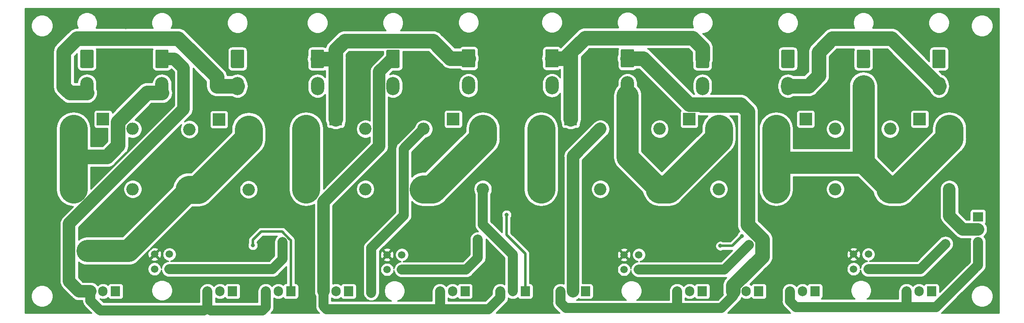
<source format=gbl>
G04 #@! TF.GenerationSoftware,KiCad,Pcbnew,(5.1.9)-1*
G04 #@! TF.CreationDate,2021-01-28T15:20:20-05:00*
G04 #@! TF.ProjectId,PeltierPWMControl,50656c74-6965-4725-9057-4d436f6e7472,rev?*
G04 #@! TF.SameCoordinates,Original*
G04 #@! TF.FileFunction,Copper,L2,Bot*
G04 #@! TF.FilePolarity,Positive*
%FSLAX46Y46*%
G04 Gerber Fmt 4.6, Leading zero omitted, Abs format (unit mm)*
G04 Created by KiCad (PCBNEW (5.1.9)-1) date 2021-01-28 15:20:20*
%MOMM*%
%LPD*%
G01*
G04 APERTURE LIST*
G04 #@! TA.AperFunction,ComponentPad*
%ADD10O,2.700000X3.700000*%
G04 #@! TD*
G04 #@! TA.AperFunction,ComponentPad*
%ADD11C,1.500000*%
G04 #@! TD*
G04 #@! TA.AperFunction,ComponentPad*
%ADD12O,1.905000X2.000000*%
G04 #@! TD*
G04 #@! TA.AperFunction,ComponentPad*
%ADD13R,1.905000X2.000000*%
G04 #@! TD*
G04 #@! TA.AperFunction,ComponentPad*
%ADD14O,2.000000X1.905000*%
G04 #@! TD*
G04 #@! TA.AperFunction,ComponentPad*
%ADD15R,2.000000X1.905000*%
G04 #@! TD*
G04 #@! TA.AperFunction,ComponentPad*
%ADD16O,2.500000X2.500000*%
G04 #@! TD*
G04 #@! TA.AperFunction,ComponentPad*
%ADD17R,2.500000X2.500000*%
G04 #@! TD*
G04 #@! TA.AperFunction,ViaPad*
%ADD18C,0.800000*%
G04 #@! TD*
G04 #@! TA.AperFunction,Conductor*
%ADD19C,5.700000*%
G04 #@! TD*
G04 #@! TA.AperFunction,Conductor*
%ADD20C,2.000000*%
G04 #@! TD*
G04 #@! TA.AperFunction,Conductor*
%ADD21C,3.000000*%
G04 #@! TD*
G04 #@! TA.AperFunction,Conductor*
%ADD22C,4.500000*%
G04 #@! TD*
G04 #@! TA.AperFunction,Conductor*
%ADD23C,2.500000*%
G04 #@! TD*
G04 #@! TA.AperFunction,Conductor*
%ADD24C,0.500000*%
G04 #@! TD*
G04 #@! TA.AperFunction,Conductor*
%ADD25C,0.254000*%
G04 #@! TD*
G04 #@! TA.AperFunction,Conductor*
%ADD26C,0.100000*%
G04 #@! TD*
G04 APERTURE END LIST*
D10*
X248900000Y-46000000D03*
G04 #@! TA.AperFunction,ComponentPad*
G36*
G01*
X247550000Y-42099999D02*
X247550000Y-38900001D01*
G75*
G02*
X247800001Y-38650000I250001J0D01*
G01*
X249999999Y-38650000D01*
G75*
G02*
X250250000Y-38900001I0J-250001D01*
G01*
X250250000Y-42099999D01*
G75*
G02*
X249999999Y-42350000I-250001J0D01*
G01*
X247800001Y-42350000D01*
G75*
G02*
X247550000Y-42099999I0J250001D01*
G01*
G37*
G04 #@! TD.AperFunction*
X201000000Y-46000000D03*
G04 #@! TA.AperFunction,ComponentPad*
G36*
G01*
X199650000Y-42099999D02*
X199650000Y-38900001D01*
G75*
G02*
X199900001Y-38650000I250001J0D01*
G01*
X202099999Y-38650000D01*
G75*
G02*
X202350000Y-38900001I0J-250001D01*
G01*
X202350000Y-42099999D01*
G75*
G02*
X202099999Y-42350000I-250001J0D01*
G01*
X199900001Y-42350000D01*
G75*
G02*
X199650000Y-42099999I0J250001D01*
G01*
G37*
G04 #@! TD.AperFunction*
X185800000Y-45900000D03*
G04 #@! TA.AperFunction,ComponentPad*
G36*
G01*
X184450000Y-41999999D02*
X184450000Y-38800001D01*
G75*
G02*
X184700001Y-38550000I250001J0D01*
G01*
X186899999Y-38550000D01*
G75*
G02*
X187150000Y-38800001I0J-250001D01*
G01*
X187150000Y-41999999D01*
G75*
G02*
X186899999Y-42250000I-250001J0D01*
G01*
X184700001Y-42250000D01*
G75*
G02*
X184450000Y-41999999I0J250001D01*
G01*
G37*
G04 #@! TD.AperFunction*
X233600000Y-46000000D03*
G04 #@! TA.AperFunction,ComponentPad*
G36*
G01*
X232250000Y-42099999D02*
X232250000Y-38900001D01*
G75*
G02*
X232500001Y-38650000I250001J0D01*
G01*
X234699999Y-38650000D01*
G75*
G02*
X234950000Y-38900001I0J-250001D01*
G01*
X234950000Y-42099999D01*
G75*
G02*
X234699999Y-42350000I-250001J0D01*
G01*
X232500001Y-42350000D01*
G75*
G02*
X232250000Y-42099999I0J250001D01*
G01*
G37*
G04 #@! TD.AperFunction*
X218300000Y-46000000D03*
G04 #@! TA.AperFunction,ComponentPad*
G36*
G01*
X216950000Y-42099999D02*
X216950000Y-38900001D01*
G75*
G02*
X217200001Y-38650000I250001J0D01*
G01*
X219399999Y-38650000D01*
G75*
G02*
X219650000Y-38900001I0J-250001D01*
G01*
X219650000Y-42099999D01*
G75*
G02*
X219399999Y-42350000I-250001J0D01*
G01*
X217200001Y-42350000D01*
G75*
G02*
X216950000Y-42099999I0J250001D01*
G01*
G37*
G04 #@! TD.AperFunction*
X170500000Y-45900000D03*
G04 #@! TA.AperFunction,ComponentPad*
G36*
G01*
X169150000Y-41999999D02*
X169150000Y-38800001D01*
G75*
G02*
X169400001Y-38550000I250001J0D01*
G01*
X171599999Y-38550000D01*
G75*
G02*
X171850000Y-38800001I0J-250001D01*
G01*
X171850000Y-41999999D01*
G75*
G02*
X171599999Y-42250000I-250001J0D01*
G01*
X169400001Y-42250000D01*
G75*
G02*
X169150000Y-41999999I0J250001D01*
G01*
G37*
G04 #@! TD.AperFunction*
X153600000Y-45900000D03*
G04 #@! TA.AperFunction,ComponentPad*
G36*
G01*
X152250000Y-41999999D02*
X152250000Y-38800001D01*
G75*
G02*
X152500001Y-38550000I250001J0D01*
G01*
X154699999Y-38550000D01*
G75*
G02*
X154950000Y-38800001I0J-250001D01*
G01*
X154950000Y-41999999D01*
G75*
G02*
X154699999Y-42250000I-250001J0D01*
G01*
X152500001Y-42250000D01*
G75*
G02*
X152250000Y-41999999I0J250001D01*
G01*
G37*
G04 #@! TD.AperFunction*
X138300000Y-46000000D03*
G04 #@! TA.AperFunction,ComponentPad*
G36*
G01*
X136950000Y-42099999D02*
X136950000Y-38900001D01*
G75*
G02*
X137200001Y-38650000I250001J0D01*
G01*
X139399999Y-38650000D01*
G75*
G02*
X139650000Y-38900001I0J-250001D01*
G01*
X139650000Y-42099999D01*
G75*
G02*
X139399999Y-42350000I-250001J0D01*
G01*
X137200001Y-42350000D01*
G75*
G02*
X136950000Y-42099999I0J250001D01*
G01*
G37*
G04 #@! TD.AperFunction*
X106800000Y-46000000D03*
G04 #@! TA.AperFunction,ComponentPad*
G36*
G01*
X105450000Y-42099999D02*
X105450000Y-38900001D01*
G75*
G02*
X105700001Y-38650000I250001J0D01*
G01*
X107899999Y-38650000D01*
G75*
G02*
X108150000Y-38900001I0J-250001D01*
G01*
X108150000Y-42099999D01*
G75*
G02*
X107899999Y-42350000I-250001J0D01*
G01*
X105700001Y-42350000D01*
G75*
G02*
X105450000Y-42099999I0J250001D01*
G01*
G37*
G04 #@! TD.AperFunction*
X91500000Y-46000000D03*
G04 #@! TA.AperFunction,ComponentPad*
G36*
G01*
X90150000Y-42099999D02*
X90150000Y-38900001D01*
G75*
G02*
X90400001Y-38650000I250001J0D01*
G01*
X92599999Y-38650000D01*
G75*
G02*
X92850000Y-38900001I0J-250001D01*
G01*
X92850000Y-42099999D01*
G75*
G02*
X92599999Y-42350000I-250001J0D01*
G01*
X90400001Y-42350000D01*
G75*
G02*
X90150000Y-42099999I0J250001D01*
G01*
G37*
G04 #@! TD.AperFunction*
X123000000Y-46000000D03*
G04 #@! TA.AperFunction,ComponentPad*
G36*
G01*
X121650000Y-42099999D02*
X121650000Y-38900001D01*
G75*
G02*
X121900001Y-38650000I250001J0D01*
G01*
X124099999Y-38650000D01*
G75*
G02*
X124350000Y-38900001I0J-250001D01*
G01*
X124350000Y-42099999D01*
G75*
G02*
X124099999Y-42350000I-250001J0D01*
G01*
X121900001Y-42350000D01*
G75*
G02*
X121650000Y-42099999I0J250001D01*
G01*
G37*
G04 #@! TD.AperFunction*
X76300000Y-46000000D03*
G04 #@! TA.AperFunction,ComponentPad*
G36*
G01*
X74950000Y-42099999D02*
X74950000Y-38900001D01*
G75*
G02*
X75200001Y-38650000I250001J0D01*
G01*
X77399999Y-38650000D01*
G75*
G02*
X77650000Y-38900001I0J-250001D01*
G01*
X77650000Y-42099999D01*
G75*
G02*
X77399999Y-42350000I-250001J0D01*
G01*
X75200001Y-42350000D01*
G75*
G02*
X74950000Y-42099999I0J250001D01*
G01*
G37*
G04 #@! TD.AperFunction*
D11*
X185100000Y-80200000D03*
X188100000Y-80200000D03*
X185100000Y-83200000D03*
G04 #@! TA.AperFunction,ComponentPad*
G36*
G01*
X188850000Y-82700000D02*
X188850000Y-83700000D01*
G75*
G02*
X188600000Y-83950000I-250000J0D01*
G01*
X187600000Y-83950000D01*
G75*
G02*
X187350000Y-83700000I0J250000D01*
G01*
X187350000Y-82700000D01*
G75*
G02*
X187600000Y-82450000I250000J0D01*
G01*
X188600000Y-82450000D01*
G75*
G02*
X188850000Y-82700000I0J-250000D01*
G01*
G37*
G04 #@! TD.AperFunction*
X231600000Y-80100000D03*
X234600000Y-80100000D03*
X231600000Y-83100000D03*
G04 #@! TA.AperFunction,ComponentPad*
G36*
G01*
X235350000Y-82600000D02*
X235350000Y-83600000D01*
G75*
G02*
X235100000Y-83850000I-250000J0D01*
G01*
X234100000Y-83850000D01*
G75*
G02*
X233850000Y-83600000I0J250000D01*
G01*
X233850000Y-82600000D01*
G75*
G02*
X234100000Y-82350000I250000J0D01*
G01*
X235100000Y-82350000D01*
G75*
G02*
X235350000Y-82600000I0J-250000D01*
G01*
G37*
G04 #@! TD.AperFunction*
X137100000Y-80200000D03*
X140100000Y-80200000D03*
X137100000Y-83200000D03*
G04 #@! TA.AperFunction,ComponentPad*
G36*
G01*
X140850000Y-82700000D02*
X140850000Y-83700000D01*
G75*
G02*
X140600000Y-83950000I-250000J0D01*
G01*
X139600000Y-83950000D01*
G75*
G02*
X139350000Y-83700000I0J250000D01*
G01*
X139350000Y-82700000D01*
G75*
G02*
X139600000Y-82450000I250000J0D01*
G01*
X140600000Y-82450000D01*
G75*
G02*
X140850000Y-82700000I0J-250000D01*
G01*
G37*
G04 #@! TD.AperFunction*
X90000000Y-80100000D03*
X93000000Y-80100000D03*
X90000000Y-83100000D03*
G04 #@! TA.AperFunction,ComponentPad*
G36*
G01*
X93750000Y-82600000D02*
X93750000Y-83600000D01*
G75*
G02*
X93500000Y-83850000I-250000J0D01*
G01*
X92500000Y-83850000D01*
G75*
G02*
X92250000Y-83600000I0J250000D01*
G01*
X92250000Y-82600000D01*
G75*
G02*
X92500000Y-82350000I250000J0D01*
G01*
X93500000Y-82350000D01*
G75*
G02*
X93750000Y-82600000I0J-250000D01*
G01*
G37*
G04 #@! TD.AperFunction*
D12*
X242320000Y-87600000D03*
X244860000Y-87600000D03*
D13*
X247400000Y-87600000D03*
D12*
X195860000Y-87600000D03*
X198400000Y-87600000D03*
D13*
X200940000Y-87600000D03*
D12*
X207320000Y-87600000D03*
X209860000Y-87600000D03*
D13*
X212400000Y-87600000D03*
D12*
X218700000Y-87600000D03*
X221240000Y-87600000D03*
D13*
X223780000Y-87600000D03*
D12*
X172220000Y-87600000D03*
X174760000Y-87600000D03*
D13*
X177300000Y-87600000D03*
D14*
X256800000Y-77580000D03*
X256800000Y-75040000D03*
D15*
X256800000Y-72500000D03*
D12*
X147820000Y-87600000D03*
X150360000Y-87600000D03*
D13*
X152900000Y-87600000D03*
D12*
X100720000Y-87600000D03*
X103260000Y-87600000D03*
D13*
X105800000Y-87600000D03*
D12*
X160020000Y-87600000D03*
X162560000Y-87600000D03*
D13*
X165100000Y-87600000D03*
D12*
X112520000Y-87600000D03*
X115060000Y-87600000D03*
D13*
X117600000Y-87600000D03*
D12*
X124220000Y-87600000D03*
X126760000Y-87600000D03*
D13*
X129300000Y-87600000D03*
D12*
X77020000Y-87600000D03*
X79560000Y-87600000D03*
D13*
X82100000Y-87600000D03*
D16*
X251000000Y-54700000D03*
X251000000Y-66900000D03*
X239000000Y-66900000D03*
X239000000Y-54700000D03*
D17*
X245000000Y-52700000D03*
D16*
X204300000Y-54700000D03*
X204300000Y-66900000D03*
X192300000Y-66900000D03*
X192300000Y-54700000D03*
D17*
X198300000Y-52700000D03*
D16*
X227900000Y-54700000D03*
X227900000Y-66900000D03*
X215900000Y-66900000D03*
X215900000Y-54700000D03*
D17*
X221900000Y-52700000D03*
D16*
X180300000Y-54700000D03*
X180300000Y-66900000D03*
X168300000Y-66900000D03*
X168300000Y-54700000D03*
D17*
X174300000Y-52700000D03*
D16*
X156500000Y-54700000D03*
X156500000Y-66900000D03*
X144500000Y-66900000D03*
X144500000Y-54700000D03*
D17*
X150500000Y-52700000D03*
D16*
X109060000Y-54800000D03*
X109060000Y-67000000D03*
X97060000Y-67000000D03*
X97060000Y-54800000D03*
D17*
X103060000Y-52800000D03*
D16*
X132700000Y-54700000D03*
X132700000Y-66900000D03*
X120700000Y-66900000D03*
X120700000Y-54700000D03*
D17*
X126700000Y-52700000D03*
D16*
X85560000Y-54700000D03*
X85560000Y-66900000D03*
X73560000Y-66900000D03*
X73560000Y-54700000D03*
D17*
X79560000Y-52700000D03*
D18*
X75900000Y-79400000D03*
X133900000Y-87900000D03*
X248900000Y-36200000D03*
X258500000Y-47700000D03*
X208500000Y-41600000D03*
X160800000Y-46700000D03*
X161800000Y-60500000D03*
X185800000Y-71900000D03*
X178800000Y-75700000D03*
X225000000Y-77200000D03*
X232500000Y-71400000D03*
X256200000Y-66900000D03*
X210200000Y-37000000D03*
X162800000Y-37700000D03*
X143600000Y-46200000D03*
X129800000Y-45000000D03*
X113800000Y-42500000D03*
X114600000Y-53200000D03*
X114300000Y-58700000D03*
X92000000Y-58700000D03*
X90700000Y-68800000D03*
X82400000Y-74300000D03*
X66700000Y-79500000D03*
X65800000Y-66400000D03*
X66200000Y-56800000D03*
X66900000Y-50000000D03*
X66900000Y-43700000D03*
X84500000Y-43600000D03*
X83500000Y-40400000D03*
X84200000Y-34100000D03*
X114700000Y-36100000D03*
X111400000Y-41900000D03*
X114400000Y-47100000D03*
X99200000Y-47100000D03*
X131200000Y-34200000D03*
X147900000Y-34800000D03*
X214800000Y-72700000D03*
X224700000Y-70800000D03*
X227300000Y-48300000D03*
X238300000Y-57500000D03*
X192800000Y-33900000D03*
X171200000Y-84900000D03*
X224500000Y-57500000D03*
X115900000Y-77600000D03*
X155500000Y-77100000D03*
X250200000Y-78000000D03*
X210400000Y-78200000D03*
X109900000Y-78300000D03*
X161300000Y-72100000D03*
X204600000Y-78400000D03*
X209000000Y-76400000D03*
D19*
X109060000Y-56767766D02*
X109060000Y-54800000D01*
X98827766Y-67000000D02*
X109060000Y-56767766D01*
X97060000Y-67000000D02*
X98827766Y-67000000D01*
X73560000Y-66900000D02*
X73560000Y-60360000D01*
X73560000Y-60360000D02*
X73560000Y-54700000D01*
D20*
X75900000Y-79400000D02*
X84660000Y-79400000D01*
D21*
X88493998Y-47400000D02*
X91500000Y-47400000D01*
X82609999Y-53283999D02*
X88493998Y-47400000D01*
X82609999Y-58090001D02*
X82609999Y-53283999D01*
X80340000Y-60360000D02*
X82609999Y-58090001D01*
X73560000Y-60360000D02*
X80340000Y-60360000D01*
D22*
X84660000Y-79400000D02*
X76400010Y-79400000D01*
X84660000Y-79400000D02*
X97060000Y-67000000D01*
D19*
X156500000Y-56667766D02*
X156500000Y-54700000D01*
X146267766Y-66900000D02*
X156500000Y-56667766D01*
X144500000Y-66900000D02*
X146267766Y-66900000D01*
X120700000Y-54700000D02*
X120700000Y-66900000D01*
D20*
X140449990Y-58750010D02*
X140449990Y-59950010D01*
X140449990Y-59950010D02*
X140449990Y-59750010D01*
X140449990Y-58750010D02*
X140449990Y-72250010D01*
X140449990Y-72250010D02*
X133900000Y-78800000D01*
X133900000Y-78800000D02*
X133900000Y-87900000D01*
X144500000Y-54700000D02*
X140449990Y-58750010D01*
D23*
X174760000Y-87600000D02*
X174760000Y-60240000D01*
X174760000Y-60240000D02*
X180300000Y-54700000D01*
D20*
X93000000Y-83100000D02*
X113900000Y-83100000D01*
X113900000Y-83100000D02*
X115900000Y-81100000D01*
X115900000Y-81100000D02*
X115900000Y-77600000D01*
X140100000Y-83200000D02*
X153100000Y-83200000D01*
X153100000Y-83200000D02*
X155500000Y-80800000D01*
X155500000Y-80800000D02*
X155500000Y-77100000D01*
D21*
X74300000Y-36400000D02*
X71600000Y-39100000D01*
X71600000Y-39100000D02*
X71600000Y-46200000D01*
X72800000Y-47400000D02*
X71600000Y-46200000D01*
X76300000Y-47400000D02*
X72800000Y-47400000D01*
X106800000Y-46000000D02*
X102600000Y-46000000D01*
X102600000Y-44200000D02*
X94800000Y-36400000D01*
X102600000Y-46000000D02*
X102600000Y-44200000D01*
X94800000Y-36400000D02*
X74300000Y-36400000D01*
X126500000Y-40500000D02*
X126700000Y-40300000D01*
X123000000Y-40500000D02*
X126500000Y-40500000D01*
X126700000Y-52700000D02*
X126700000Y-40300000D01*
X149900000Y-40400000D02*
X153600000Y-40400000D01*
X146379999Y-36879999D02*
X149900000Y-40400000D01*
X128520001Y-36879999D02*
X146379999Y-36879999D01*
X126700000Y-38700000D02*
X128520001Y-36879999D01*
X126700000Y-40300000D02*
X126700000Y-38700000D01*
D20*
X77020000Y-87600000D02*
X77020000Y-89520000D01*
X77020000Y-89520000D02*
X78974990Y-91474990D01*
X100720000Y-90780000D02*
X100025010Y-91474990D01*
X78974990Y-91474990D02*
X100025010Y-91474990D01*
X100720000Y-87600000D02*
X100720000Y-90780000D01*
X100720000Y-90820000D02*
X101374990Y-91474990D01*
X100720000Y-90780000D02*
X100720000Y-90820000D01*
X101374990Y-91474990D02*
X111825010Y-91474990D01*
X112520000Y-90780000D02*
X112520000Y-87600000D01*
X111825010Y-91474990D02*
X112520000Y-90780000D01*
D23*
X74700000Y-87600000D02*
X72700000Y-85600000D01*
X77020000Y-87600000D02*
X74700000Y-87600000D01*
X72700000Y-85600000D02*
X72700000Y-73900000D01*
X72700000Y-73900000D02*
X95900000Y-50700000D01*
X95900000Y-50700000D02*
X95900000Y-42400000D01*
X94000000Y-40500000D02*
X91500000Y-40500000D01*
X95900000Y-42400000D02*
X94000000Y-40500000D01*
D20*
X124220000Y-87600000D02*
X124220000Y-90600000D01*
X124220000Y-90600000D02*
X124820000Y-91200000D01*
X147820000Y-87600000D02*
X147820000Y-91080000D01*
X147820000Y-91080000D02*
X147700000Y-91200000D01*
X124820000Y-91200000D02*
X147700000Y-91200000D01*
X124220000Y-87600000D02*
X124220000Y-69107579D01*
X160020000Y-88880000D02*
X157700000Y-91200000D01*
X160020000Y-87600000D02*
X160020000Y-88880000D01*
X147700000Y-91200000D02*
X157700000Y-91200000D01*
X124220000Y-69107579D02*
X131263789Y-62063789D01*
D23*
X124220000Y-69461132D02*
X124220000Y-87600000D01*
X135499990Y-43099990D02*
X135499990Y-58181142D01*
X138099980Y-40500000D02*
X135499990Y-43099990D01*
X135499990Y-58181142D02*
X124220000Y-69461132D01*
X138300000Y-40500000D02*
X138099980Y-40500000D01*
D20*
X234600000Y-83100000D02*
X245100000Y-83100000D01*
X245100000Y-83100000D02*
X250200000Y-78000000D01*
X188100000Y-83200000D02*
X205400000Y-83200000D01*
X205400000Y-83200000D02*
X210400000Y-78200000D01*
D21*
X174300000Y-52700000D02*
X174300000Y-42200000D01*
X174300000Y-42200000D02*
X174300000Y-39200000D01*
X177199999Y-36300001D02*
X199000001Y-36300001D01*
X174300000Y-39200000D02*
X177199999Y-36300001D01*
X201000000Y-38300000D02*
X201000000Y-40500000D01*
X199000001Y-36300001D02*
X201000000Y-38300000D01*
X173100000Y-40400000D02*
X174300000Y-39200000D01*
X170500000Y-40400000D02*
X173100000Y-40400000D01*
X239300001Y-36400001D02*
X248900000Y-46000000D01*
X227299999Y-36400001D02*
X239300001Y-36400001D01*
X224550000Y-39150000D02*
X227299999Y-36400001D01*
X224550000Y-43950000D02*
X224550000Y-39150000D01*
X222500000Y-46000000D02*
X224550000Y-43950000D01*
X218300000Y-46000000D02*
X222500000Y-46000000D01*
D20*
X218700000Y-87600000D02*
X218700000Y-89600000D01*
X218700000Y-89600000D02*
X219900000Y-90800000D01*
X242320000Y-90480000D02*
X242000000Y-90800000D01*
X242320000Y-87600000D02*
X242320000Y-90480000D01*
X219900000Y-90800000D02*
X242000000Y-90800000D01*
X242000000Y-90800000D02*
X248312502Y-90800000D01*
X256800000Y-77580000D02*
X256800000Y-82312502D01*
X256800000Y-82312502D02*
X256406251Y-82706251D01*
X248312502Y-90800000D02*
X256406251Y-82706251D01*
X172220000Y-87600000D02*
X172220000Y-89920000D01*
X172220000Y-89920000D02*
X173300000Y-91000000D01*
X195860000Y-87600000D02*
X195860000Y-90860000D01*
X195860000Y-90860000D02*
X196000000Y-91000000D01*
X173300000Y-91000000D02*
X196000000Y-91000000D01*
X207320000Y-88480000D02*
X204800000Y-91000000D01*
X207320000Y-87600000D02*
X207320000Y-88480000D01*
X196000000Y-91000000D02*
X204800000Y-91000000D01*
X212850009Y-80849991D02*
X212850009Y-77185173D01*
X207320000Y-87600000D02*
X207320000Y-86380000D01*
X207320000Y-86380000D02*
X212850009Y-80849991D01*
X210164836Y-74500000D02*
X212850009Y-77185173D01*
X210164836Y-74500000D02*
X210164836Y-51164836D01*
X210164836Y-51164836D02*
X209399990Y-50399990D01*
X209399990Y-50399990D02*
X200743988Y-50399990D01*
D21*
X185800000Y-40400000D02*
X189000000Y-40400000D01*
X208749999Y-49749999D02*
X210164836Y-51164836D01*
X198349999Y-49749999D02*
X208749999Y-49749999D01*
X189000000Y-40400000D02*
X198349999Y-49749999D01*
X207207490Y-86453795D02*
X207207490Y-87600000D01*
X213100009Y-77081619D02*
X213100009Y-80561276D01*
X213100009Y-80561276D02*
X207207490Y-86453795D01*
X210164836Y-74146446D02*
X213100009Y-77081619D01*
X210164836Y-51164836D02*
X210164836Y-74146446D01*
D20*
X156500000Y-74100000D02*
X156500000Y-66900000D01*
X162560000Y-87600000D02*
X162560000Y-80160000D01*
X162560000Y-80160000D02*
X156500000Y-74100000D01*
D24*
X109900000Y-78300000D02*
X109900000Y-77200000D01*
X109900000Y-77200000D02*
X111600000Y-75500000D01*
X111600000Y-75500000D02*
X115850623Y-75500000D01*
X117600000Y-77249376D02*
X117325312Y-76974688D01*
X117600000Y-87600000D02*
X117600000Y-77249376D01*
X115850623Y-75500000D02*
X117325312Y-76974688D01*
X165100000Y-87600000D02*
X165100000Y-80000000D01*
X165100000Y-80000000D02*
X161300000Y-76200000D01*
X161300000Y-76200000D02*
X161300000Y-72100000D01*
X204600000Y-78400000D02*
X207000000Y-78400000D01*
X207000000Y-78400000D02*
X209000000Y-76400000D01*
D19*
X194067766Y-66900000D02*
X204300000Y-56667766D01*
X204300000Y-56667766D02*
X204300000Y-54700000D01*
X192300000Y-66900000D02*
X194067766Y-66900000D01*
X168300000Y-66900000D02*
X168300000Y-54700000D01*
D22*
X185800000Y-60400000D02*
X185800000Y-48000010D01*
X192300000Y-66900000D02*
X185800000Y-60400000D01*
D19*
X251000000Y-56667766D02*
X251000000Y-54700000D01*
X240767766Y-66900000D02*
X251000000Y-56667766D01*
X239000000Y-66900000D02*
X240767766Y-66900000D01*
X215900000Y-61500000D02*
X215900000Y-54700000D01*
X215900000Y-66900000D02*
X215900000Y-61500000D01*
D22*
X239000000Y-66900000D02*
X233600000Y-61500000D01*
X233600000Y-61500000D02*
X215900000Y-61500000D01*
X233600000Y-61500000D02*
X233600000Y-46000000D01*
D23*
X253640000Y-75040000D02*
X251000000Y-72400000D01*
X256800000Y-75040000D02*
X253640000Y-75040000D01*
X251000000Y-66900000D02*
X251000000Y-72400000D01*
D25*
X261040000Y-92040000D02*
X249378824Y-92040000D01*
X249474216Y-91961714D01*
X249525427Y-91899313D01*
X253044868Y-88379872D01*
X255365000Y-88379872D01*
X255365000Y-88820128D01*
X255450890Y-89251925D01*
X255619369Y-89658669D01*
X255863962Y-90024729D01*
X256175271Y-90336038D01*
X256541331Y-90580631D01*
X256948075Y-90749110D01*
X257379872Y-90835000D01*
X257820128Y-90835000D01*
X258251925Y-90749110D01*
X258658669Y-90580631D01*
X259024729Y-90336038D01*
X259336038Y-90024729D01*
X259580631Y-89658669D01*
X259749110Y-89251925D01*
X259835000Y-88820128D01*
X259835000Y-88379872D01*
X259749110Y-87948075D01*
X259580631Y-87541331D01*
X259336038Y-87175271D01*
X259024729Y-86863962D01*
X258658669Y-86619369D01*
X258251925Y-86450890D01*
X257820128Y-86365000D01*
X257379872Y-86365000D01*
X256948075Y-86450890D01*
X256541331Y-86619369D01*
X256175271Y-86863962D01*
X255863962Y-87175271D01*
X255619369Y-87541331D01*
X255450890Y-87948075D01*
X255365000Y-88379872D01*
X253044868Y-88379872D01*
X257619167Y-83805575D01*
X257619176Y-83805564D01*
X257899313Y-83525427D01*
X257961714Y-83474216D01*
X258166031Y-83225254D01*
X258317852Y-82941217D01*
X258411343Y-82633018D01*
X258435000Y-82392824D01*
X258435000Y-82392822D01*
X258442911Y-82312503D01*
X258435000Y-82232183D01*
X258435000Y-77657986D01*
X258442681Y-77580000D01*
X258435000Y-77502014D01*
X258435000Y-77499678D01*
X258411343Y-77259484D01*
X258317852Y-76951285D01*
X258166031Y-76667248D01*
X258014106Y-76482126D01*
X258139345Y-76379345D01*
X258374903Y-76092317D01*
X258549939Y-75764848D01*
X258657725Y-75409524D01*
X258694120Y-75040000D01*
X258657725Y-74670476D01*
X258549939Y-74315152D01*
X258374903Y-73987683D01*
X258278576Y-73870309D01*
X258330537Y-73806994D01*
X258389502Y-73696680D01*
X258425812Y-73576982D01*
X258438072Y-73452500D01*
X258438072Y-71547500D01*
X258425812Y-71423018D01*
X258389502Y-71303320D01*
X258330537Y-71193006D01*
X258251185Y-71096315D01*
X258154494Y-71016963D01*
X258044180Y-70957998D01*
X257924482Y-70921688D01*
X257800000Y-70909428D01*
X255800000Y-70909428D01*
X255675518Y-70921688D01*
X255555820Y-70957998D01*
X255445506Y-71016963D01*
X255348815Y-71096315D01*
X255269463Y-71193006D01*
X255210498Y-71303320D01*
X255174188Y-71423018D01*
X255161928Y-71547500D01*
X255161928Y-73155000D01*
X254420793Y-73155000D01*
X252885000Y-71619208D01*
X252885000Y-66714344D01*
X252866845Y-66623071D01*
X252857725Y-66530476D01*
X252830717Y-66441441D01*
X252812561Y-66350166D01*
X252776947Y-66264187D01*
X252749939Y-66175152D01*
X252706080Y-66093097D01*
X252670466Y-66007118D01*
X252618763Y-65929739D01*
X252574903Y-65847683D01*
X252515878Y-65775761D01*
X252464175Y-65698382D01*
X252398370Y-65632577D01*
X252339345Y-65560655D01*
X252267423Y-65501630D01*
X252201618Y-65435825D01*
X252124239Y-65384122D01*
X252052317Y-65325097D01*
X251970262Y-65281238D01*
X251892882Y-65229534D01*
X251806900Y-65193919D01*
X251724847Y-65150061D01*
X251635816Y-65123054D01*
X251549834Y-65087439D01*
X251458556Y-65069283D01*
X251369523Y-65042275D01*
X251276929Y-65033155D01*
X251185656Y-65015000D01*
X251092597Y-65015000D01*
X251000000Y-65005880D01*
X250907403Y-65015000D01*
X250814344Y-65015000D01*
X250723071Y-65033155D01*
X250630476Y-65042275D01*
X250541441Y-65069283D01*
X250450166Y-65087439D01*
X250364187Y-65123053D01*
X250275152Y-65150061D01*
X250193097Y-65193920D01*
X250107118Y-65229534D01*
X250029739Y-65281237D01*
X249947683Y-65325097D01*
X249875761Y-65384122D01*
X249798382Y-65435825D01*
X249732577Y-65501630D01*
X249660655Y-65560655D01*
X249601630Y-65632577D01*
X249535825Y-65698382D01*
X249484122Y-65775761D01*
X249425097Y-65847683D01*
X249381238Y-65929738D01*
X249329534Y-66007118D01*
X249293919Y-66093100D01*
X249250061Y-66175153D01*
X249223054Y-66264184D01*
X249187439Y-66350166D01*
X249169283Y-66441444D01*
X249142275Y-66530477D01*
X249133155Y-66623070D01*
X249115000Y-66714344D01*
X249115000Y-66807404D01*
X249115001Y-72307401D01*
X249105881Y-72400000D01*
X249142275Y-72769524D01*
X249250062Y-73124848D01*
X249425098Y-73452317D01*
X249601628Y-73667420D01*
X249601631Y-73667423D01*
X249660656Y-73739345D01*
X249732577Y-73798369D01*
X252241630Y-76307423D01*
X252300655Y-76379345D01*
X252372577Y-76438370D01*
X252372579Y-76438372D01*
X252516816Y-76556744D01*
X252587683Y-76614903D01*
X252915152Y-76789939D01*
X253245854Y-76890256D01*
X253270476Y-76897725D01*
X253640000Y-76934120D01*
X253732597Y-76925000D01*
X255296198Y-76925000D01*
X255282148Y-76951286D01*
X255188657Y-77259485D01*
X255165000Y-77499679D01*
X255165000Y-77502014D01*
X255157319Y-77580000D01*
X255165000Y-77657987D01*
X255165001Y-81635261D01*
X248990572Y-87809692D01*
X248990572Y-86600000D01*
X248978312Y-86475518D01*
X248942002Y-86355820D01*
X248883037Y-86245506D01*
X248803685Y-86148815D01*
X248706994Y-86069463D01*
X248596680Y-86010498D01*
X248476982Y-85974188D01*
X248352500Y-85961928D01*
X246447500Y-85961928D01*
X246323018Y-85974188D01*
X246203320Y-86010498D01*
X246093006Y-86069463D01*
X245996315Y-86148815D01*
X245916963Y-86245506D01*
X245872095Y-86329446D01*
X245746235Y-86226155D01*
X245470449Y-86078745D01*
X245171204Y-85987970D01*
X244860000Y-85957319D01*
X244548797Y-85987970D01*
X244249552Y-86078745D01*
X243973766Y-86226155D01*
X243732037Y-86424537D01*
X243601233Y-86583921D01*
X243481714Y-86438286D01*
X243232751Y-86233969D01*
X242948714Y-86082148D01*
X242640515Y-85988657D01*
X242320000Y-85957089D01*
X241999484Y-85988657D01*
X241691285Y-86082148D01*
X241407248Y-86233969D01*
X241158286Y-86438286D01*
X240953969Y-86687249D01*
X240802148Y-86971286D01*
X240708657Y-87279485D01*
X240685000Y-87519679D01*
X240685001Y-89165000D01*
X234331321Y-89165000D01*
X234460983Y-89078363D01*
X234758363Y-88780983D01*
X234992012Y-88431302D01*
X235152953Y-88042756D01*
X235235000Y-87630279D01*
X235235000Y-87209721D01*
X235152953Y-86797244D01*
X234992012Y-86408698D01*
X234758363Y-86059017D01*
X234460983Y-85761637D01*
X234111302Y-85527988D01*
X233722756Y-85367047D01*
X233310279Y-85285000D01*
X232889721Y-85285000D01*
X232477244Y-85367047D01*
X232088698Y-85527988D01*
X231739017Y-85761637D01*
X231441637Y-86059017D01*
X231207988Y-86408698D01*
X231047047Y-86797244D01*
X230965000Y-87209721D01*
X230965000Y-87630279D01*
X231047047Y-88042756D01*
X231207988Y-88431302D01*
X231441637Y-88780983D01*
X231739017Y-89078363D01*
X231868679Y-89165000D01*
X225022519Y-89165000D01*
X225086994Y-89130537D01*
X225183685Y-89051185D01*
X225263037Y-88954494D01*
X225322002Y-88844180D01*
X225358312Y-88724482D01*
X225370572Y-88600000D01*
X225370572Y-86600000D01*
X225358312Y-86475518D01*
X225322002Y-86355820D01*
X225263037Y-86245506D01*
X225183685Y-86148815D01*
X225086994Y-86069463D01*
X224976680Y-86010498D01*
X224856982Y-85974188D01*
X224732500Y-85961928D01*
X222827500Y-85961928D01*
X222703018Y-85974188D01*
X222583320Y-86010498D01*
X222473006Y-86069463D01*
X222376315Y-86148815D01*
X222296963Y-86245506D01*
X222252095Y-86329446D01*
X222126235Y-86226155D01*
X221850449Y-86078745D01*
X221551204Y-85987970D01*
X221240000Y-85957319D01*
X220928797Y-85987970D01*
X220629552Y-86078745D01*
X220353766Y-86226155D01*
X220112037Y-86424537D01*
X219981233Y-86583921D01*
X219861714Y-86438286D01*
X219612751Y-86233969D01*
X219328714Y-86082148D01*
X219020515Y-85988657D01*
X218700000Y-85957089D01*
X218379484Y-85988657D01*
X218071285Y-86082148D01*
X217787248Y-86233969D01*
X217538286Y-86438286D01*
X217333969Y-86687249D01*
X217182148Y-86971286D01*
X217088657Y-87279485D01*
X217065000Y-87519679D01*
X217065001Y-89519671D01*
X217057089Y-89600000D01*
X217088658Y-89920516D01*
X217182148Y-90228714D01*
X217291209Y-90432752D01*
X217333970Y-90512752D01*
X217538287Y-90761714D01*
X217600682Y-90812920D01*
X218687079Y-91899318D01*
X218738286Y-91961714D01*
X218833678Y-92040000D01*
X206072238Y-92040000D01*
X208419319Y-89692920D01*
X208481714Y-89641714D01*
X208686031Y-89392752D01*
X208837852Y-89108715D01*
X208897701Y-88911420D01*
X208973765Y-88973845D01*
X209249551Y-89121255D01*
X209548796Y-89212030D01*
X209860000Y-89242681D01*
X210171203Y-89212030D01*
X210470448Y-89121255D01*
X210746234Y-88973845D01*
X210872095Y-88870553D01*
X210916963Y-88954494D01*
X210996315Y-89051185D01*
X211093006Y-89130537D01*
X211203320Y-89189502D01*
X211323018Y-89225812D01*
X211447500Y-89238072D01*
X213352500Y-89238072D01*
X213476982Y-89225812D01*
X213596680Y-89189502D01*
X213706994Y-89130537D01*
X213803685Y-89051185D01*
X213883037Y-88954494D01*
X213942002Y-88844180D01*
X213978312Y-88724482D01*
X213990572Y-88600000D01*
X213990572Y-86600000D01*
X213978312Y-86475518D01*
X213942002Y-86355820D01*
X213883037Y-86245506D01*
X213803685Y-86148815D01*
X213706994Y-86069463D01*
X213596680Y-86010498D01*
X213476982Y-85974188D01*
X213352500Y-85961928D01*
X211447500Y-85961928D01*
X211323018Y-85974188D01*
X211203320Y-86010498D01*
X211093006Y-86069463D01*
X210996315Y-86148815D01*
X210916963Y-86245506D01*
X210872095Y-86329446D01*
X210746235Y-86226155D01*
X210556103Y-86124528D01*
X213717042Y-82963589D01*
X230215000Y-82963589D01*
X230215000Y-83236411D01*
X230268225Y-83503989D01*
X230372629Y-83756043D01*
X230524201Y-83982886D01*
X230717114Y-84175799D01*
X230943957Y-84327371D01*
X231196011Y-84431775D01*
X231463589Y-84485000D01*
X231736411Y-84485000D01*
X232003989Y-84431775D01*
X232256043Y-84327371D01*
X232482886Y-84175799D01*
X232675799Y-83982886D01*
X232827371Y-83756043D01*
X232931775Y-83503989D01*
X232975318Y-83285084D01*
X232988657Y-83420516D01*
X233082148Y-83728715D01*
X233233969Y-84012752D01*
X233438286Y-84261714D01*
X233687248Y-84466031D01*
X233971285Y-84617852D01*
X234279484Y-84711343D01*
X234519678Y-84735000D01*
X245019681Y-84735000D01*
X245100000Y-84742911D01*
X245180319Y-84735000D01*
X245180322Y-84735000D01*
X245420516Y-84711343D01*
X245728715Y-84617852D01*
X246012752Y-84466031D01*
X246261714Y-84261714D01*
X246312925Y-84199313D01*
X251412915Y-79099324D01*
X251566030Y-78912753D01*
X251717851Y-78628715D01*
X251811342Y-78320517D01*
X251842911Y-78000001D01*
X251811342Y-77679484D01*
X251717851Y-77371286D01*
X251566030Y-77087248D01*
X251361713Y-76838287D01*
X251112752Y-76633970D01*
X250828714Y-76482149D01*
X250520516Y-76388658D01*
X250199999Y-76357089D01*
X249879483Y-76388658D01*
X249571285Y-76482149D01*
X249287247Y-76633970D01*
X249100676Y-76787085D01*
X244422762Y-81465000D01*
X234836957Y-81465000D01*
X235003989Y-81431775D01*
X235256043Y-81327371D01*
X235482886Y-81175799D01*
X235675799Y-80982886D01*
X235827371Y-80756043D01*
X235931775Y-80503989D01*
X235985000Y-80236411D01*
X235985000Y-79963589D01*
X235931775Y-79696011D01*
X235827371Y-79443957D01*
X235675799Y-79217114D01*
X235482886Y-79024201D01*
X235256043Y-78872629D01*
X235003989Y-78768225D01*
X234736411Y-78715000D01*
X234463589Y-78715000D01*
X234196011Y-78768225D01*
X233943957Y-78872629D01*
X233717114Y-79024201D01*
X233524201Y-79217114D01*
X233372629Y-79443957D01*
X233268225Y-79696011D01*
X233215000Y-79963589D01*
X233215000Y-80236411D01*
X233268225Y-80503989D01*
X233372629Y-80756043D01*
X233524201Y-80982886D01*
X233717114Y-81175799D01*
X233943957Y-81327371D01*
X234196011Y-81431775D01*
X234414916Y-81475318D01*
X234279484Y-81488657D01*
X233971285Y-81582148D01*
X233687248Y-81733969D01*
X233438286Y-81938286D01*
X233233969Y-82187248D01*
X233082148Y-82471285D01*
X232988657Y-82779484D01*
X232975318Y-82914916D01*
X232931775Y-82696011D01*
X232827371Y-82443957D01*
X232675799Y-82217114D01*
X232482886Y-82024201D01*
X232256043Y-81872629D01*
X232003989Y-81768225D01*
X231736411Y-81715000D01*
X231463589Y-81715000D01*
X231196011Y-81768225D01*
X230943957Y-81872629D01*
X230717114Y-82024201D01*
X230524201Y-82217114D01*
X230372629Y-82443957D01*
X230268225Y-82696011D01*
X230215000Y-82963589D01*
X213717042Y-82963589D01*
X214535522Y-82145109D01*
X214616986Y-82078253D01*
X214712628Y-81961714D01*
X214883785Y-81753158D01*
X214905382Y-81712753D01*
X215082035Y-81382258D01*
X215180703Y-81056993D01*
X230822612Y-81056993D01*
X230888137Y-81295860D01*
X231135116Y-81411760D01*
X231399960Y-81477250D01*
X231672492Y-81489812D01*
X231942238Y-81448965D01*
X232198832Y-81356277D01*
X232311863Y-81295860D01*
X232377388Y-81056993D01*
X231600000Y-80279605D01*
X230822612Y-81056993D01*
X215180703Y-81056993D01*
X215204117Y-80979809D01*
X215235009Y-80666158D01*
X215235009Y-80666149D01*
X215245338Y-80561277D01*
X215235009Y-80456405D01*
X215235009Y-80172492D01*
X230210188Y-80172492D01*
X230251035Y-80442238D01*
X230343723Y-80698832D01*
X230404140Y-80811863D01*
X230643007Y-80877388D01*
X231420395Y-80100000D01*
X231779605Y-80100000D01*
X232556993Y-80877388D01*
X232795860Y-80811863D01*
X232911760Y-80564884D01*
X232977250Y-80300040D01*
X232989812Y-80027508D01*
X232948965Y-79757762D01*
X232856277Y-79501168D01*
X232795860Y-79388137D01*
X232556993Y-79322612D01*
X231779605Y-80100000D01*
X231420395Y-80100000D01*
X230643007Y-79322612D01*
X230404140Y-79388137D01*
X230288240Y-79635116D01*
X230222750Y-79899960D01*
X230210188Y-80172492D01*
X215235009Y-80172492D01*
X215235009Y-79143007D01*
X230822612Y-79143007D01*
X231600000Y-79920395D01*
X232377388Y-79143007D01*
X232311863Y-78904140D01*
X232064884Y-78788240D01*
X231800040Y-78722750D01*
X231527508Y-78710188D01*
X231257762Y-78751035D01*
X231001168Y-78843723D01*
X230888137Y-78904140D01*
X230822612Y-79143007D01*
X215235009Y-79143007D01*
X215235009Y-77186490D01*
X215245338Y-77081618D01*
X215235009Y-76976746D01*
X215235009Y-76976737D01*
X215204117Y-76663086D01*
X215082035Y-76260637D01*
X214883786Y-75889738D01*
X214781291Y-75764848D01*
X214683844Y-75646108D01*
X214683842Y-75646106D01*
X214616986Y-75564642D01*
X214535522Y-75497786D01*
X212299836Y-73262101D01*
X212299836Y-61671202D01*
X212415000Y-61671202D01*
X212415001Y-61671212D01*
X212415000Y-67071202D01*
X212465425Y-67583178D01*
X212664701Y-68240104D01*
X212988308Y-68845529D01*
X213423810Y-69376190D01*
X213954470Y-69811692D01*
X214559895Y-70135299D01*
X215216821Y-70334575D01*
X215900000Y-70401862D01*
X216583178Y-70334575D01*
X217240104Y-70135299D01*
X217845529Y-69811692D01*
X218376190Y-69376190D01*
X218811692Y-68845530D01*
X219135299Y-68240105D01*
X219334575Y-67583179D01*
X219385000Y-67071203D01*
X219385000Y-66714344D01*
X226015000Y-66714344D01*
X226015000Y-67085656D01*
X226087439Y-67449834D01*
X226229534Y-67792882D01*
X226435825Y-68101618D01*
X226698382Y-68364175D01*
X227007118Y-68570466D01*
X227350166Y-68712561D01*
X227714344Y-68785000D01*
X228085656Y-68785000D01*
X228449834Y-68712561D01*
X228792882Y-68570466D01*
X229101618Y-68364175D01*
X229364175Y-68101618D01*
X229570466Y-67792882D01*
X229712561Y-67449834D01*
X229785000Y-67085656D01*
X229785000Y-66714344D01*
X229712561Y-66350166D01*
X229570466Y-66007118D01*
X229364175Y-65698382D01*
X229101618Y-65435825D01*
X228792882Y-65229534D01*
X228449834Y-65087439D01*
X228085656Y-65015000D01*
X227714344Y-65015000D01*
X227350166Y-65087439D01*
X227007118Y-65229534D01*
X226698382Y-65435825D01*
X226435825Y-65698382D01*
X226229534Y-66007118D01*
X226087439Y-66350166D01*
X226015000Y-66714344D01*
X219385000Y-66714344D01*
X219385000Y-64385000D01*
X232404995Y-64385000D01*
X235561301Y-67541307D01*
X235565425Y-67583179D01*
X235764701Y-68240105D01*
X236088308Y-68845530D01*
X236523810Y-69376190D01*
X237054470Y-69811692D01*
X237659895Y-70135299D01*
X238316821Y-70334575D01*
X238828797Y-70385000D01*
X240596573Y-70385000D01*
X240767766Y-70401861D01*
X240938959Y-70385000D01*
X240938969Y-70385000D01*
X241450945Y-70334575D01*
X242107871Y-70135299D01*
X242713296Y-69811692D01*
X243243956Y-69376190D01*
X243353095Y-69243204D01*
X253343211Y-59253089D01*
X253476190Y-59143956D01*
X253667386Y-58910984D01*
X253876035Y-58656744D01*
X253911692Y-58613296D01*
X254235299Y-58007871D01*
X254434575Y-57350945D01*
X254485000Y-56838969D01*
X254485000Y-56838960D01*
X254501861Y-56667767D01*
X254485000Y-56496573D01*
X254485000Y-54528797D01*
X254434575Y-54016821D01*
X254235299Y-53359895D01*
X253911692Y-52754470D01*
X253476190Y-52223810D01*
X252945530Y-51788308D01*
X252340105Y-51464701D01*
X251683179Y-51265425D01*
X251000000Y-51198138D01*
X250316822Y-51265425D01*
X249659896Y-51464701D01*
X249054471Y-51788308D01*
X248523811Y-52223810D01*
X248088309Y-52754470D01*
X247764701Y-53359895D01*
X247565425Y-54016821D01*
X247515000Y-54528797D01*
X247515000Y-55224232D01*
X239459620Y-63279613D01*
X236485000Y-60304995D01*
X236485000Y-54514344D01*
X237115000Y-54514344D01*
X237115000Y-54885656D01*
X237187439Y-55249834D01*
X237329534Y-55592882D01*
X237535825Y-55901618D01*
X237798382Y-56164175D01*
X238107118Y-56370466D01*
X238450166Y-56512561D01*
X238814344Y-56585000D01*
X239185656Y-56585000D01*
X239549834Y-56512561D01*
X239892882Y-56370466D01*
X240201618Y-56164175D01*
X240464175Y-55901618D01*
X240670466Y-55592882D01*
X240812561Y-55249834D01*
X240885000Y-54885656D01*
X240885000Y-54514344D01*
X240812561Y-54150166D01*
X240670466Y-53807118D01*
X240464175Y-53498382D01*
X240201618Y-53235825D01*
X239892882Y-53029534D01*
X239549834Y-52887439D01*
X239185656Y-52815000D01*
X238814344Y-52815000D01*
X238450166Y-52887439D01*
X238107118Y-53029534D01*
X237798382Y-53235825D01*
X237535825Y-53498382D01*
X237329534Y-53807118D01*
X237187439Y-54150166D01*
X237115000Y-54514344D01*
X236485000Y-54514344D01*
X236485000Y-51450000D01*
X243111928Y-51450000D01*
X243111928Y-53950000D01*
X243124188Y-54074482D01*
X243160498Y-54194180D01*
X243219463Y-54304494D01*
X243298815Y-54401185D01*
X243395506Y-54480537D01*
X243505820Y-54539502D01*
X243625518Y-54575812D01*
X243750000Y-54588072D01*
X246250000Y-54588072D01*
X246374482Y-54575812D01*
X246494180Y-54539502D01*
X246604494Y-54480537D01*
X246701185Y-54401185D01*
X246780537Y-54304494D01*
X246839502Y-54194180D01*
X246875812Y-54074482D01*
X246888072Y-53950000D01*
X246888072Y-51450000D01*
X246875812Y-51325518D01*
X246839502Y-51205820D01*
X246780537Y-51095506D01*
X246701185Y-50998815D01*
X246604494Y-50919463D01*
X246494180Y-50860498D01*
X246374482Y-50824188D01*
X246250000Y-50811928D01*
X243750000Y-50811928D01*
X243625518Y-50824188D01*
X243505820Y-50860498D01*
X243395506Y-50919463D01*
X243298815Y-50998815D01*
X243219463Y-51095506D01*
X243160498Y-51205820D01*
X243124188Y-51325518D01*
X243111928Y-51450000D01*
X236485000Y-51450000D01*
X236485000Y-45858273D01*
X236443256Y-45434441D01*
X236278289Y-44890616D01*
X236010396Y-44389425D01*
X235649874Y-43950126D01*
X235210575Y-43589604D01*
X234709384Y-43321711D01*
X234165559Y-43156744D01*
X233600000Y-43101041D01*
X233034442Y-43156744D01*
X232490617Y-43321711D01*
X231989426Y-43589604D01*
X231550127Y-43950126D01*
X231189605Y-44389425D01*
X230921712Y-44890616D01*
X230756745Y-45434441D01*
X230715001Y-45858273D01*
X230715000Y-58615000D01*
X219385000Y-58615000D01*
X219385000Y-54528797D01*
X219334575Y-54016821D01*
X219135299Y-53359895D01*
X218811692Y-52754470D01*
X218376190Y-52223810D01*
X217845530Y-51788308D01*
X217240105Y-51464701D01*
X217191643Y-51450000D01*
X220011928Y-51450000D01*
X220011928Y-53950000D01*
X220024188Y-54074482D01*
X220060498Y-54194180D01*
X220119463Y-54304494D01*
X220198815Y-54401185D01*
X220295506Y-54480537D01*
X220405820Y-54539502D01*
X220525518Y-54575812D01*
X220650000Y-54588072D01*
X223150000Y-54588072D01*
X223274482Y-54575812D01*
X223394180Y-54539502D01*
X223441246Y-54514344D01*
X226015000Y-54514344D01*
X226015000Y-54885656D01*
X226087439Y-55249834D01*
X226229534Y-55592882D01*
X226435825Y-55901618D01*
X226698382Y-56164175D01*
X227007118Y-56370466D01*
X227350166Y-56512561D01*
X227714344Y-56585000D01*
X228085656Y-56585000D01*
X228449834Y-56512561D01*
X228792882Y-56370466D01*
X229101618Y-56164175D01*
X229364175Y-55901618D01*
X229570466Y-55592882D01*
X229712561Y-55249834D01*
X229785000Y-54885656D01*
X229785000Y-54514344D01*
X229712561Y-54150166D01*
X229570466Y-53807118D01*
X229364175Y-53498382D01*
X229101618Y-53235825D01*
X228792882Y-53029534D01*
X228449834Y-52887439D01*
X228085656Y-52815000D01*
X227714344Y-52815000D01*
X227350166Y-52887439D01*
X227007118Y-53029534D01*
X226698382Y-53235825D01*
X226435825Y-53498382D01*
X226229534Y-53807118D01*
X226087439Y-54150166D01*
X226015000Y-54514344D01*
X223441246Y-54514344D01*
X223504494Y-54480537D01*
X223601185Y-54401185D01*
X223680537Y-54304494D01*
X223739502Y-54194180D01*
X223775812Y-54074482D01*
X223788072Y-53950000D01*
X223788072Y-51450000D01*
X223775812Y-51325518D01*
X223739502Y-51205820D01*
X223680537Y-51095506D01*
X223601185Y-50998815D01*
X223504494Y-50919463D01*
X223394180Y-50860498D01*
X223274482Y-50824188D01*
X223150000Y-50811928D01*
X220650000Y-50811928D01*
X220525518Y-50824188D01*
X220405820Y-50860498D01*
X220295506Y-50919463D01*
X220198815Y-50998815D01*
X220119463Y-51095506D01*
X220060498Y-51205820D01*
X220024188Y-51325518D01*
X220011928Y-51450000D01*
X217191643Y-51450000D01*
X216583179Y-51265425D01*
X215900000Y-51198138D01*
X215216822Y-51265425D01*
X214559896Y-51464701D01*
X213954471Y-51788308D01*
X213423811Y-52223810D01*
X212988309Y-52754470D01*
X212664702Y-53359895D01*
X212465426Y-54016821D01*
X212415001Y-54528797D01*
X212415000Y-61671202D01*
X212299836Y-61671202D01*
X212299836Y-51269710D01*
X212310165Y-51164836D01*
X212299836Y-51059961D01*
X212299836Y-51059954D01*
X212268944Y-50746303D01*
X212215761Y-50570981D01*
X212146862Y-50343854D01*
X211998086Y-50065513D01*
X211948613Y-49972955D01*
X211681813Y-49647859D01*
X211600339Y-49580995D01*
X210333837Y-48314492D01*
X210266976Y-48233022D01*
X209941880Y-47966222D01*
X209570981Y-47767973D01*
X209168532Y-47645891D01*
X208854881Y-47614999D01*
X208854871Y-47614999D01*
X208749999Y-47604670D01*
X208645127Y-47614999D01*
X202652826Y-47614999D01*
X202658453Y-47608143D01*
X202842774Y-47263302D01*
X202956278Y-46889127D01*
X202985000Y-46597509D01*
X202985000Y-46000000D01*
X216154670Y-46000000D01*
X216195892Y-46418533D01*
X216317974Y-46820982D01*
X216341310Y-46864641D01*
X216343722Y-46889128D01*
X216457226Y-47263302D01*
X216641548Y-47608143D01*
X216889603Y-47910398D01*
X217191858Y-48158453D01*
X217536699Y-48342774D01*
X217910873Y-48456278D01*
X218300000Y-48494604D01*
X218689128Y-48456278D01*
X219063302Y-48342774D01*
X219408143Y-48158453D01*
X219436720Y-48135000D01*
X222395128Y-48135000D01*
X222500000Y-48145329D01*
X222604872Y-48135000D01*
X222604882Y-48135000D01*
X222918533Y-48104108D01*
X223320982Y-47982026D01*
X223691881Y-47783777D01*
X224016977Y-47516977D01*
X224083837Y-47435508D01*
X225985513Y-45533833D01*
X226066977Y-45466977D01*
X226139164Y-45379018D01*
X226333776Y-45141882D01*
X226350352Y-45110872D01*
X226532026Y-44770982D01*
X226561175Y-44674892D01*
X226654108Y-44368534D01*
X226661660Y-44291857D01*
X226685000Y-44054882D01*
X226685000Y-44054875D01*
X226695329Y-43950000D01*
X226685000Y-43845126D01*
X226685000Y-40034345D01*
X228184345Y-38535001D01*
X231692971Y-38535001D01*
X231679529Y-38560150D01*
X231628992Y-38726747D01*
X231611928Y-38900001D01*
X231611928Y-42099999D01*
X231628992Y-42273253D01*
X231679529Y-42439850D01*
X231761595Y-42593386D01*
X231872039Y-42727961D01*
X232006614Y-42838405D01*
X232160150Y-42920471D01*
X232326747Y-42971008D01*
X232500001Y-42988072D01*
X234699999Y-42988072D01*
X234873253Y-42971008D01*
X235039850Y-42920471D01*
X235193386Y-42838405D01*
X235327961Y-42727961D01*
X235438405Y-42593386D01*
X235520471Y-42439850D01*
X235571008Y-42273253D01*
X235588072Y-42099999D01*
X235588072Y-38900001D01*
X235571008Y-38726747D01*
X235520471Y-38560150D01*
X235507029Y-38535001D01*
X238415656Y-38535001D01*
X247019461Y-47138807D01*
X247057226Y-47263302D01*
X247241548Y-47608143D01*
X247489603Y-47910398D01*
X247791858Y-48158453D01*
X248136699Y-48342774D01*
X248510873Y-48456278D01*
X248900000Y-48494604D01*
X249289128Y-48456278D01*
X249663302Y-48342774D01*
X250008143Y-48158453D01*
X250310398Y-47910398D01*
X250558453Y-47608143D01*
X250742774Y-47263302D01*
X250856278Y-46889127D01*
X250858690Y-46864641D01*
X250882026Y-46820982D01*
X251004108Y-46418533D01*
X251045329Y-46000000D01*
X251004108Y-45581466D01*
X250882026Y-45179018D01*
X250858690Y-45135359D01*
X250856278Y-45110872D01*
X250742774Y-44736698D01*
X250558453Y-44391857D01*
X250310398Y-44089602D01*
X250008143Y-43841547D01*
X249663301Y-43657226D01*
X249538807Y-43619461D01*
X248907418Y-42988072D01*
X249999999Y-42988072D01*
X250173253Y-42971008D01*
X250339850Y-42920471D01*
X250493386Y-42838405D01*
X250627961Y-42727961D01*
X250738405Y-42593386D01*
X250820471Y-42439850D01*
X250871008Y-42273253D01*
X250888072Y-42099999D01*
X250888072Y-38900001D01*
X250871008Y-38726747D01*
X250820471Y-38560150D01*
X250738405Y-38406614D01*
X250627961Y-38272039D01*
X250493386Y-38161595D01*
X250339850Y-38079529D01*
X250173253Y-38028992D01*
X249999999Y-38011928D01*
X247800001Y-38011928D01*
X247626747Y-38028992D01*
X247460150Y-38079529D01*
X247306614Y-38161595D01*
X247172039Y-38272039D01*
X247061595Y-38406614D01*
X246979529Y-38560150D01*
X246928992Y-38726747D01*
X246911928Y-38900001D01*
X246911928Y-40992582D01*
X240883838Y-34964493D01*
X240816978Y-34883024D01*
X240491882Y-34616224D01*
X240120983Y-34417975D01*
X239718534Y-34295893D01*
X239404883Y-34265001D01*
X239404873Y-34265001D01*
X239300001Y-34254672D01*
X239195129Y-34265001D01*
X235456132Y-34265001D01*
X235492012Y-34211302D01*
X235652953Y-33822756D01*
X235735000Y-33410279D01*
X235735000Y-32989721D01*
X246765000Y-32989721D01*
X246765000Y-33410279D01*
X246847047Y-33822756D01*
X247007988Y-34211302D01*
X247241637Y-34560983D01*
X247539017Y-34858363D01*
X247888698Y-35092012D01*
X248277244Y-35252953D01*
X248689721Y-35335000D01*
X249110279Y-35335000D01*
X249522756Y-35252953D01*
X249911302Y-35092012D01*
X250260983Y-34858363D01*
X250558363Y-34560983D01*
X250792012Y-34211302D01*
X250952953Y-33822756D01*
X251001265Y-33579872D01*
X255365000Y-33579872D01*
X255365000Y-34020128D01*
X255450890Y-34451925D01*
X255619369Y-34858669D01*
X255863962Y-35224729D01*
X256175271Y-35536038D01*
X256541331Y-35780631D01*
X256948075Y-35949110D01*
X257379872Y-36035000D01*
X257820128Y-36035000D01*
X258251925Y-35949110D01*
X258658669Y-35780631D01*
X259024729Y-35536038D01*
X259336038Y-35224729D01*
X259580631Y-34858669D01*
X259749110Y-34451925D01*
X259835000Y-34020128D01*
X259835000Y-33579872D01*
X259749110Y-33148075D01*
X259580631Y-32741331D01*
X259336038Y-32375271D01*
X259024729Y-32063962D01*
X258658669Y-31819369D01*
X258251925Y-31650890D01*
X257820128Y-31565000D01*
X257379872Y-31565000D01*
X256948075Y-31650890D01*
X256541331Y-31819369D01*
X256175271Y-32063962D01*
X255863962Y-32375271D01*
X255619369Y-32741331D01*
X255450890Y-33148075D01*
X255365000Y-33579872D01*
X251001265Y-33579872D01*
X251035000Y-33410279D01*
X251035000Y-32989721D01*
X250952953Y-32577244D01*
X250792012Y-32188698D01*
X250558363Y-31839017D01*
X250260983Y-31541637D01*
X249911302Y-31307988D01*
X249522756Y-31147047D01*
X249110279Y-31065000D01*
X248689721Y-31065000D01*
X248277244Y-31147047D01*
X247888698Y-31307988D01*
X247539017Y-31541637D01*
X247241637Y-31839017D01*
X247007988Y-32188698D01*
X246847047Y-32577244D01*
X246765000Y-32989721D01*
X235735000Y-32989721D01*
X235652953Y-32577244D01*
X235492012Y-32188698D01*
X235258363Y-31839017D01*
X234960983Y-31541637D01*
X234611302Y-31307988D01*
X234222756Y-31147047D01*
X233810279Y-31065000D01*
X233389721Y-31065000D01*
X232977244Y-31147047D01*
X232588698Y-31307988D01*
X232239017Y-31541637D01*
X231941637Y-31839017D01*
X231707988Y-32188698D01*
X231547047Y-32577244D01*
X231465000Y-32989721D01*
X231465000Y-33410279D01*
X231547047Y-33822756D01*
X231707988Y-34211302D01*
X231743868Y-34265001D01*
X227404873Y-34265001D01*
X227299999Y-34254672D01*
X227195124Y-34265001D01*
X227195117Y-34265001D01*
X226919000Y-34292196D01*
X226881465Y-34295893D01*
X226479016Y-34417975D01*
X226398554Y-34460983D01*
X226108118Y-34616224D01*
X226108116Y-34616225D01*
X226108117Y-34616225D01*
X225864488Y-34816166D01*
X225864486Y-34816168D01*
X225783022Y-34883024D01*
X225716166Y-34964488D01*
X223114487Y-37566168D01*
X223033024Y-37633023D01*
X222966168Y-37714487D01*
X222966165Y-37714490D01*
X222766224Y-37958119D01*
X222567975Y-38329018D01*
X222445893Y-38731467D01*
X222404671Y-39150000D01*
X222415001Y-39254882D01*
X222415000Y-43065654D01*
X221615655Y-43865000D01*
X219436720Y-43865000D01*
X219408143Y-43841547D01*
X219063301Y-43657226D01*
X218689127Y-43543722D01*
X218300000Y-43505396D01*
X217910872Y-43543722D01*
X217536698Y-43657226D01*
X217191857Y-43841547D01*
X216889602Y-44089602D01*
X216641547Y-44391857D01*
X216457226Y-44736699D01*
X216343722Y-45110873D01*
X216341310Y-45135359D01*
X216317974Y-45179018D01*
X216195892Y-45581467D01*
X216154670Y-46000000D01*
X202985000Y-46000000D01*
X202985000Y-45402490D01*
X202956278Y-45110872D01*
X202842774Y-44736698D01*
X202658453Y-44391857D01*
X202410398Y-44089602D01*
X202108143Y-43841547D01*
X201763301Y-43657226D01*
X201389127Y-43543722D01*
X201000000Y-43505396D01*
X200610872Y-43543722D01*
X200236698Y-43657226D01*
X199891857Y-43841547D01*
X199589602Y-44089602D01*
X199341547Y-44391857D01*
X199157226Y-44736699D01*
X199043722Y-45110873D01*
X199015000Y-45402491D01*
X199015000Y-46597510D01*
X199043722Y-46889128D01*
X199157226Y-47263302D01*
X199341548Y-47608143D01*
X199347175Y-47614999D01*
X199234345Y-47614999D01*
X190583835Y-38964490D01*
X190516977Y-38883023D01*
X190191881Y-38616223D01*
X189852837Y-38435001D01*
X198115656Y-38435001D01*
X198865000Y-39184345D01*
X198865000Y-40604882D01*
X198895892Y-40918533D01*
X199011928Y-41301048D01*
X199011928Y-42099999D01*
X199028992Y-42273253D01*
X199079529Y-42439850D01*
X199161595Y-42593386D01*
X199272039Y-42727961D01*
X199406614Y-42838405D01*
X199560150Y-42920471D01*
X199726747Y-42971008D01*
X199900001Y-42988072D01*
X202099999Y-42988072D01*
X202273253Y-42971008D01*
X202439850Y-42920471D01*
X202593386Y-42838405D01*
X202727961Y-42727961D01*
X202838405Y-42593386D01*
X202920471Y-42439850D01*
X202971008Y-42273253D01*
X202988072Y-42099999D01*
X202988072Y-41301051D01*
X203104108Y-40918533D01*
X203135000Y-40604882D01*
X203135000Y-38900001D01*
X216311928Y-38900001D01*
X216311928Y-42099999D01*
X216328992Y-42273253D01*
X216379529Y-42439850D01*
X216461595Y-42593386D01*
X216572039Y-42727961D01*
X216706614Y-42838405D01*
X216860150Y-42920471D01*
X217026747Y-42971008D01*
X217200001Y-42988072D01*
X219399999Y-42988072D01*
X219573253Y-42971008D01*
X219739850Y-42920471D01*
X219893386Y-42838405D01*
X220027961Y-42727961D01*
X220138405Y-42593386D01*
X220220471Y-42439850D01*
X220271008Y-42273253D01*
X220288072Y-42099999D01*
X220288072Y-38900001D01*
X220271008Y-38726747D01*
X220220471Y-38560150D01*
X220138405Y-38406614D01*
X220027961Y-38272039D01*
X219893386Y-38161595D01*
X219739850Y-38079529D01*
X219573253Y-38028992D01*
X219399999Y-38011928D01*
X217200001Y-38011928D01*
X217026747Y-38028992D01*
X216860150Y-38079529D01*
X216706614Y-38161595D01*
X216572039Y-38272039D01*
X216461595Y-38406614D01*
X216379529Y-38560150D01*
X216328992Y-38726747D01*
X216311928Y-38900001D01*
X203135000Y-38900001D01*
X203135000Y-38404874D01*
X203145329Y-38300000D01*
X203135000Y-38195125D01*
X203135000Y-38195118D01*
X203104108Y-37881467D01*
X203090168Y-37835511D01*
X202982026Y-37479018D01*
X202921736Y-37366223D01*
X202783777Y-37108119D01*
X202516977Y-36783023D01*
X202435508Y-36716163D01*
X201054345Y-35335000D01*
X201210279Y-35335000D01*
X201622756Y-35252953D01*
X202011302Y-35092012D01*
X202360983Y-34858363D01*
X202658363Y-34560983D01*
X202892012Y-34211302D01*
X203052953Y-33822756D01*
X203135000Y-33410279D01*
X203135000Y-32989721D01*
X216165000Y-32989721D01*
X216165000Y-33410279D01*
X216247047Y-33822756D01*
X216407988Y-34211302D01*
X216641637Y-34560983D01*
X216939017Y-34858363D01*
X217288698Y-35092012D01*
X217677244Y-35252953D01*
X218089721Y-35335000D01*
X218510279Y-35335000D01*
X218922756Y-35252953D01*
X219311302Y-35092012D01*
X219660983Y-34858363D01*
X219958363Y-34560983D01*
X220192012Y-34211302D01*
X220352953Y-33822756D01*
X220435000Y-33410279D01*
X220435000Y-32989721D01*
X220352953Y-32577244D01*
X220192012Y-32188698D01*
X219958363Y-31839017D01*
X219660983Y-31541637D01*
X219311302Y-31307988D01*
X218922756Y-31147047D01*
X218510279Y-31065000D01*
X218089721Y-31065000D01*
X217677244Y-31147047D01*
X217288698Y-31307988D01*
X216939017Y-31541637D01*
X216641637Y-31839017D01*
X216407988Y-32188698D01*
X216247047Y-32577244D01*
X216165000Y-32989721D01*
X203135000Y-32989721D01*
X203052953Y-32577244D01*
X202892012Y-32188698D01*
X202658363Y-31839017D01*
X202360983Y-31541637D01*
X202011302Y-31307988D01*
X201622756Y-31147047D01*
X201210279Y-31065000D01*
X200789721Y-31065000D01*
X200377244Y-31147047D01*
X199988698Y-31307988D01*
X199639017Y-31541637D01*
X199341637Y-31839017D01*
X199107988Y-32188698D01*
X198947047Y-32577244D01*
X198865000Y-32989721D01*
X198865000Y-33410279D01*
X198947047Y-33822756D01*
X199088126Y-34163352D01*
X199000001Y-34154672D01*
X198895129Y-34165001D01*
X187656132Y-34165001D01*
X187692012Y-34111302D01*
X187852953Y-33722756D01*
X187935000Y-33310279D01*
X187935000Y-32889721D01*
X187852953Y-32477244D01*
X187692012Y-32088698D01*
X187458363Y-31739017D01*
X187160983Y-31441637D01*
X186811302Y-31207988D01*
X186422756Y-31047047D01*
X186010279Y-30965000D01*
X185589721Y-30965000D01*
X185177244Y-31047047D01*
X184788698Y-31207988D01*
X184439017Y-31441637D01*
X184141637Y-31739017D01*
X183907988Y-32088698D01*
X183747047Y-32477244D01*
X183665000Y-32889721D01*
X183665000Y-33310279D01*
X183747047Y-33722756D01*
X183907988Y-34111302D01*
X183943868Y-34165001D01*
X177304873Y-34165001D01*
X177199999Y-34154672D01*
X177095124Y-34165001D01*
X177095117Y-34165001D01*
X176819000Y-34192196D01*
X176781465Y-34195893D01*
X176379016Y-34317975D01*
X176191928Y-34417976D01*
X176008118Y-34516224D01*
X176008116Y-34516225D01*
X176008117Y-34516225D01*
X175764488Y-34716166D01*
X175764486Y-34716168D01*
X175683022Y-34783024D01*
X175616166Y-34864488D01*
X172864490Y-37616165D01*
X172864488Y-37616167D01*
X172783024Y-37683023D01*
X172716168Y-37764487D01*
X172264317Y-38216338D01*
X172227961Y-38172039D01*
X172093386Y-38061595D01*
X171939850Y-37979529D01*
X171773253Y-37928992D01*
X171599999Y-37911928D01*
X169400001Y-37911928D01*
X169226747Y-37928992D01*
X169060150Y-37979529D01*
X168906614Y-38061595D01*
X168772039Y-38172039D01*
X168661595Y-38306614D01*
X168579529Y-38460150D01*
X168528992Y-38626747D01*
X168511928Y-38800001D01*
X168511928Y-39598949D01*
X168395892Y-39981467D01*
X168354670Y-40400000D01*
X168395892Y-40818533D01*
X168511928Y-41201051D01*
X168511928Y-41999999D01*
X168528992Y-42173253D01*
X168579529Y-42339850D01*
X168661595Y-42493386D01*
X168772039Y-42627961D01*
X168906614Y-42738405D01*
X169060150Y-42820471D01*
X169226747Y-42871008D01*
X169400001Y-42888072D01*
X171599999Y-42888072D01*
X171773253Y-42871008D01*
X171939850Y-42820471D01*
X172093386Y-42738405D01*
X172165001Y-42679632D01*
X172165001Y-44304107D01*
X172158453Y-44291857D01*
X171910398Y-43989602D01*
X171608143Y-43741547D01*
X171263301Y-43557226D01*
X170889127Y-43443722D01*
X170500000Y-43405396D01*
X170110872Y-43443722D01*
X169736698Y-43557226D01*
X169391857Y-43741547D01*
X169089602Y-43989602D01*
X168841547Y-44291857D01*
X168657226Y-44636699D01*
X168543722Y-45010873D01*
X168515000Y-45302491D01*
X168515000Y-46497510D01*
X168543722Y-46789128D01*
X168657226Y-47163302D01*
X168841548Y-47508143D01*
X169089603Y-47810398D01*
X169391858Y-48058453D01*
X169736699Y-48242774D01*
X170110873Y-48356278D01*
X170500000Y-48394604D01*
X170889128Y-48356278D01*
X171263302Y-48242774D01*
X171608143Y-48058453D01*
X171910398Y-47810398D01*
X172158453Y-47508143D01*
X172165000Y-47495893D01*
X172165000Y-52804881D01*
X172195892Y-53118532D01*
X172317974Y-53520981D01*
X172411928Y-53696758D01*
X172411928Y-53950000D01*
X172424188Y-54074482D01*
X172460498Y-54194180D01*
X172519463Y-54304494D01*
X172598815Y-54401185D01*
X172695506Y-54480537D01*
X172805820Y-54539502D01*
X172925518Y-54575812D01*
X173050000Y-54588072D01*
X173303242Y-54588072D01*
X173479018Y-54682026D01*
X173881467Y-54804108D01*
X174300000Y-54845330D01*
X174718532Y-54804108D01*
X175120981Y-54682026D01*
X175296758Y-54588072D01*
X175550000Y-54588072D01*
X175674482Y-54575812D01*
X175794180Y-54539502D01*
X175904494Y-54480537D01*
X176001185Y-54401185D01*
X176080537Y-54304494D01*
X176139502Y-54194180D01*
X176175812Y-54074482D01*
X176188072Y-53950000D01*
X176188072Y-53696758D01*
X176282026Y-53520982D01*
X176404108Y-53118533D01*
X176435000Y-52804882D01*
X176435000Y-40084345D01*
X178084345Y-38435001D01*
X183892971Y-38435001D01*
X183879529Y-38460150D01*
X183828992Y-38626747D01*
X183811928Y-38800001D01*
X183811928Y-39598949D01*
X183695892Y-39981467D01*
X183654670Y-40400000D01*
X183695892Y-40818533D01*
X183811928Y-41201051D01*
X183811928Y-41999999D01*
X183828992Y-42173253D01*
X183879529Y-42339850D01*
X183961595Y-42493386D01*
X184072039Y-42627961D01*
X184206614Y-42738405D01*
X184360150Y-42820471D01*
X184526747Y-42871008D01*
X184700001Y-42888072D01*
X186899999Y-42888072D01*
X187073253Y-42871008D01*
X187239850Y-42820471D01*
X187393386Y-42738405D01*
X187527961Y-42627961D01*
X187604253Y-42535000D01*
X188115655Y-42535000D01*
X196590095Y-51009441D01*
X196519463Y-51095506D01*
X196460498Y-51205820D01*
X196424188Y-51325518D01*
X196411928Y-51450000D01*
X196411928Y-53950000D01*
X196424188Y-54074482D01*
X196460498Y-54194180D01*
X196519463Y-54304494D01*
X196598815Y-54401185D01*
X196695506Y-54480537D01*
X196805820Y-54539502D01*
X196925518Y-54575812D01*
X197050000Y-54588072D01*
X199550000Y-54588072D01*
X199674482Y-54575812D01*
X199794180Y-54539502D01*
X199904494Y-54480537D01*
X200001185Y-54401185D01*
X200080537Y-54304494D01*
X200139502Y-54194180D01*
X200175812Y-54074482D01*
X200188072Y-53950000D01*
X200188072Y-51939925D01*
X200423472Y-52011333D01*
X200663666Y-52034990D01*
X202053889Y-52034990D01*
X201823811Y-52223810D01*
X201388309Y-52754470D01*
X201064701Y-53359895D01*
X200865425Y-54016821D01*
X200815000Y-54528797D01*
X200815000Y-55224232D01*
X192759620Y-63279613D01*
X188685000Y-59204995D01*
X188685000Y-54514344D01*
X190415000Y-54514344D01*
X190415000Y-54885656D01*
X190487439Y-55249834D01*
X190629534Y-55592882D01*
X190835825Y-55901618D01*
X191098382Y-56164175D01*
X191407118Y-56370466D01*
X191750166Y-56512561D01*
X192114344Y-56585000D01*
X192485656Y-56585000D01*
X192849834Y-56512561D01*
X193192882Y-56370466D01*
X193501618Y-56164175D01*
X193764175Y-55901618D01*
X193970466Y-55592882D01*
X194112561Y-55249834D01*
X194185000Y-54885656D01*
X194185000Y-54514344D01*
X194112561Y-54150166D01*
X193970466Y-53807118D01*
X193764175Y-53498382D01*
X193501618Y-53235825D01*
X193192882Y-53029534D01*
X192849834Y-52887439D01*
X192485656Y-52815000D01*
X192114344Y-52815000D01*
X191750166Y-52887439D01*
X191407118Y-53029534D01*
X191098382Y-53235825D01*
X190835825Y-53498382D01*
X190629534Y-53807118D01*
X190487439Y-54150166D01*
X190415000Y-54514344D01*
X188685000Y-54514344D01*
X188685000Y-47858283D01*
X188643256Y-47434451D01*
X188478289Y-46890626D01*
X188210396Y-46389435D01*
X187849874Y-45950136D01*
X187785000Y-45896895D01*
X187785000Y-45302490D01*
X187756278Y-45010872D01*
X187642774Y-44636698D01*
X187458453Y-44291857D01*
X187210398Y-43989602D01*
X186908143Y-43741547D01*
X186563301Y-43557226D01*
X186189127Y-43443722D01*
X185800000Y-43405396D01*
X185410872Y-43443722D01*
X185036698Y-43557226D01*
X184691857Y-43741547D01*
X184389602Y-43989602D01*
X184141547Y-44291857D01*
X183957226Y-44636699D01*
X183843722Y-45010873D01*
X183815000Y-45302491D01*
X183815000Y-45896896D01*
X183750127Y-45950136D01*
X183389605Y-46389435D01*
X183121712Y-46890626D01*
X182956745Y-47434451D01*
X182915001Y-47858283D01*
X182915000Y-60258275D01*
X182901041Y-60400000D01*
X182915000Y-60541725D01*
X182915000Y-60541726D01*
X182956744Y-60965558D01*
X183121711Y-61509383D01*
X183389604Y-62010574D01*
X183750126Y-62449873D01*
X183860218Y-62540223D01*
X188861301Y-67541308D01*
X188865425Y-67583179D01*
X189064701Y-68240105D01*
X189388308Y-68845530D01*
X189823810Y-69376190D01*
X190354470Y-69811692D01*
X190959895Y-70135299D01*
X191616821Y-70334575D01*
X192128797Y-70385000D01*
X193896573Y-70385000D01*
X194067766Y-70401861D01*
X194238959Y-70385000D01*
X194238969Y-70385000D01*
X194750945Y-70334575D01*
X195407871Y-70135299D01*
X196013296Y-69811692D01*
X196543956Y-69376190D01*
X196653095Y-69243204D01*
X199181955Y-66714344D01*
X202415000Y-66714344D01*
X202415000Y-67085656D01*
X202487439Y-67449834D01*
X202629534Y-67792882D01*
X202835825Y-68101618D01*
X203098382Y-68364175D01*
X203407118Y-68570466D01*
X203750166Y-68712561D01*
X204114344Y-68785000D01*
X204485656Y-68785000D01*
X204849834Y-68712561D01*
X205192882Y-68570466D01*
X205501618Y-68364175D01*
X205764175Y-68101618D01*
X205970466Y-67792882D01*
X206112561Y-67449834D01*
X206185000Y-67085656D01*
X206185000Y-66714344D01*
X206112561Y-66350166D01*
X205970466Y-66007118D01*
X205764175Y-65698382D01*
X205501618Y-65435825D01*
X205192882Y-65229534D01*
X204849834Y-65087439D01*
X204485656Y-65015000D01*
X204114344Y-65015000D01*
X203750166Y-65087439D01*
X203407118Y-65229534D01*
X203098382Y-65435825D01*
X202835825Y-65698382D01*
X202629534Y-66007118D01*
X202487439Y-66350166D01*
X202415000Y-66714344D01*
X199181955Y-66714344D01*
X206643211Y-59253089D01*
X206776190Y-59143956D01*
X206967386Y-58910984D01*
X207176035Y-58656744D01*
X207211692Y-58613296D01*
X207535299Y-58007871D01*
X207734575Y-57350945D01*
X207785000Y-56838969D01*
X207785000Y-56838960D01*
X207801861Y-56667767D01*
X207785000Y-56496573D01*
X207785000Y-54528797D01*
X207734575Y-54016821D01*
X207535299Y-53359895D01*
X207211692Y-52754470D01*
X206776190Y-52223810D01*
X206546112Y-52034990D01*
X208015646Y-52034990D01*
X208029836Y-52049180D01*
X208029837Y-74041564D01*
X208019507Y-74146446D01*
X208060729Y-74564979D01*
X208182811Y-74967428D01*
X208381060Y-75338327D01*
X208503207Y-75487163D01*
X208340226Y-75596063D01*
X208196063Y-75740226D01*
X208082795Y-75909744D01*
X208004774Y-76098102D01*
X207993465Y-76154956D01*
X206633422Y-77515000D01*
X205138454Y-77515000D01*
X205090256Y-77482795D01*
X204901898Y-77404774D01*
X204701939Y-77365000D01*
X204498061Y-77365000D01*
X204298102Y-77404774D01*
X204109744Y-77482795D01*
X203940226Y-77596063D01*
X203796063Y-77740226D01*
X203682795Y-77909744D01*
X203604774Y-78098102D01*
X203565000Y-78298061D01*
X203565000Y-78501939D01*
X203604774Y-78701898D01*
X203682795Y-78890256D01*
X203796063Y-79059774D01*
X203940226Y-79203937D01*
X204109744Y-79317205D01*
X204298102Y-79395226D01*
X204498061Y-79435000D01*
X204701939Y-79435000D01*
X204901898Y-79395226D01*
X205090256Y-79317205D01*
X205138454Y-79285000D01*
X206956531Y-79285000D01*
X206998617Y-79289145D01*
X204722762Y-81565000D01*
X188336957Y-81565000D01*
X188503989Y-81531775D01*
X188756043Y-81427371D01*
X188982886Y-81275799D01*
X189175799Y-81082886D01*
X189327371Y-80856043D01*
X189431775Y-80603989D01*
X189485000Y-80336411D01*
X189485000Y-80063589D01*
X189431775Y-79796011D01*
X189327371Y-79543957D01*
X189175799Y-79317114D01*
X188982886Y-79124201D01*
X188756043Y-78972629D01*
X188503989Y-78868225D01*
X188236411Y-78815000D01*
X187963589Y-78815000D01*
X187696011Y-78868225D01*
X187443957Y-78972629D01*
X187217114Y-79124201D01*
X187024201Y-79317114D01*
X186872629Y-79543957D01*
X186768225Y-79796011D01*
X186715000Y-80063589D01*
X186715000Y-80336411D01*
X186768225Y-80603989D01*
X186872629Y-80856043D01*
X187024201Y-81082886D01*
X187217114Y-81275799D01*
X187443957Y-81427371D01*
X187696011Y-81531775D01*
X187914916Y-81575318D01*
X187779484Y-81588657D01*
X187471285Y-81682148D01*
X187187248Y-81833969D01*
X186938286Y-82038286D01*
X186733969Y-82287248D01*
X186582148Y-82571285D01*
X186488657Y-82879484D01*
X186475318Y-83014916D01*
X186431775Y-82796011D01*
X186327371Y-82543957D01*
X186175799Y-82317114D01*
X185982886Y-82124201D01*
X185756043Y-81972629D01*
X185503989Y-81868225D01*
X185236411Y-81815000D01*
X184963589Y-81815000D01*
X184696011Y-81868225D01*
X184443957Y-81972629D01*
X184217114Y-82124201D01*
X184024201Y-82317114D01*
X183872629Y-82543957D01*
X183768225Y-82796011D01*
X183715000Y-83063589D01*
X183715000Y-83336411D01*
X183768225Y-83603989D01*
X183872629Y-83856043D01*
X184024201Y-84082886D01*
X184217114Y-84275799D01*
X184443957Y-84427371D01*
X184696011Y-84531775D01*
X184963589Y-84585000D01*
X185236411Y-84585000D01*
X185503989Y-84531775D01*
X185756043Y-84427371D01*
X185982886Y-84275799D01*
X186175799Y-84082886D01*
X186327371Y-83856043D01*
X186431775Y-83603989D01*
X186475318Y-83385084D01*
X186488657Y-83520516D01*
X186582148Y-83828715D01*
X186733969Y-84112752D01*
X186938286Y-84361714D01*
X187187248Y-84566031D01*
X187471285Y-84717852D01*
X187779484Y-84811343D01*
X188019678Y-84835000D01*
X205319681Y-84835000D01*
X205400000Y-84842911D01*
X205480319Y-84835000D01*
X205480322Y-84835000D01*
X205720516Y-84811343D01*
X205878530Y-84763410D01*
X205771982Y-84869958D01*
X205690513Y-84936818D01*
X205423713Y-85261914D01*
X205225464Y-85632814D01*
X205103382Y-86035263D01*
X205072490Y-86348914D01*
X205072490Y-86348923D01*
X205062161Y-86453795D01*
X205072490Y-86558667D01*
X205072490Y-87704882D01*
X205103382Y-88018533D01*
X205188531Y-88299230D01*
X204122762Y-89365000D01*
X197495000Y-89365000D01*
X197495000Y-88958445D01*
X197513765Y-88973845D01*
X197789551Y-89121255D01*
X198088796Y-89212030D01*
X198400000Y-89242681D01*
X198711203Y-89212030D01*
X199010448Y-89121255D01*
X199286234Y-88973845D01*
X199412095Y-88870553D01*
X199456963Y-88954494D01*
X199536315Y-89051185D01*
X199633006Y-89130537D01*
X199743320Y-89189502D01*
X199863018Y-89225812D01*
X199987500Y-89238072D01*
X201892500Y-89238072D01*
X202016982Y-89225812D01*
X202136680Y-89189502D01*
X202246994Y-89130537D01*
X202343685Y-89051185D01*
X202423037Y-88954494D01*
X202482002Y-88844180D01*
X202518312Y-88724482D01*
X202530572Y-88600000D01*
X202530572Y-86600000D01*
X202518312Y-86475518D01*
X202482002Y-86355820D01*
X202423037Y-86245506D01*
X202343685Y-86148815D01*
X202246994Y-86069463D01*
X202136680Y-86010498D01*
X202016982Y-85974188D01*
X201892500Y-85961928D01*
X199987500Y-85961928D01*
X199863018Y-85974188D01*
X199743320Y-86010498D01*
X199633006Y-86069463D01*
X199536315Y-86148815D01*
X199456963Y-86245506D01*
X199412095Y-86329446D01*
X199286235Y-86226155D01*
X199010449Y-86078745D01*
X198711204Y-85987970D01*
X198400000Y-85957319D01*
X198088797Y-85987970D01*
X197789552Y-86078745D01*
X197513766Y-86226155D01*
X197272037Y-86424537D01*
X197141233Y-86583921D01*
X197021714Y-86438286D01*
X196772751Y-86233969D01*
X196488714Y-86082148D01*
X196180515Y-85988657D01*
X195860000Y-85957089D01*
X195539484Y-85988657D01*
X195231285Y-86082148D01*
X194947248Y-86233969D01*
X194698286Y-86438286D01*
X194493969Y-86687249D01*
X194342148Y-86971286D01*
X194248657Y-87279485D01*
X194225000Y-87519679D01*
X194225001Y-89365000D01*
X187681661Y-89365000D01*
X187960983Y-89178363D01*
X188258363Y-88880983D01*
X188492012Y-88531302D01*
X188652953Y-88142756D01*
X188735000Y-87730279D01*
X188735000Y-87309721D01*
X188652953Y-86897244D01*
X188492012Y-86508698D01*
X188258363Y-86159017D01*
X187960983Y-85861637D01*
X187611302Y-85627988D01*
X187222756Y-85467047D01*
X186810279Y-85385000D01*
X186389721Y-85385000D01*
X185977244Y-85467047D01*
X185588698Y-85627988D01*
X185239017Y-85861637D01*
X184941637Y-86159017D01*
X184707988Y-86508698D01*
X184547047Y-86897244D01*
X184465000Y-87309721D01*
X184465000Y-87730279D01*
X184547047Y-88142756D01*
X184707988Y-88531302D01*
X184941637Y-88880983D01*
X185239017Y-89178363D01*
X185518339Y-89365000D01*
X175435197Y-89365000D01*
X175484847Y-89349939D01*
X175812317Y-89174903D01*
X175929691Y-89078576D01*
X175993006Y-89130537D01*
X176103320Y-89189502D01*
X176223018Y-89225812D01*
X176347500Y-89238072D01*
X178252500Y-89238072D01*
X178376982Y-89225812D01*
X178496680Y-89189502D01*
X178606994Y-89130537D01*
X178703685Y-89051185D01*
X178783037Y-88954494D01*
X178842002Y-88844180D01*
X178878312Y-88724482D01*
X178890572Y-88600000D01*
X178890572Y-86600000D01*
X178878312Y-86475518D01*
X178842002Y-86355820D01*
X178783037Y-86245506D01*
X178703685Y-86148815D01*
X178606994Y-86069463D01*
X178496680Y-86010498D01*
X178376982Y-85974188D01*
X178252500Y-85961928D01*
X176645000Y-85961928D01*
X176645000Y-81156993D01*
X184322612Y-81156993D01*
X184388137Y-81395860D01*
X184635116Y-81511760D01*
X184899960Y-81577250D01*
X185172492Y-81589812D01*
X185442238Y-81548965D01*
X185698832Y-81456277D01*
X185811863Y-81395860D01*
X185877388Y-81156993D01*
X185100000Y-80379605D01*
X184322612Y-81156993D01*
X176645000Y-81156993D01*
X176645000Y-80272492D01*
X183710188Y-80272492D01*
X183751035Y-80542238D01*
X183843723Y-80798832D01*
X183904140Y-80911863D01*
X184143007Y-80977388D01*
X184920395Y-80200000D01*
X185279605Y-80200000D01*
X186056993Y-80977388D01*
X186295860Y-80911863D01*
X186411760Y-80664884D01*
X186477250Y-80400040D01*
X186489812Y-80127508D01*
X186448965Y-79857762D01*
X186356277Y-79601168D01*
X186295860Y-79488137D01*
X186056993Y-79422612D01*
X185279605Y-80200000D01*
X184920395Y-80200000D01*
X184143007Y-79422612D01*
X183904140Y-79488137D01*
X183788240Y-79735116D01*
X183722750Y-79999960D01*
X183710188Y-80272492D01*
X176645000Y-80272492D01*
X176645000Y-79243007D01*
X184322612Y-79243007D01*
X185100000Y-80020395D01*
X185877388Y-79243007D01*
X185811863Y-79004140D01*
X185564884Y-78888240D01*
X185300040Y-78822750D01*
X185027508Y-78810188D01*
X184757762Y-78851035D01*
X184501168Y-78943723D01*
X184388137Y-79004140D01*
X184322612Y-79243007D01*
X176645000Y-79243007D01*
X176645000Y-66714344D01*
X178415000Y-66714344D01*
X178415000Y-67085656D01*
X178487439Y-67449834D01*
X178629534Y-67792882D01*
X178835825Y-68101618D01*
X179098382Y-68364175D01*
X179407118Y-68570466D01*
X179750166Y-68712561D01*
X180114344Y-68785000D01*
X180485656Y-68785000D01*
X180849834Y-68712561D01*
X181192882Y-68570466D01*
X181501618Y-68364175D01*
X181764175Y-68101618D01*
X181970466Y-67792882D01*
X182112561Y-67449834D01*
X182185000Y-67085656D01*
X182185000Y-66714344D01*
X182112561Y-66350166D01*
X181970466Y-66007118D01*
X181764175Y-65698382D01*
X181501618Y-65435825D01*
X181192882Y-65229534D01*
X180849834Y-65087439D01*
X180485656Y-65015000D01*
X180114344Y-65015000D01*
X179750166Y-65087439D01*
X179407118Y-65229534D01*
X179098382Y-65435825D01*
X178835825Y-65698382D01*
X178629534Y-66007118D01*
X178487439Y-66350166D01*
X178415000Y-66714344D01*
X176645000Y-66714344D01*
X176645000Y-61020792D01*
X181698372Y-55967421D01*
X181764175Y-55901618D01*
X181815878Y-55824239D01*
X181874902Y-55752318D01*
X181918760Y-55670265D01*
X181970466Y-55592882D01*
X182006081Y-55506899D01*
X182049938Y-55424849D01*
X182076945Y-55335819D01*
X182112561Y-55249834D01*
X182130718Y-55158553D01*
X182157724Y-55069525D01*
X182166843Y-54976938D01*
X182185000Y-54885656D01*
X182185000Y-54792588D01*
X182194119Y-54700001D01*
X182185000Y-54607414D01*
X182185000Y-54514344D01*
X182166843Y-54423061D01*
X182157724Y-54330476D01*
X182130718Y-54241450D01*
X182112561Y-54150166D01*
X182076944Y-54064178D01*
X182049938Y-53975152D01*
X182006084Y-53893106D01*
X181970466Y-53807118D01*
X181918756Y-53729728D01*
X181874902Y-53647684D01*
X181815884Y-53575770D01*
X181764175Y-53498382D01*
X181698367Y-53432574D01*
X181639345Y-53360655D01*
X181567426Y-53301633D01*
X181501618Y-53235825D01*
X181424230Y-53184116D01*
X181352316Y-53125098D01*
X181270272Y-53081244D01*
X181192882Y-53029534D01*
X181106894Y-52993916D01*
X181024848Y-52950062D01*
X180935822Y-52923056D01*
X180849834Y-52887439D01*
X180758550Y-52869282D01*
X180669524Y-52842276D01*
X180576939Y-52833157D01*
X180485656Y-52815000D01*
X180392586Y-52815000D01*
X180299999Y-52805881D01*
X180207412Y-52815000D01*
X180114344Y-52815000D01*
X180023062Y-52833157D01*
X179930475Y-52842276D01*
X179841447Y-52869282D01*
X179750166Y-52887439D01*
X179664181Y-52923055D01*
X179575151Y-52950062D01*
X179493101Y-52993919D01*
X179407118Y-53029534D01*
X179329735Y-53081240D01*
X179247682Y-53125098D01*
X179175761Y-53184122D01*
X179098382Y-53235825D01*
X179032579Y-53301628D01*
X173492577Y-58841631D01*
X173420656Y-58900655D01*
X173361631Y-58972577D01*
X173361628Y-58972580D01*
X173185098Y-59187683D01*
X173010062Y-59515152D01*
X172902275Y-59870476D01*
X172865881Y-60240000D01*
X172875001Y-60332599D01*
X172875000Y-86096198D01*
X172848714Y-86082148D01*
X172540515Y-85988657D01*
X172220000Y-85957089D01*
X171899484Y-85988657D01*
X171591285Y-86082148D01*
X171307248Y-86233969D01*
X171058286Y-86438286D01*
X170853969Y-86687249D01*
X170702148Y-86971286D01*
X170608657Y-87279485D01*
X170585000Y-87519679D01*
X170585001Y-89839671D01*
X170577089Y-89920000D01*
X170608658Y-90240516D01*
X170702148Y-90548714D01*
X170782840Y-90699678D01*
X170853970Y-90832752D01*
X171058287Y-91081714D01*
X171120682Y-91132920D01*
X172027761Y-92040000D01*
X159172238Y-92040000D01*
X161119318Y-90092920D01*
X161181714Y-90041714D01*
X161386031Y-89792752D01*
X161537852Y-89508715D01*
X161631343Y-89200516D01*
X161654078Y-88969682D01*
X161931285Y-89117852D01*
X162239484Y-89211343D01*
X162560000Y-89242911D01*
X162880515Y-89211343D01*
X163188714Y-89117852D01*
X163472751Y-88966031D01*
X163577278Y-88880249D01*
X163616963Y-88954494D01*
X163696315Y-89051185D01*
X163793006Y-89130537D01*
X163903320Y-89189502D01*
X164023018Y-89225812D01*
X164147500Y-89238072D01*
X166052500Y-89238072D01*
X166176982Y-89225812D01*
X166296680Y-89189502D01*
X166406994Y-89130537D01*
X166503685Y-89051185D01*
X166583037Y-88954494D01*
X166642002Y-88844180D01*
X166678312Y-88724482D01*
X166690572Y-88600000D01*
X166690572Y-86600000D01*
X166678312Y-86475518D01*
X166642002Y-86355820D01*
X166583037Y-86245506D01*
X166503685Y-86148815D01*
X166406994Y-86069463D01*
X166296680Y-86010498D01*
X166176982Y-85974188D01*
X166052500Y-85961928D01*
X165985000Y-85961928D01*
X165985000Y-80043469D01*
X165989281Y-80000000D01*
X165985000Y-79956531D01*
X165985000Y-79956523D01*
X165972195Y-79826510D01*
X165946042Y-79740295D01*
X165921589Y-79659686D01*
X165839411Y-79505941D01*
X165756532Y-79404953D01*
X165756530Y-79404951D01*
X165728817Y-79371183D01*
X165695049Y-79343470D01*
X162185000Y-75833422D01*
X162185000Y-72638454D01*
X162217205Y-72590256D01*
X162295226Y-72401898D01*
X162335000Y-72201939D01*
X162335000Y-71998061D01*
X162295226Y-71798102D01*
X162217205Y-71609744D01*
X162103937Y-71440226D01*
X161959774Y-71296063D01*
X161790256Y-71182795D01*
X161601898Y-71104774D01*
X161401939Y-71065000D01*
X161198061Y-71065000D01*
X160998102Y-71104774D01*
X160809744Y-71182795D01*
X160640226Y-71296063D01*
X160496063Y-71440226D01*
X160382795Y-71609744D01*
X160304774Y-71798102D01*
X160265000Y-71998061D01*
X160265000Y-72201939D01*
X160304774Y-72401898D01*
X160382795Y-72590256D01*
X160415001Y-72638456D01*
X160415000Y-75702762D01*
X158135000Y-73422762D01*
X158135000Y-67845961D01*
X158170466Y-67792882D01*
X158312561Y-67449834D01*
X158385000Y-67085656D01*
X158385000Y-67071202D01*
X164815000Y-67071202D01*
X164865425Y-67583178D01*
X165064701Y-68240104D01*
X165388308Y-68845529D01*
X165823810Y-69376190D01*
X166354470Y-69811692D01*
X166959895Y-70135299D01*
X167616821Y-70334575D01*
X168300000Y-70401862D01*
X168983178Y-70334575D01*
X169640104Y-70135299D01*
X170245529Y-69811692D01*
X170776190Y-69376190D01*
X171211692Y-68845530D01*
X171535299Y-68240105D01*
X171734575Y-67583179D01*
X171785000Y-67071203D01*
X171785000Y-54528797D01*
X171734575Y-54016821D01*
X171535299Y-53359895D01*
X171211692Y-52754470D01*
X170776190Y-52223810D01*
X170245530Y-51788308D01*
X169640105Y-51464701D01*
X168983179Y-51265425D01*
X168300000Y-51198138D01*
X167616822Y-51265425D01*
X166959896Y-51464701D01*
X166354471Y-51788308D01*
X165823811Y-52223810D01*
X165388309Y-52754470D01*
X165064702Y-53359895D01*
X164865426Y-54016821D01*
X164815001Y-54528797D01*
X164815000Y-67071202D01*
X158385000Y-67071202D01*
X158385000Y-66714344D01*
X158312561Y-66350166D01*
X158170466Y-66007118D01*
X157964175Y-65698382D01*
X157701618Y-65435825D01*
X157392882Y-65229534D01*
X157049834Y-65087439D01*
X156685656Y-65015000D01*
X156314344Y-65015000D01*
X155950166Y-65087439D01*
X155607118Y-65229534D01*
X155298382Y-65435825D01*
X155035825Y-65698382D01*
X154829534Y-66007118D01*
X154687439Y-66350166D01*
X154615000Y-66714344D01*
X154615000Y-67085656D01*
X154687439Y-67449834D01*
X154829534Y-67792882D01*
X154865001Y-67845962D01*
X154865000Y-74019680D01*
X154857089Y-74100000D01*
X154865000Y-74180319D01*
X154865000Y-74180321D01*
X154888657Y-74420515D01*
X154982148Y-74728714D01*
X155133969Y-75012751D01*
X155338286Y-75261714D01*
X155400687Y-75312925D01*
X155549751Y-75461989D01*
X155500000Y-75457089D01*
X155179485Y-75488657D01*
X154871286Y-75582148D01*
X154587249Y-75733969D01*
X154338287Y-75938286D01*
X154133970Y-76187248D01*
X153982149Y-76471285D01*
X153888658Y-76779484D01*
X153865001Y-77019678D01*
X153865000Y-80122760D01*
X152422762Y-81565000D01*
X140336957Y-81565000D01*
X140503989Y-81531775D01*
X140756043Y-81427371D01*
X140982886Y-81275799D01*
X141175799Y-81082886D01*
X141327371Y-80856043D01*
X141431775Y-80603989D01*
X141485000Y-80336411D01*
X141485000Y-80063589D01*
X141431775Y-79796011D01*
X141327371Y-79543957D01*
X141175799Y-79317114D01*
X140982886Y-79124201D01*
X140756043Y-78972629D01*
X140503989Y-78868225D01*
X140236411Y-78815000D01*
X139963589Y-78815000D01*
X139696011Y-78868225D01*
X139443957Y-78972629D01*
X139217114Y-79124201D01*
X139024201Y-79317114D01*
X138872629Y-79543957D01*
X138768225Y-79796011D01*
X138715000Y-80063589D01*
X138715000Y-80336411D01*
X138768225Y-80603989D01*
X138872629Y-80856043D01*
X139024201Y-81082886D01*
X139217114Y-81275799D01*
X139443957Y-81427371D01*
X139696011Y-81531775D01*
X139914916Y-81575318D01*
X139779484Y-81588657D01*
X139471285Y-81682148D01*
X139187248Y-81833969D01*
X138938286Y-82038286D01*
X138733969Y-82287248D01*
X138582148Y-82571285D01*
X138488657Y-82879484D01*
X138475318Y-83014916D01*
X138431775Y-82796011D01*
X138327371Y-82543957D01*
X138175799Y-82317114D01*
X137982886Y-82124201D01*
X137756043Y-81972629D01*
X137503989Y-81868225D01*
X137236411Y-81815000D01*
X136963589Y-81815000D01*
X136696011Y-81868225D01*
X136443957Y-81972629D01*
X136217114Y-82124201D01*
X136024201Y-82317114D01*
X135872629Y-82543957D01*
X135768225Y-82796011D01*
X135715000Y-83063589D01*
X135715000Y-83336411D01*
X135768225Y-83603989D01*
X135872629Y-83856043D01*
X136024201Y-84082886D01*
X136217114Y-84275799D01*
X136443957Y-84427371D01*
X136696011Y-84531775D01*
X136963589Y-84585000D01*
X137236411Y-84585000D01*
X137503989Y-84531775D01*
X137756043Y-84427371D01*
X137982886Y-84275799D01*
X138175799Y-84082886D01*
X138327371Y-83856043D01*
X138431775Y-83603989D01*
X138475318Y-83385084D01*
X138488657Y-83520516D01*
X138582148Y-83828715D01*
X138733969Y-84112752D01*
X138938286Y-84361714D01*
X139187248Y-84566031D01*
X139471285Y-84717852D01*
X139779484Y-84811343D01*
X140019678Y-84835000D01*
X153019681Y-84835000D01*
X153100000Y-84842911D01*
X153180319Y-84835000D01*
X153180322Y-84835000D01*
X153420516Y-84811343D01*
X153728715Y-84717852D01*
X154012752Y-84566031D01*
X154261714Y-84361714D01*
X154312924Y-84299314D01*
X156599325Y-82012915D01*
X156661714Y-81961714D01*
X156866031Y-81712752D01*
X157017852Y-81428715D01*
X157058153Y-81295860D01*
X157111343Y-81120517D01*
X157142912Y-80800000D01*
X157135000Y-80719670D01*
X157135000Y-77047238D01*
X160925001Y-80837240D01*
X160925000Y-86229826D01*
X160648714Y-86082148D01*
X160340515Y-85988657D01*
X160020000Y-85957089D01*
X159699484Y-85988657D01*
X159391285Y-86082148D01*
X159107248Y-86233969D01*
X158858286Y-86438286D01*
X158653969Y-86687249D01*
X158502148Y-86971286D01*
X158408657Y-87279485D01*
X158385000Y-87519679D01*
X158385000Y-88202761D01*
X157022762Y-89565000D01*
X149455000Y-89565000D01*
X149455000Y-88958445D01*
X149473765Y-88973845D01*
X149749551Y-89121255D01*
X150048796Y-89212030D01*
X150360000Y-89242681D01*
X150671203Y-89212030D01*
X150970448Y-89121255D01*
X151246234Y-88973845D01*
X151372095Y-88870553D01*
X151416963Y-88954494D01*
X151496315Y-89051185D01*
X151593006Y-89130537D01*
X151703320Y-89189502D01*
X151823018Y-89225812D01*
X151947500Y-89238072D01*
X153852500Y-89238072D01*
X153976982Y-89225812D01*
X154096680Y-89189502D01*
X154206994Y-89130537D01*
X154303685Y-89051185D01*
X154383037Y-88954494D01*
X154442002Y-88844180D01*
X154478312Y-88724482D01*
X154490572Y-88600000D01*
X154490572Y-86600000D01*
X154478312Y-86475518D01*
X154442002Y-86355820D01*
X154383037Y-86245506D01*
X154303685Y-86148815D01*
X154206994Y-86069463D01*
X154096680Y-86010498D01*
X153976982Y-85974188D01*
X153852500Y-85961928D01*
X151947500Y-85961928D01*
X151823018Y-85974188D01*
X151703320Y-86010498D01*
X151593006Y-86069463D01*
X151496315Y-86148815D01*
X151416963Y-86245506D01*
X151372095Y-86329446D01*
X151246235Y-86226155D01*
X150970449Y-86078745D01*
X150671204Y-85987970D01*
X150360000Y-85957319D01*
X150048797Y-85987970D01*
X149749552Y-86078745D01*
X149473766Y-86226155D01*
X149232037Y-86424537D01*
X149101233Y-86583921D01*
X148981714Y-86438286D01*
X148732751Y-86233969D01*
X148448714Y-86082148D01*
X148140515Y-85988657D01*
X147820000Y-85957089D01*
X147499484Y-85988657D01*
X147191285Y-86082148D01*
X146907248Y-86233969D01*
X146658286Y-86438286D01*
X146453969Y-86687249D01*
X146302148Y-86971286D01*
X146208657Y-87279485D01*
X146185000Y-87519679D01*
X146185001Y-89565000D01*
X139241956Y-89565000D01*
X139611302Y-89412012D01*
X139960983Y-89178363D01*
X140258363Y-88880983D01*
X140492012Y-88531302D01*
X140652953Y-88142756D01*
X140735000Y-87730279D01*
X140735000Y-87309721D01*
X140652953Y-86897244D01*
X140492012Y-86508698D01*
X140258363Y-86159017D01*
X139960983Y-85861637D01*
X139611302Y-85627988D01*
X139222756Y-85467047D01*
X138810279Y-85385000D01*
X138389721Y-85385000D01*
X137977244Y-85467047D01*
X137588698Y-85627988D01*
X137239017Y-85861637D01*
X136941637Y-86159017D01*
X136707988Y-86508698D01*
X136547047Y-86897244D01*
X136465000Y-87309721D01*
X136465000Y-87730279D01*
X136547047Y-88142756D01*
X136707988Y-88531302D01*
X136941637Y-88880983D01*
X137239017Y-89178363D01*
X137588698Y-89412012D01*
X137958044Y-89565000D01*
X125855000Y-89565000D01*
X125855000Y-88958445D01*
X125873765Y-88973845D01*
X126149551Y-89121255D01*
X126448796Y-89212030D01*
X126760000Y-89242681D01*
X127071203Y-89212030D01*
X127370448Y-89121255D01*
X127646234Y-88973845D01*
X127772095Y-88870553D01*
X127816963Y-88954494D01*
X127896315Y-89051185D01*
X127993006Y-89130537D01*
X128103320Y-89189502D01*
X128223018Y-89225812D01*
X128347500Y-89238072D01*
X130252500Y-89238072D01*
X130376982Y-89225812D01*
X130496680Y-89189502D01*
X130606994Y-89130537D01*
X130703685Y-89051185D01*
X130783037Y-88954494D01*
X130842002Y-88844180D01*
X130878312Y-88724482D01*
X130890572Y-88600000D01*
X130890572Y-86600000D01*
X130878312Y-86475518D01*
X130842002Y-86355820D01*
X130783037Y-86245506D01*
X130703685Y-86148815D01*
X130606994Y-86069463D01*
X130496680Y-86010498D01*
X130376982Y-85974188D01*
X130252500Y-85961928D01*
X128347500Y-85961928D01*
X128223018Y-85974188D01*
X128103320Y-86010498D01*
X127993006Y-86069463D01*
X127896315Y-86148815D01*
X127816963Y-86245506D01*
X127772095Y-86329446D01*
X127646235Y-86226155D01*
X127370449Y-86078745D01*
X127071204Y-85987970D01*
X126760000Y-85957319D01*
X126448797Y-85987970D01*
X126149552Y-86078745D01*
X126105000Y-86102558D01*
X126105000Y-78800000D01*
X132257089Y-78800000D01*
X132265000Y-78880320D01*
X132265001Y-87980322D01*
X132288658Y-88220516D01*
X132382149Y-88528715D01*
X132533970Y-88812752D01*
X132738287Y-89061714D01*
X132987249Y-89266031D01*
X133271286Y-89417852D01*
X133579485Y-89511343D01*
X133900000Y-89542911D01*
X134220516Y-89511343D01*
X134528715Y-89417852D01*
X134812752Y-89266031D01*
X135061714Y-89061714D01*
X135266031Y-88812752D01*
X135417852Y-88528715D01*
X135511343Y-88220516D01*
X135535000Y-87980322D01*
X135535000Y-81156993D01*
X136322612Y-81156993D01*
X136388137Y-81395860D01*
X136635116Y-81511760D01*
X136899960Y-81577250D01*
X137172492Y-81589812D01*
X137442238Y-81548965D01*
X137698832Y-81456277D01*
X137811863Y-81395860D01*
X137877388Y-81156993D01*
X137100000Y-80379605D01*
X136322612Y-81156993D01*
X135535000Y-81156993D01*
X135535000Y-80272492D01*
X135710188Y-80272492D01*
X135751035Y-80542238D01*
X135843723Y-80798832D01*
X135904140Y-80911863D01*
X136143007Y-80977388D01*
X136920395Y-80200000D01*
X137279605Y-80200000D01*
X138056993Y-80977388D01*
X138295860Y-80911863D01*
X138411760Y-80664884D01*
X138477250Y-80400040D01*
X138489812Y-80127508D01*
X138448965Y-79857762D01*
X138356277Y-79601168D01*
X138295860Y-79488137D01*
X138056993Y-79422612D01*
X137279605Y-80200000D01*
X136920395Y-80200000D01*
X136143007Y-79422612D01*
X135904140Y-79488137D01*
X135788240Y-79735116D01*
X135722750Y-79999960D01*
X135710188Y-80272492D01*
X135535000Y-80272492D01*
X135535000Y-79477238D01*
X135769231Y-79243007D01*
X136322612Y-79243007D01*
X137100000Y-80020395D01*
X137877388Y-79243007D01*
X137811863Y-79004140D01*
X137564884Y-78888240D01*
X137300040Y-78822750D01*
X137027508Y-78810188D01*
X136757762Y-78851035D01*
X136501168Y-78943723D01*
X136388137Y-79004140D01*
X136322612Y-79243007D01*
X135769231Y-79243007D01*
X141549314Y-73462926D01*
X141611704Y-73411724D01*
X141816021Y-73162762D01*
X141967842Y-72878725D01*
X141974405Y-72857089D01*
X142061333Y-72570527D01*
X142092901Y-72250010D01*
X142084990Y-72169688D01*
X142084990Y-69426399D01*
X142554470Y-69811692D01*
X143159895Y-70135299D01*
X143816821Y-70334575D01*
X144328797Y-70385000D01*
X146096573Y-70385000D01*
X146267766Y-70401861D01*
X146438959Y-70385000D01*
X146438969Y-70385000D01*
X146950945Y-70334575D01*
X147607871Y-70135299D01*
X148213296Y-69811692D01*
X148743956Y-69376190D01*
X148853095Y-69243204D01*
X158843211Y-59253089D01*
X158976190Y-59143956D01*
X159167386Y-58910984D01*
X159376035Y-58656744D01*
X159411692Y-58613296D01*
X159735299Y-58007871D01*
X159934575Y-57350945D01*
X159985000Y-56838969D01*
X159985000Y-56838960D01*
X160001861Y-56667767D01*
X159985000Y-56496573D01*
X159985000Y-54528797D01*
X159934575Y-54016821D01*
X159735299Y-53359895D01*
X159411692Y-52754470D01*
X158976190Y-52223810D01*
X158445530Y-51788308D01*
X157840105Y-51464701D01*
X157183179Y-51265425D01*
X156500000Y-51198138D01*
X155816822Y-51265425D01*
X155159896Y-51464701D01*
X154554471Y-51788308D01*
X154023811Y-52223810D01*
X153588309Y-52754470D01*
X153264701Y-53359895D01*
X153065425Y-54016821D01*
X153015000Y-54528797D01*
X153015000Y-55224232D01*
X144824233Y-63415000D01*
X144328797Y-63415000D01*
X143816821Y-63465425D01*
X143159895Y-63664701D01*
X142554470Y-63988308D01*
X142084990Y-64373601D01*
X142084990Y-59427248D01*
X144987224Y-56525015D01*
X145049834Y-56512561D01*
X145392882Y-56370466D01*
X145701618Y-56164175D01*
X145964175Y-55901618D01*
X146170466Y-55592882D01*
X146312561Y-55249834D01*
X146385000Y-54885656D01*
X146385000Y-54514344D01*
X146312561Y-54150166D01*
X146170466Y-53807118D01*
X145964175Y-53498382D01*
X145701618Y-53235825D01*
X145392882Y-53029534D01*
X145049834Y-52887439D01*
X144685656Y-52815000D01*
X144314344Y-52815000D01*
X143950166Y-52887439D01*
X143607118Y-53029534D01*
X143298382Y-53235825D01*
X143035825Y-53498382D01*
X142829534Y-53807118D01*
X142687439Y-54150166D01*
X142674985Y-54212776D01*
X139350677Y-57537085D01*
X139288276Y-57588296D01*
X139083959Y-57837259D01*
X138932138Y-58121296D01*
X138838647Y-58429495D01*
X138816265Y-58656744D01*
X138807079Y-58750010D01*
X138814990Y-58830329D01*
X138814991Y-71572769D01*
X132800687Y-77587075D01*
X132738286Y-77638286D01*
X132533969Y-77887249D01*
X132382148Y-78171286D01*
X132288657Y-78479485D01*
X132270900Y-78659774D01*
X132257089Y-78800000D01*
X126105000Y-78800000D01*
X126105000Y-70241924D01*
X129632580Y-66714344D01*
X130815000Y-66714344D01*
X130815000Y-67085656D01*
X130887439Y-67449834D01*
X131029534Y-67792882D01*
X131235825Y-68101618D01*
X131498382Y-68364175D01*
X131807118Y-68570466D01*
X132150166Y-68712561D01*
X132514344Y-68785000D01*
X132885656Y-68785000D01*
X133249834Y-68712561D01*
X133592882Y-68570466D01*
X133901618Y-68364175D01*
X134164175Y-68101618D01*
X134370466Y-67792882D01*
X134512561Y-67449834D01*
X134585000Y-67085656D01*
X134585000Y-66714344D01*
X134512561Y-66350166D01*
X134370466Y-66007118D01*
X134164175Y-65698382D01*
X133901618Y-65435825D01*
X133592882Y-65229534D01*
X133249834Y-65087439D01*
X132885656Y-65015000D01*
X132514344Y-65015000D01*
X132150166Y-65087439D01*
X131807118Y-65229534D01*
X131498382Y-65435825D01*
X131235825Y-65698382D01*
X131029534Y-66007118D01*
X130887439Y-66350166D01*
X130815000Y-66714344D01*
X129632580Y-66714344D01*
X136767413Y-59579512D01*
X136839335Y-59520487D01*
X136914011Y-59429495D01*
X136971223Y-59359781D01*
X137074893Y-59233459D01*
X137249929Y-58905990D01*
X137357715Y-58550666D01*
X137384990Y-58273739D01*
X137384990Y-58273731D01*
X137394109Y-58181142D01*
X137384990Y-58088553D01*
X137384990Y-51450000D01*
X148611928Y-51450000D01*
X148611928Y-53950000D01*
X148624188Y-54074482D01*
X148660498Y-54194180D01*
X148719463Y-54304494D01*
X148798815Y-54401185D01*
X148895506Y-54480537D01*
X149005820Y-54539502D01*
X149125518Y-54575812D01*
X149250000Y-54588072D01*
X151750000Y-54588072D01*
X151874482Y-54575812D01*
X151994180Y-54539502D01*
X152104494Y-54480537D01*
X152201185Y-54401185D01*
X152280537Y-54304494D01*
X152339502Y-54194180D01*
X152375812Y-54074482D01*
X152388072Y-53950000D01*
X152388072Y-51450000D01*
X152375812Y-51325518D01*
X152339502Y-51205820D01*
X152280537Y-51095506D01*
X152201185Y-50998815D01*
X152104494Y-50919463D01*
X151994180Y-50860498D01*
X151874482Y-50824188D01*
X151750000Y-50811928D01*
X149250000Y-50811928D01*
X149125518Y-50824188D01*
X149005820Y-50860498D01*
X148895506Y-50919463D01*
X148798815Y-50998815D01*
X148719463Y-51095506D01*
X148660498Y-51205820D01*
X148624188Y-51325518D01*
X148611928Y-51450000D01*
X137384990Y-51450000D01*
X137384990Y-48261684D01*
X137536699Y-48342774D01*
X137910873Y-48456278D01*
X138300000Y-48494604D01*
X138689128Y-48456278D01*
X139063302Y-48342774D01*
X139408143Y-48158453D01*
X139710398Y-47910398D01*
X139958453Y-47608143D01*
X140142774Y-47263302D01*
X140256278Y-46889127D01*
X140285000Y-46597509D01*
X140285000Y-45402490D01*
X140275151Y-45302491D01*
X151615000Y-45302491D01*
X151615000Y-46497510D01*
X151643722Y-46789128D01*
X151757226Y-47163302D01*
X151941548Y-47508143D01*
X152189603Y-47810398D01*
X152491858Y-48058453D01*
X152836699Y-48242774D01*
X153210873Y-48356278D01*
X153600000Y-48394604D01*
X153989128Y-48356278D01*
X154363302Y-48242774D01*
X154708143Y-48058453D01*
X155010398Y-47810398D01*
X155258453Y-47508143D01*
X155442774Y-47163302D01*
X155556278Y-46789127D01*
X155585000Y-46497509D01*
X155585000Y-45302490D01*
X155556278Y-45010872D01*
X155442774Y-44636698D01*
X155258453Y-44291857D01*
X155010398Y-43989602D01*
X154708143Y-43741547D01*
X154363301Y-43557226D01*
X153989127Y-43443722D01*
X153600000Y-43405396D01*
X153210872Y-43443722D01*
X152836698Y-43557226D01*
X152491857Y-43741547D01*
X152189602Y-43989602D01*
X151941547Y-44291857D01*
X151757226Y-44636699D01*
X151643722Y-45010873D01*
X151615000Y-45302491D01*
X140275151Y-45302491D01*
X140256278Y-45110872D01*
X140142774Y-44736698D01*
X139958453Y-44391857D01*
X139710398Y-44089602D01*
X139408143Y-43841547D01*
X139063301Y-43657226D01*
X138689127Y-43543722D01*
X138300000Y-43505396D01*
X137910872Y-43543722D01*
X137639831Y-43625941D01*
X138277701Y-42988072D01*
X139399999Y-42988072D01*
X139573253Y-42971008D01*
X139739850Y-42920471D01*
X139893386Y-42838405D01*
X140027961Y-42727961D01*
X140138405Y-42593386D01*
X140220471Y-42439850D01*
X140271008Y-42273253D01*
X140288072Y-42099999D01*
X140288072Y-39014999D01*
X145495654Y-39014999D01*
X148316167Y-41835513D01*
X148383023Y-41916977D01*
X148464487Y-41983833D01*
X148464489Y-41983835D01*
X148600088Y-42095118D01*
X148708119Y-42183777D01*
X149079018Y-42382026D01*
X149481467Y-42504108D01*
X149795118Y-42535000D01*
X149795127Y-42535000D01*
X149899999Y-42545329D01*
X150004871Y-42535000D01*
X151795747Y-42535000D01*
X151872039Y-42627961D01*
X152006614Y-42738405D01*
X152160150Y-42820471D01*
X152326747Y-42871008D01*
X152500001Y-42888072D01*
X154699999Y-42888072D01*
X154873253Y-42871008D01*
X155039850Y-42820471D01*
X155193386Y-42738405D01*
X155327961Y-42627961D01*
X155438405Y-42493386D01*
X155520471Y-42339850D01*
X155571008Y-42173253D01*
X155588072Y-41999999D01*
X155588072Y-41201051D01*
X155704108Y-40818533D01*
X155745330Y-40400000D01*
X155704108Y-39981467D01*
X155588072Y-39598949D01*
X155588072Y-38800001D01*
X155571008Y-38626747D01*
X155520471Y-38460150D01*
X155438405Y-38306614D01*
X155327961Y-38172039D01*
X155193386Y-38061595D01*
X155039850Y-37979529D01*
X154873253Y-37928992D01*
X154699999Y-37911928D01*
X152500001Y-37911928D01*
X152326747Y-37928992D01*
X152160150Y-37979529D01*
X152006614Y-38061595D01*
X151872039Y-38172039D01*
X151795747Y-38265000D01*
X150784346Y-38265000D01*
X147963836Y-35444491D01*
X147896976Y-35363022D01*
X147571880Y-35096222D01*
X147200981Y-34897973D01*
X146798532Y-34775891D01*
X146484881Y-34744999D01*
X146484871Y-34744999D01*
X146379999Y-34734670D01*
X146275127Y-34744999D01*
X139774347Y-34744999D01*
X139958363Y-34560983D01*
X140192012Y-34211302D01*
X140352953Y-33822756D01*
X140435000Y-33410279D01*
X140435000Y-32989721D01*
X140415109Y-32889721D01*
X151465000Y-32889721D01*
X151465000Y-33310279D01*
X151547047Y-33722756D01*
X151707988Y-34111302D01*
X151941637Y-34460983D01*
X152239017Y-34758363D01*
X152588698Y-34992012D01*
X152977244Y-35152953D01*
X153389721Y-35235000D01*
X153810279Y-35235000D01*
X154222756Y-35152953D01*
X154611302Y-34992012D01*
X154960983Y-34758363D01*
X155258363Y-34460983D01*
X155492012Y-34111302D01*
X155652953Y-33722756D01*
X155735000Y-33310279D01*
X155735000Y-32889721D01*
X168365000Y-32889721D01*
X168365000Y-33310279D01*
X168447047Y-33722756D01*
X168607988Y-34111302D01*
X168841637Y-34460983D01*
X169139017Y-34758363D01*
X169488698Y-34992012D01*
X169877244Y-35152953D01*
X170289721Y-35235000D01*
X170710279Y-35235000D01*
X171122756Y-35152953D01*
X171511302Y-34992012D01*
X171860983Y-34758363D01*
X172158363Y-34460983D01*
X172392012Y-34111302D01*
X172552953Y-33722756D01*
X172635000Y-33310279D01*
X172635000Y-32889721D01*
X172552953Y-32477244D01*
X172392012Y-32088698D01*
X172158363Y-31739017D01*
X171860983Y-31441637D01*
X171511302Y-31207988D01*
X171122756Y-31047047D01*
X170710279Y-30965000D01*
X170289721Y-30965000D01*
X169877244Y-31047047D01*
X169488698Y-31207988D01*
X169139017Y-31441637D01*
X168841637Y-31739017D01*
X168607988Y-32088698D01*
X168447047Y-32477244D01*
X168365000Y-32889721D01*
X155735000Y-32889721D01*
X155652953Y-32477244D01*
X155492012Y-32088698D01*
X155258363Y-31739017D01*
X154960983Y-31441637D01*
X154611302Y-31207988D01*
X154222756Y-31047047D01*
X153810279Y-30965000D01*
X153389721Y-30965000D01*
X152977244Y-31047047D01*
X152588698Y-31207988D01*
X152239017Y-31441637D01*
X151941637Y-31739017D01*
X151707988Y-32088698D01*
X151547047Y-32477244D01*
X151465000Y-32889721D01*
X140415109Y-32889721D01*
X140352953Y-32577244D01*
X140192012Y-32188698D01*
X139958363Y-31839017D01*
X139660983Y-31541637D01*
X139311302Y-31307988D01*
X138922756Y-31147047D01*
X138510279Y-31065000D01*
X138089721Y-31065000D01*
X137677244Y-31147047D01*
X137288698Y-31307988D01*
X136939017Y-31541637D01*
X136641637Y-31839017D01*
X136407988Y-32188698D01*
X136247047Y-32577244D01*
X136165000Y-32989721D01*
X136165000Y-33410279D01*
X136247047Y-33822756D01*
X136407988Y-34211302D01*
X136641637Y-34560983D01*
X136825653Y-34744999D01*
X128624872Y-34744999D01*
X128520000Y-34734670D01*
X128415128Y-34744999D01*
X128415119Y-34744999D01*
X128101468Y-34775891D01*
X127699019Y-34897973D01*
X127328120Y-35096222D01*
X127328118Y-35096223D01*
X127328119Y-35096223D01*
X127084490Y-35296164D01*
X127084488Y-35296166D01*
X127003024Y-35363022D01*
X126936168Y-35444486D01*
X125264487Y-37116168D01*
X125183024Y-37183023D01*
X125116168Y-37264487D01*
X125116165Y-37264490D01*
X125088227Y-37298533D01*
X124916224Y-37508119D01*
X124717975Y-37879018D01*
X124624507Y-38187136D01*
X124593386Y-38161595D01*
X124439850Y-38079529D01*
X124273253Y-38028992D01*
X124099999Y-38011928D01*
X121900001Y-38011928D01*
X121726747Y-38028992D01*
X121560150Y-38079529D01*
X121406614Y-38161595D01*
X121272039Y-38272039D01*
X121161595Y-38406614D01*
X121079529Y-38560150D01*
X121028992Y-38726747D01*
X121011928Y-38900001D01*
X121011928Y-39698949D01*
X120895892Y-40081467D01*
X120854670Y-40500000D01*
X120895892Y-40918533D01*
X121011928Y-41301051D01*
X121011928Y-42099999D01*
X121028992Y-42273253D01*
X121079529Y-42439850D01*
X121161595Y-42593386D01*
X121272039Y-42727961D01*
X121406614Y-42838405D01*
X121560150Y-42920471D01*
X121726747Y-42971008D01*
X121900001Y-42988072D01*
X124099999Y-42988072D01*
X124273253Y-42971008D01*
X124439850Y-42920471D01*
X124565001Y-42853577D01*
X124565001Y-44277985D01*
X124410398Y-44089602D01*
X124108143Y-43841547D01*
X123763301Y-43657226D01*
X123389127Y-43543722D01*
X123000000Y-43505396D01*
X122610872Y-43543722D01*
X122236698Y-43657226D01*
X121891857Y-43841547D01*
X121589602Y-44089602D01*
X121341547Y-44391857D01*
X121157226Y-44736699D01*
X121043722Y-45110873D01*
X121015000Y-45402491D01*
X121015000Y-46597510D01*
X121043722Y-46889128D01*
X121157226Y-47263302D01*
X121341548Y-47608143D01*
X121589603Y-47910398D01*
X121891858Y-48158453D01*
X122236699Y-48342774D01*
X122610873Y-48456278D01*
X123000000Y-48494604D01*
X123389128Y-48456278D01*
X123763302Y-48342774D01*
X124108143Y-48158453D01*
X124410398Y-47910398D01*
X124565000Y-47722015D01*
X124565000Y-52804881D01*
X124595892Y-53118532D01*
X124717974Y-53520981D01*
X124811928Y-53696758D01*
X124811928Y-53950000D01*
X124824188Y-54074482D01*
X124860498Y-54194180D01*
X124919463Y-54304494D01*
X124998815Y-54401185D01*
X125095506Y-54480537D01*
X125205820Y-54539502D01*
X125325518Y-54575812D01*
X125450000Y-54588072D01*
X125703242Y-54588072D01*
X125879018Y-54682026D01*
X126281467Y-54804108D01*
X126700000Y-54845330D01*
X127118532Y-54804108D01*
X127520981Y-54682026D01*
X127696758Y-54588072D01*
X127950000Y-54588072D01*
X128074482Y-54575812D01*
X128194180Y-54539502D01*
X128304494Y-54480537D01*
X128401185Y-54401185D01*
X128480537Y-54304494D01*
X128539502Y-54194180D01*
X128575812Y-54074482D01*
X128588072Y-53950000D01*
X128588072Y-53696758D01*
X128682026Y-53520982D01*
X128804108Y-53118533D01*
X128835000Y-52804882D01*
X128835000Y-40404874D01*
X128845329Y-40300000D01*
X128835000Y-40195126D01*
X128835000Y-39584345D01*
X129404347Y-39014999D01*
X136311928Y-39014999D01*
X136311928Y-39622259D01*
X134232572Y-41701616D01*
X134160645Y-41760645D01*
X133925087Y-42047673D01*
X133750051Y-42375143D01*
X133676220Y-42618532D01*
X133642265Y-42730466D01*
X133638914Y-42764489D01*
X133614990Y-43007394D01*
X133614990Y-43007401D01*
X133605871Y-43099990D01*
X133614990Y-43192579D01*
X133614991Y-53044307D01*
X133592882Y-53029534D01*
X133249834Y-52887439D01*
X132885656Y-52815000D01*
X132514344Y-52815000D01*
X132150166Y-52887439D01*
X131807118Y-53029534D01*
X131498382Y-53235825D01*
X131235825Y-53498382D01*
X131029534Y-53807118D01*
X130887439Y-54150166D01*
X130815000Y-54514344D01*
X130815000Y-54885656D01*
X130887439Y-55249834D01*
X131029534Y-55592882D01*
X131235825Y-55901618D01*
X131498382Y-56164175D01*
X131807118Y-56370466D01*
X132150166Y-56512561D01*
X132514344Y-56585000D01*
X132885656Y-56585000D01*
X133249834Y-56512561D01*
X133592882Y-56370466D01*
X133614991Y-56355693D01*
X133614991Y-57400348D01*
X130164465Y-60850874D01*
X128322836Y-62692504D01*
X124185000Y-66830340D01*
X124185000Y-54528797D01*
X124134575Y-54016821D01*
X123935299Y-53359895D01*
X123611692Y-52754470D01*
X123176190Y-52223810D01*
X122645529Y-51788308D01*
X122040104Y-51464701D01*
X121383178Y-51265425D01*
X120700000Y-51198138D01*
X120016821Y-51265425D01*
X119359895Y-51464701D01*
X118754470Y-51788308D01*
X118223810Y-52223810D01*
X117788308Y-52754471D01*
X117464701Y-53359896D01*
X117265425Y-54016822D01*
X117215000Y-54528798D01*
X117215001Y-67071203D01*
X117265426Y-67583179D01*
X117464702Y-68240105D01*
X117788309Y-68845530D01*
X118223811Y-69376190D01*
X118754471Y-69811692D01*
X119359896Y-70135299D01*
X120016822Y-70334575D01*
X120700000Y-70401862D01*
X121383179Y-70334575D01*
X122040105Y-70135299D01*
X122335000Y-69977674D01*
X122335001Y-87692597D01*
X122362276Y-87969524D01*
X122470062Y-88324848D01*
X122585000Y-88539882D01*
X122585001Y-90519671D01*
X122577089Y-90600000D01*
X122608658Y-90920516D01*
X122702148Y-91228714D01*
X122809051Y-91428714D01*
X122853970Y-91512752D01*
X123058287Y-91761714D01*
X123120682Y-91812920D01*
X123347762Y-92040000D01*
X113572238Y-92040000D01*
X113619314Y-91992924D01*
X113681714Y-91941714D01*
X113886031Y-91692752D01*
X114037852Y-91408715D01*
X114131343Y-91100516D01*
X114155000Y-90860322D01*
X114155000Y-90860320D01*
X114162911Y-90780001D01*
X114155000Y-90699678D01*
X114155000Y-88958445D01*
X114173765Y-88973845D01*
X114449551Y-89121255D01*
X114748796Y-89212030D01*
X115060000Y-89242681D01*
X115371203Y-89212030D01*
X115670448Y-89121255D01*
X115946234Y-88973845D01*
X116072095Y-88870553D01*
X116116963Y-88954494D01*
X116196315Y-89051185D01*
X116293006Y-89130537D01*
X116403320Y-89189502D01*
X116523018Y-89225812D01*
X116647500Y-89238072D01*
X118552500Y-89238072D01*
X118676982Y-89225812D01*
X118796680Y-89189502D01*
X118906994Y-89130537D01*
X119003685Y-89051185D01*
X119083037Y-88954494D01*
X119142002Y-88844180D01*
X119178312Y-88724482D01*
X119190572Y-88600000D01*
X119190572Y-86600000D01*
X119178312Y-86475518D01*
X119142002Y-86355820D01*
X119083037Y-86245506D01*
X119003685Y-86148815D01*
X118906994Y-86069463D01*
X118796680Y-86010498D01*
X118676982Y-85974188D01*
X118552500Y-85961928D01*
X118485000Y-85961928D01*
X118485000Y-77292841D01*
X118489281Y-77249375D01*
X118485000Y-77205909D01*
X118485000Y-77205899D01*
X118472195Y-77075886D01*
X118421589Y-76909063D01*
X118339411Y-76755317D01*
X118228817Y-76620559D01*
X118195044Y-76592842D01*
X117981848Y-76379646D01*
X117981843Y-76379640D01*
X116507157Y-74904956D01*
X116479440Y-74871183D01*
X116344682Y-74760589D01*
X116190936Y-74678411D01*
X116024113Y-74627805D01*
X115894100Y-74615000D01*
X115894092Y-74615000D01*
X115850623Y-74610719D01*
X115807157Y-74615000D01*
X111643466Y-74615000D01*
X111599999Y-74610719D01*
X111556533Y-74615000D01*
X111556523Y-74615000D01*
X111426510Y-74627805D01*
X111259687Y-74678411D01*
X111105941Y-74760589D01*
X111105939Y-74760590D01*
X111105940Y-74760590D01*
X111004953Y-74843468D01*
X111004951Y-74843470D01*
X110971183Y-74871183D01*
X110943470Y-74904951D01*
X109304951Y-76543471D01*
X109271184Y-76571183D01*
X109243471Y-76604951D01*
X109243468Y-76604954D01*
X109160590Y-76705941D01*
X109078412Y-76859687D01*
X109027805Y-77026510D01*
X109010719Y-77200000D01*
X109015001Y-77243478D01*
X109015000Y-77761545D01*
X108982795Y-77809744D01*
X108904774Y-77998102D01*
X108865000Y-78198061D01*
X108865000Y-78401939D01*
X108904774Y-78601898D01*
X108982795Y-78790256D01*
X109096063Y-78959774D01*
X109240226Y-79103937D01*
X109409744Y-79217205D01*
X109598102Y-79295226D01*
X109798061Y-79335000D01*
X110001939Y-79335000D01*
X110201898Y-79295226D01*
X110390256Y-79217205D01*
X110559774Y-79103937D01*
X110703937Y-78959774D01*
X110817205Y-78790256D01*
X110895226Y-78601898D01*
X110935000Y-78401939D01*
X110935000Y-78198061D01*
X110895226Y-77998102D01*
X110817205Y-77809744D01*
X110785000Y-77761546D01*
X110785000Y-77566578D01*
X111966579Y-76385000D01*
X114803216Y-76385000D01*
X114738287Y-76438286D01*
X114533970Y-76687248D01*
X114382149Y-76971285D01*
X114288658Y-77279484D01*
X114265001Y-77519678D01*
X114265000Y-80422761D01*
X113222762Y-81465000D01*
X93236957Y-81465000D01*
X93403989Y-81431775D01*
X93656043Y-81327371D01*
X93882886Y-81175799D01*
X94075799Y-80982886D01*
X94227371Y-80756043D01*
X94331775Y-80503989D01*
X94385000Y-80236411D01*
X94385000Y-79963589D01*
X94331775Y-79696011D01*
X94227371Y-79443957D01*
X94075799Y-79217114D01*
X93882886Y-79024201D01*
X93656043Y-78872629D01*
X93403989Y-78768225D01*
X93136411Y-78715000D01*
X92863589Y-78715000D01*
X92596011Y-78768225D01*
X92343957Y-78872629D01*
X92117114Y-79024201D01*
X91924201Y-79217114D01*
X91772629Y-79443957D01*
X91668225Y-79696011D01*
X91615000Y-79963589D01*
X91615000Y-80236411D01*
X91668225Y-80503989D01*
X91772629Y-80756043D01*
X91924201Y-80982886D01*
X92117114Y-81175799D01*
X92343957Y-81327371D01*
X92596011Y-81431775D01*
X92814916Y-81475318D01*
X92679484Y-81488657D01*
X92371285Y-81582148D01*
X92087248Y-81733969D01*
X91838286Y-81938286D01*
X91633969Y-82187248D01*
X91482148Y-82471285D01*
X91388657Y-82779484D01*
X91375318Y-82914916D01*
X91331775Y-82696011D01*
X91227371Y-82443957D01*
X91075799Y-82217114D01*
X90882886Y-82024201D01*
X90656043Y-81872629D01*
X90403989Y-81768225D01*
X90136411Y-81715000D01*
X89863589Y-81715000D01*
X89596011Y-81768225D01*
X89343957Y-81872629D01*
X89117114Y-82024201D01*
X88924201Y-82217114D01*
X88772629Y-82443957D01*
X88668225Y-82696011D01*
X88615000Y-82963589D01*
X88615000Y-83236411D01*
X88668225Y-83503989D01*
X88772629Y-83756043D01*
X88924201Y-83982886D01*
X89117114Y-84175799D01*
X89343957Y-84327371D01*
X89596011Y-84431775D01*
X89863589Y-84485000D01*
X90136411Y-84485000D01*
X90403989Y-84431775D01*
X90656043Y-84327371D01*
X90882886Y-84175799D01*
X91075799Y-83982886D01*
X91227371Y-83756043D01*
X91331775Y-83503989D01*
X91375318Y-83285084D01*
X91388657Y-83420516D01*
X91482148Y-83728715D01*
X91633969Y-84012752D01*
X91838286Y-84261714D01*
X92087248Y-84466031D01*
X92371285Y-84617852D01*
X92679484Y-84711343D01*
X92919678Y-84735000D01*
X113819681Y-84735000D01*
X113900000Y-84742911D01*
X113980319Y-84735000D01*
X113980322Y-84735000D01*
X114220516Y-84711343D01*
X114528715Y-84617852D01*
X114812752Y-84466031D01*
X115061714Y-84261714D01*
X115112925Y-84199313D01*
X116715000Y-82597238D01*
X116715000Y-85961928D01*
X116647500Y-85961928D01*
X116523018Y-85974188D01*
X116403320Y-86010498D01*
X116293006Y-86069463D01*
X116196315Y-86148815D01*
X116116963Y-86245506D01*
X116072095Y-86329446D01*
X115946235Y-86226155D01*
X115670449Y-86078745D01*
X115371204Y-85987970D01*
X115060000Y-85957319D01*
X114748797Y-85987970D01*
X114449552Y-86078745D01*
X114173766Y-86226155D01*
X113932037Y-86424537D01*
X113801233Y-86583921D01*
X113681714Y-86438286D01*
X113432752Y-86233969D01*
X113148715Y-86082148D01*
X112840516Y-85988657D01*
X112520000Y-85957089D01*
X112199485Y-85988657D01*
X111891286Y-86082148D01*
X111607249Y-86233969D01*
X111358287Y-86438286D01*
X111153970Y-86687248D01*
X111002149Y-86971285D01*
X110908658Y-87279484D01*
X110885001Y-87519678D01*
X110885000Y-89839990D01*
X102355000Y-89839990D01*
X102355000Y-88958445D01*
X102373765Y-88973845D01*
X102649551Y-89121255D01*
X102948796Y-89212030D01*
X103260000Y-89242681D01*
X103571203Y-89212030D01*
X103870448Y-89121255D01*
X104146234Y-88973845D01*
X104272095Y-88870553D01*
X104316963Y-88954494D01*
X104396315Y-89051185D01*
X104493006Y-89130537D01*
X104603320Y-89189502D01*
X104723018Y-89225812D01*
X104847500Y-89238072D01*
X106752500Y-89238072D01*
X106876982Y-89225812D01*
X106996680Y-89189502D01*
X107106994Y-89130537D01*
X107203685Y-89051185D01*
X107283037Y-88954494D01*
X107342002Y-88844180D01*
X107378312Y-88724482D01*
X107390572Y-88600000D01*
X107390572Y-86600000D01*
X107378312Y-86475518D01*
X107342002Y-86355820D01*
X107283037Y-86245506D01*
X107203685Y-86148815D01*
X107106994Y-86069463D01*
X106996680Y-86010498D01*
X106876982Y-85974188D01*
X106752500Y-85961928D01*
X104847500Y-85961928D01*
X104723018Y-85974188D01*
X104603320Y-86010498D01*
X104493006Y-86069463D01*
X104396315Y-86148815D01*
X104316963Y-86245506D01*
X104272095Y-86329446D01*
X104146235Y-86226155D01*
X103870449Y-86078745D01*
X103571204Y-85987970D01*
X103260000Y-85957319D01*
X102948797Y-85987970D01*
X102649552Y-86078745D01*
X102373766Y-86226155D01*
X102132037Y-86424537D01*
X102001233Y-86583921D01*
X101881714Y-86438286D01*
X101632751Y-86233969D01*
X101348714Y-86082148D01*
X101040515Y-85988657D01*
X100720000Y-85957089D01*
X100399484Y-85988657D01*
X100091285Y-86082148D01*
X99807248Y-86233969D01*
X99558286Y-86438286D01*
X99353969Y-86687249D01*
X99202148Y-86971286D01*
X99108657Y-87279485D01*
X99085000Y-87519679D01*
X99085001Y-89839990D01*
X79652229Y-89839990D01*
X78915055Y-89102817D01*
X78949551Y-89121255D01*
X79248796Y-89212030D01*
X79560000Y-89242681D01*
X79871203Y-89212030D01*
X80170448Y-89121255D01*
X80446234Y-88973845D01*
X80572095Y-88870553D01*
X80616963Y-88954494D01*
X80696315Y-89051185D01*
X80793006Y-89130537D01*
X80903320Y-89189502D01*
X81023018Y-89225812D01*
X81147500Y-89238072D01*
X83052500Y-89238072D01*
X83176982Y-89225812D01*
X83296680Y-89189502D01*
X83406994Y-89130537D01*
X83503685Y-89051185D01*
X83583037Y-88954494D01*
X83642002Y-88844180D01*
X83678312Y-88724482D01*
X83690572Y-88600000D01*
X83690572Y-87209721D01*
X89365000Y-87209721D01*
X89365000Y-87630279D01*
X89447047Y-88042756D01*
X89607988Y-88431302D01*
X89841637Y-88780983D01*
X90139017Y-89078363D01*
X90488698Y-89312012D01*
X90877244Y-89472953D01*
X91289721Y-89555000D01*
X91710279Y-89555000D01*
X92122756Y-89472953D01*
X92511302Y-89312012D01*
X92860983Y-89078363D01*
X93158363Y-88780983D01*
X93392012Y-88431302D01*
X93552953Y-88042756D01*
X93635000Y-87630279D01*
X93635000Y-87209721D01*
X93552953Y-86797244D01*
X93392012Y-86408698D01*
X93158363Y-86059017D01*
X92860983Y-85761637D01*
X92511302Y-85527988D01*
X92122756Y-85367047D01*
X91710279Y-85285000D01*
X91289721Y-85285000D01*
X90877244Y-85367047D01*
X90488698Y-85527988D01*
X90139017Y-85761637D01*
X89841637Y-86059017D01*
X89607988Y-86408698D01*
X89447047Y-86797244D01*
X89365000Y-87209721D01*
X83690572Y-87209721D01*
X83690572Y-86600000D01*
X83678312Y-86475518D01*
X83642002Y-86355820D01*
X83583037Y-86245506D01*
X83503685Y-86148815D01*
X83406994Y-86069463D01*
X83296680Y-86010498D01*
X83176982Y-85974188D01*
X83052500Y-85961928D01*
X81147500Y-85961928D01*
X81023018Y-85974188D01*
X80903320Y-86010498D01*
X80793006Y-86069463D01*
X80696315Y-86148815D01*
X80616963Y-86245506D01*
X80572095Y-86329446D01*
X80446235Y-86226155D01*
X80170449Y-86078745D01*
X79871204Y-85987970D01*
X79560000Y-85957319D01*
X79248797Y-85987970D01*
X78949552Y-86078745D01*
X78673766Y-86226155D01*
X78468967Y-86394229D01*
X78359345Y-86260655D01*
X78072317Y-86025097D01*
X77744848Y-85850061D01*
X77389524Y-85742275D01*
X77112597Y-85715000D01*
X75480793Y-85715000D01*
X74585000Y-84819208D01*
X74585000Y-81642621D01*
X74789435Y-81810396D01*
X75290626Y-82078289D01*
X75834451Y-82243256D01*
X76258283Y-82285000D01*
X84518275Y-82285000D01*
X84660000Y-82298959D01*
X84801725Y-82285000D01*
X84801727Y-82285000D01*
X85225559Y-82243256D01*
X85769384Y-82078289D01*
X86270575Y-81810396D01*
X86709874Y-81449874D01*
X86800227Y-81339778D01*
X87083012Y-81056993D01*
X89222612Y-81056993D01*
X89288137Y-81295860D01*
X89535116Y-81411760D01*
X89799960Y-81477250D01*
X90072492Y-81489812D01*
X90342238Y-81448965D01*
X90598832Y-81356277D01*
X90711863Y-81295860D01*
X90777388Y-81056993D01*
X90000000Y-80279605D01*
X89222612Y-81056993D01*
X87083012Y-81056993D01*
X88930199Y-79209807D01*
X89043005Y-79322613D01*
X88804140Y-79388137D01*
X88688240Y-79635116D01*
X88622750Y-79899960D01*
X88610188Y-80172492D01*
X88651035Y-80442238D01*
X88743723Y-80698832D01*
X88804140Y-80811863D01*
X89043007Y-80877388D01*
X89820395Y-80100000D01*
X90179605Y-80100000D01*
X90956993Y-80877388D01*
X91195860Y-80811863D01*
X91311760Y-80564884D01*
X91377250Y-80300040D01*
X91389812Y-80027508D01*
X91348965Y-79757762D01*
X91256277Y-79501168D01*
X91195860Y-79388137D01*
X90956993Y-79322612D01*
X90179605Y-80100000D01*
X89820395Y-80100000D01*
X89806253Y-80085858D01*
X89985858Y-79906253D01*
X90000000Y-79920395D01*
X90777388Y-79143007D01*
X90711863Y-78904140D01*
X90464884Y-78788240D01*
X90200040Y-78722750D01*
X89927508Y-78710188D01*
X89657762Y-78751035D01*
X89401168Y-78843723D01*
X89288137Y-78904140D01*
X89222613Y-79143005D01*
X89109807Y-79030199D01*
X97655007Y-70485000D01*
X98656573Y-70485000D01*
X98827766Y-70501861D01*
X98998959Y-70485000D01*
X98998969Y-70485000D01*
X99510945Y-70434575D01*
X100167871Y-70235299D01*
X100773296Y-69911692D01*
X101303956Y-69476190D01*
X101413095Y-69343204D01*
X103941955Y-66814344D01*
X107175000Y-66814344D01*
X107175000Y-67185656D01*
X107247439Y-67549834D01*
X107389534Y-67892882D01*
X107595825Y-68201618D01*
X107858382Y-68464175D01*
X108167118Y-68670466D01*
X108510166Y-68812561D01*
X108874344Y-68885000D01*
X109245656Y-68885000D01*
X109609834Y-68812561D01*
X109952882Y-68670466D01*
X110261618Y-68464175D01*
X110524175Y-68201618D01*
X110730466Y-67892882D01*
X110872561Y-67549834D01*
X110945000Y-67185656D01*
X110945000Y-66814344D01*
X110872561Y-66450166D01*
X110730466Y-66107118D01*
X110524175Y-65798382D01*
X110261618Y-65535825D01*
X109952882Y-65329534D01*
X109609834Y-65187439D01*
X109245656Y-65115000D01*
X108874344Y-65115000D01*
X108510166Y-65187439D01*
X108167118Y-65329534D01*
X107858382Y-65535825D01*
X107595825Y-65798382D01*
X107389534Y-66107118D01*
X107247439Y-66450166D01*
X107175000Y-66814344D01*
X103941955Y-66814344D01*
X111403211Y-59353089D01*
X111536190Y-59243956D01*
X111971692Y-58713296D01*
X112295299Y-58107871D01*
X112494575Y-57450945D01*
X112545000Y-56938969D01*
X112545000Y-56938960D01*
X112561861Y-56767767D01*
X112545000Y-56596573D01*
X112545000Y-54628797D01*
X112494575Y-54116821D01*
X112295299Y-53459895D01*
X111971692Y-52854470D01*
X111536190Y-52323810D01*
X111005530Y-51888308D01*
X110400105Y-51564701D01*
X109743179Y-51365425D01*
X109060000Y-51298138D01*
X108376822Y-51365425D01*
X107719896Y-51564701D01*
X107114471Y-51888308D01*
X106583811Y-52323810D01*
X106148309Y-52854470D01*
X105824701Y-53459895D01*
X105625425Y-54116821D01*
X105575000Y-54628797D01*
X105575000Y-55324232D01*
X97384233Y-63515000D01*
X96888797Y-63515000D01*
X96376821Y-63565425D01*
X95719895Y-63764701D01*
X95114470Y-64088308D01*
X94583810Y-64523810D01*
X94148308Y-65054470D01*
X93824701Y-65659895D01*
X93625425Y-66316821D01*
X93621301Y-66358692D01*
X83464995Y-76515000D01*
X76258283Y-76515000D01*
X75834451Y-76556744D01*
X75290626Y-76721711D01*
X74789435Y-76989604D01*
X74585000Y-77157379D01*
X74585000Y-74680792D01*
X82551448Y-66714344D01*
X83675000Y-66714344D01*
X83675000Y-67085656D01*
X83747439Y-67449834D01*
X83889534Y-67792882D01*
X84095825Y-68101618D01*
X84358382Y-68364175D01*
X84667118Y-68570466D01*
X85010166Y-68712561D01*
X85374344Y-68785000D01*
X85745656Y-68785000D01*
X86109834Y-68712561D01*
X86452882Y-68570466D01*
X86761618Y-68364175D01*
X87024175Y-68101618D01*
X87230466Y-67792882D01*
X87372561Y-67449834D01*
X87445000Y-67085656D01*
X87445000Y-66714344D01*
X87372561Y-66350166D01*
X87230466Y-66007118D01*
X87024175Y-65698382D01*
X86761618Y-65435825D01*
X86452882Y-65229534D01*
X86109834Y-65087439D01*
X85745656Y-65015000D01*
X85374344Y-65015000D01*
X85010166Y-65087439D01*
X84667118Y-65229534D01*
X84358382Y-65435825D01*
X84095825Y-65698382D01*
X83889534Y-66007118D01*
X83747439Y-66350166D01*
X83675000Y-66714344D01*
X82551448Y-66714344D01*
X95451674Y-53814119D01*
X95389534Y-53907118D01*
X95247439Y-54250166D01*
X95175000Y-54614344D01*
X95175000Y-54985656D01*
X95247439Y-55349834D01*
X95389534Y-55692882D01*
X95595825Y-56001618D01*
X95858382Y-56264175D01*
X96167118Y-56470466D01*
X96510166Y-56612561D01*
X96874344Y-56685000D01*
X97245656Y-56685000D01*
X97609834Y-56612561D01*
X97952882Y-56470466D01*
X98261618Y-56264175D01*
X98524175Y-56001618D01*
X98730466Y-55692882D01*
X98872561Y-55349834D01*
X98945000Y-54985656D01*
X98945000Y-54614344D01*
X98872561Y-54250166D01*
X98730466Y-53907118D01*
X98524175Y-53598382D01*
X98261618Y-53335825D01*
X97952882Y-53129534D01*
X97609834Y-52987439D01*
X97245656Y-52915000D01*
X96874344Y-52915000D01*
X96510166Y-52987439D01*
X96167118Y-53129534D01*
X96074119Y-53191674D01*
X97167423Y-52098370D01*
X97239345Y-52039345D01*
X97474903Y-51752317D01*
X97583043Y-51550000D01*
X101171928Y-51550000D01*
X101171928Y-54050000D01*
X101184188Y-54174482D01*
X101220498Y-54294180D01*
X101279463Y-54404494D01*
X101358815Y-54501185D01*
X101455506Y-54580537D01*
X101565820Y-54639502D01*
X101685518Y-54675812D01*
X101810000Y-54688072D01*
X104310000Y-54688072D01*
X104434482Y-54675812D01*
X104554180Y-54639502D01*
X104664494Y-54580537D01*
X104761185Y-54501185D01*
X104840537Y-54404494D01*
X104899502Y-54294180D01*
X104935812Y-54174482D01*
X104948072Y-54050000D01*
X104948072Y-51550000D01*
X104935812Y-51425518D01*
X104899502Y-51305820D01*
X104840537Y-51195506D01*
X104761185Y-51098815D01*
X104664494Y-51019463D01*
X104554180Y-50960498D01*
X104434482Y-50924188D01*
X104310000Y-50911928D01*
X101810000Y-50911928D01*
X101685518Y-50924188D01*
X101565820Y-50960498D01*
X101455506Y-51019463D01*
X101358815Y-51098815D01*
X101279463Y-51195506D01*
X101220498Y-51305820D01*
X101184188Y-51425518D01*
X101171928Y-51550000D01*
X97583043Y-51550000D01*
X97649939Y-51424848D01*
X97757725Y-51069524D01*
X97785000Y-50792597D01*
X97785000Y-50792596D01*
X97794120Y-50700000D01*
X97785000Y-50607403D01*
X97785000Y-42492597D01*
X97792913Y-42412258D01*
X100465000Y-45084346D01*
X100465000Y-45895118D01*
X100454670Y-46000000D01*
X100495892Y-46418533D01*
X100617974Y-46820982D01*
X100703755Y-46981467D01*
X100816223Y-47191881D01*
X101083023Y-47516977D01*
X101408119Y-47783777D01*
X101779018Y-47982026D01*
X102181467Y-48104108D01*
X102600000Y-48145330D01*
X102704882Y-48135000D01*
X105663281Y-48135000D01*
X105691858Y-48158453D01*
X106036699Y-48342774D01*
X106410873Y-48456278D01*
X106800000Y-48494604D01*
X107189128Y-48456278D01*
X107563302Y-48342774D01*
X107908143Y-48158453D01*
X108210398Y-47910398D01*
X108458453Y-47608143D01*
X108642774Y-47263302D01*
X108756278Y-46889127D01*
X108758690Y-46864641D01*
X108782026Y-46820982D01*
X108904108Y-46418533D01*
X108945330Y-46000000D01*
X108904108Y-45581467D01*
X108782026Y-45179018D01*
X108758690Y-45135359D01*
X108756278Y-45110872D01*
X108642774Y-44736698D01*
X108458453Y-44391857D01*
X108210398Y-44089602D01*
X107908143Y-43841547D01*
X107563301Y-43657226D01*
X107189127Y-43543722D01*
X106800000Y-43505396D01*
X106410872Y-43543722D01*
X106036698Y-43657226D01*
X105691857Y-43841547D01*
X105663280Y-43865000D01*
X104712335Y-43865000D01*
X104704108Y-43781467D01*
X104691999Y-43741547D01*
X104582026Y-43379018D01*
X104463218Y-43156744D01*
X104383777Y-43008119D01*
X104116977Y-42683023D01*
X104035513Y-42616167D01*
X100319347Y-38900001D01*
X104811928Y-38900001D01*
X104811928Y-42099999D01*
X104828992Y-42273253D01*
X104879529Y-42439850D01*
X104961595Y-42593386D01*
X105072039Y-42727961D01*
X105206614Y-42838405D01*
X105360150Y-42920471D01*
X105526747Y-42971008D01*
X105700001Y-42988072D01*
X107899999Y-42988072D01*
X108073253Y-42971008D01*
X108239850Y-42920471D01*
X108393386Y-42838405D01*
X108527961Y-42727961D01*
X108638405Y-42593386D01*
X108720471Y-42439850D01*
X108771008Y-42273253D01*
X108788072Y-42099999D01*
X108788072Y-38900001D01*
X108771008Y-38726747D01*
X108720471Y-38560150D01*
X108638405Y-38406614D01*
X108527961Y-38272039D01*
X108393386Y-38161595D01*
X108239850Y-38079529D01*
X108073253Y-38028992D01*
X107899999Y-38011928D01*
X105700001Y-38011928D01*
X105526747Y-38028992D01*
X105360150Y-38079529D01*
X105206614Y-38161595D01*
X105072039Y-38272039D01*
X104961595Y-38406614D01*
X104879529Y-38560150D01*
X104828992Y-38726747D01*
X104811928Y-38900001D01*
X100319347Y-38900001D01*
X96383837Y-34964492D01*
X96316977Y-34883023D01*
X95991881Y-34616223D01*
X95620982Y-34417974D01*
X95218533Y-34295892D01*
X94904882Y-34265000D01*
X94904872Y-34265000D01*
X94800000Y-34254671D01*
X94695128Y-34265000D01*
X93356132Y-34265000D01*
X93392012Y-34211302D01*
X93552953Y-33822756D01*
X93635000Y-33410279D01*
X93635000Y-32989721D01*
X104665000Y-32989721D01*
X104665000Y-33410279D01*
X104747047Y-33822756D01*
X104907988Y-34211302D01*
X105141637Y-34560983D01*
X105439017Y-34858363D01*
X105788698Y-35092012D01*
X106177244Y-35252953D01*
X106589721Y-35335000D01*
X107010279Y-35335000D01*
X107422756Y-35252953D01*
X107811302Y-35092012D01*
X108160983Y-34858363D01*
X108458363Y-34560983D01*
X108692012Y-34211302D01*
X108852953Y-33822756D01*
X108935000Y-33410279D01*
X108935000Y-32989721D01*
X120865000Y-32989721D01*
X120865000Y-33410279D01*
X120947047Y-33822756D01*
X121107988Y-34211302D01*
X121341637Y-34560983D01*
X121639017Y-34858363D01*
X121988698Y-35092012D01*
X122377244Y-35252953D01*
X122789721Y-35335000D01*
X123210279Y-35335000D01*
X123622756Y-35252953D01*
X124011302Y-35092012D01*
X124360983Y-34858363D01*
X124658363Y-34560983D01*
X124892012Y-34211302D01*
X125052953Y-33822756D01*
X125135000Y-33410279D01*
X125135000Y-32989721D01*
X125052953Y-32577244D01*
X124892012Y-32188698D01*
X124658363Y-31839017D01*
X124360983Y-31541637D01*
X124011302Y-31307988D01*
X123622756Y-31147047D01*
X123210279Y-31065000D01*
X122789721Y-31065000D01*
X122377244Y-31147047D01*
X121988698Y-31307988D01*
X121639017Y-31541637D01*
X121341637Y-31839017D01*
X121107988Y-32188698D01*
X120947047Y-32577244D01*
X120865000Y-32989721D01*
X108935000Y-32989721D01*
X108852953Y-32577244D01*
X108692012Y-32188698D01*
X108458363Y-31839017D01*
X108160983Y-31541637D01*
X107811302Y-31307988D01*
X107422756Y-31147047D01*
X107010279Y-31065000D01*
X106589721Y-31065000D01*
X106177244Y-31147047D01*
X105788698Y-31307988D01*
X105439017Y-31541637D01*
X105141637Y-31839017D01*
X104907988Y-32188698D01*
X104747047Y-32577244D01*
X104665000Y-32989721D01*
X93635000Y-32989721D01*
X93552953Y-32577244D01*
X93392012Y-32188698D01*
X93158363Y-31839017D01*
X92860983Y-31541637D01*
X92511302Y-31307988D01*
X92122756Y-31147047D01*
X91710279Y-31065000D01*
X91289721Y-31065000D01*
X90877244Y-31147047D01*
X90488698Y-31307988D01*
X90139017Y-31541637D01*
X89841637Y-31839017D01*
X89607988Y-32188698D01*
X89447047Y-32577244D01*
X89365000Y-32989721D01*
X89365000Y-33410279D01*
X89447047Y-33822756D01*
X89607988Y-34211302D01*
X89643868Y-34265000D01*
X78156132Y-34265000D01*
X78192012Y-34211302D01*
X78352953Y-33822756D01*
X78435000Y-33410279D01*
X78435000Y-32989721D01*
X78352953Y-32577244D01*
X78192012Y-32188698D01*
X77958363Y-31839017D01*
X77660983Y-31541637D01*
X77311302Y-31307988D01*
X76922756Y-31147047D01*
X76510279Y-31065000D01*
X76089721Y-31065000D01*
X75677244Y-31147047D01*
X75288698Y-31307988D01*
X74939017Y-31541637D01*
X74641637Y-31839017D01*
X74407988Y-32188698D01*
X74247047Y-32577244D01*
X74165000Y-32989721D01*
X74165000Y-33410279D01*
X74247047Y-33822756D01*
X74407988Y-34211302D01*
X74443868Y-34265000D01*
X74404874Y-34265000D01*
X74300000Y-34254671D01*
X74195125Y-34265000D01*
X74195118Y-34265000D01*
X73919001Y-34292195D01*
X73881466Y-34295892D01*
X73479018Y-34417974D01*
X73108119Y-34616223D01*
X73108117Y-34616224D01*
X73108118Y-34616224D01*
X72864490Y-34816164D01*
X72864488Y-34816166D01*
X72783023Y-34883023D01*
X72716167Y-34964487D01*
X70164492Y-37516163D01*
X70083023Y-37583023D01*
X69816223Y-37908119D01*
X69617974Y-38279019D01*
X69495892Y-38681468D01*
X69465000Y-38995119D01*
X69465000Y-38995128D01*
X69454671Y-39100000D01*
X69465000Y-39204872D01*
X69465001Y-46095118D01*
X69454671Y-46200000D01*
X69495893Y-46618533D01*
X69617975Y-47020982D01*
X69816224Y-47391881D01*
X70016165Y-47635510D01*
X70016168Y-47635513D01*
X70083024Y-47716977D01*
X70164488Y-47783833D01*
X71216163Y-48835508D01*
X71283023Y-48916977D01*
X71608119Y-49183777D01*
X71979018Y-49382026D01*
X72381467Y-49504108D01*
X72695118Y-49535000D01*
X72695127Y-49535000D01*
X72799999Y-49545329D01*
X72904871Y-49535000D01*
X76404882Y-49535000D01*
X76718533Y-49504108D01*
X77120982Y-49382026D01*
X77491881Y-49183777D01*
X77816977Y-48916977D01*
X78083777Y-48591881D01*
X78282026Y-48220982D01*
X78404108Y-47818533D01*
X78445330Y-47400000D01*
X78404108Y-46981467D01*
X78285000Y-46588822D01*
X78285000Y-45402490D01*
X78256278Y-45110872D01*
X78142774Y-44736698D01*
X77958453Y-44391857D01*
X77710398Y-44089602D01*
X77408143Y-43841547D01*
X77063301Y-43657226D01*
X76689127Y-43543722D01*
X76300000Y-43505396D01*
X75910872Y-43543722D01*
X75536698Y-43657226D01*
X75191857Y-43841547D01*
X74889602Y-44089602D01*
X74641547Y-44391857D01*
X74457226Y-44736699D01*
X74343722Y-45110873D01*
X74328542Y-45265000D01*
X73735000Y-45265000D01*
X73735000Y-39984345D01*
X74311928Y-39407417D01*
X74311928Y-42099999D01*
X74328992Y-42273253D01*
X74379529Y-42439850D01*
X74461595Y-42593386D01*
X74572039Y-42727961D01*
X74706614Y-42838405D01*
X74860150Y-42920471D01*
X75026747Y-42971008D01*
X75200001Y-42988072D01*
X77399999Y-42988072D01*
X77573253Y-42971008D01*
X77739850Y-42920471D01*
X77893386Y-42838405D01*
X78027961Y-42727961D01*
X78138405Y-42593386D01*
X78220471Y-42439850D01*
X78271008Y-42273253D01*
X78288072Y-42099999D01*
X78288072Y-38900001D01*
X78271008Y-38726747D01*
X78220471Y-38560150D01*
X78207028Y-38535000D01*
X89592972Y-38535000D01*
X89579529Y-38560150D01*
X89528992Y-38726747D01*
X89511928Y-38900001D01*
X89511928Y-42099999D01*
X89528992Y-42273253D01*
X89579529Y-42439850D01*
X89661595Y-42593386D01*
X89772039Y-42727961D01*
X89906614Y-42838405D01*
X90060150Y-42920471D01*
X90226747Y-42971008D01*
X90400001Y-42988072D01*
X92599999Y-42988072D01*
X92773253Y-42971008D01*
X92939850Y-42920471D01*
X93093386Y-42838405D01*
X93227961Y-42727961D01*
X93338405Y-42593386D01*
X93369472Y-42535264D01*
X94015001Y-43180794D01*
X94015000Y-49919207D01*
X77045000Y-66889208D01*
X77045000Y-62495000D01*
X80235128Y-62495000D01*
X80340000Y-62505329D01*
X80444872Y-62495000D01*
X80444882Y-62495000D01*
X80758533Y-62464108D01*
X81160982Y-62342026D01*
X81531881Y-62143777D01*
X81856977Y-61876977D01*
X81923837Y-61795508D01*
X84045512Y-59673834D01*
X84126976Y-59606978D01*
X84197958Y-59520487D01*
X84393775Y-59281883D01*
X84393776Y-59281882D01*
X84592025Y-58910983D01*
X84714107Y-58508534D01*
X84744999Y-58194883D01*
X84744999Y-58194874D01*
X84755328Y-58090002D01*
X84744999Y-57985130D01*
X84744999Y-56402725D01*
X85010166Y-56512561D01*
X85374344Y-56585000D01*
X85745656Y-56585000D01*
X86109834Y-56512561D01*
X86452882Y-56370466D01*
X86761618Y-56164175D01*
X87024175Y-55901618D01*
X87230466Y-55592882D01*
X87372561Y-55249834D01*
X87445000Y-54885656D01*
X87445000Y-54514344D01*
X87372561Y-54150166D01*
X87230466Y-53807118D01*
X87024175Y-53498382D01*
X86761618Y-53235825D01*
X86452882Y-53029534D01*
X86109834Y-52887439D01*
X86039829Y-52873514D01*
X89378344Y-49535000D01*
X91604882Y-49535000D01*
X91918533Y-49504108D01*
X92320982Y-49382026D01*
X92691881Y-49183777D01*
X93016977Y-48916977D01*
X93283777Y-48591881D01*
X93482026Y-48220982D01*
X93604108Y-47818533D01*
X93645330Y-47400000D01*
X93604108Y-46981467D01*
X93485000Y-46588822D01*
X93485000Y-45402490D01*
X93456278Y-45110872D01*
X93342774Y-44736698D01*
X93158453Y-44391857D01*
X92910398Y-44089602D01*
X92608143Y-43841547D01*
X92263301Y-43657226D01*
X91889127Y-43543722D01*
X91500000Y-43505396D01*
X91110872Y-43543722D01*
X90736698Y-43657226D01*
X90391857Y-43841547D01*
X90089602Y-44089602D01*
X89841547Y-44391857D01*
X89657226Y-44736699D01*
X89543722Y-45110873D01*
X89528542Y-45265000D01*
X88598869Y-45265000D01*
X88493997Y-45254671D01*
X88389125Y-45265000D01*
X88389116Y-45265000D01*
X88075465Y-45295892D01*
X87673016Y-45417974D01*
X87302117Y-45616223D01*
X87302115Y-45616224D01*
X87302116Y-45616224D01*
X87058487Y-45816165D01*
X87058485Y-45816167D01*
X86977021Y-45883023D01*
X86910165Y-45964487D01*
X81445972Y-51428681D01*
X81435812Y-51325518D01*
X81399502Y-51205820D01*
X81340537Y-51095506D01*
X81261185Y-50998815D01*
X81164494Y-50919463D01*
X81054180Y-50860498D01*
X80934482Y-50824188D01*
X80810000Y-50811928D01*
X78310000Y-50811928D01*
X78185518Y-50824188D01*
X78065820Y-50860498D01*
X77955506Y-50919463D01*
X77858815Y-50998815D01*
X77779463Y-51095506D01*
X77720498Y-51205820D01*
X77684188Y-51325518D01*
X77671928Y-51450000D01*
X77671928Y-53950000D01*
X77684188Y-54074482D01*
X77720498Y-54194180D01*
X77779463Y-54304494D01*
X77858815Y-54401185D01*
X77955506Y-54480537D01*
X78065820Y-54539502D01*
X78185518Y-54575812D01*
X78310000Y-54588072D01*
X80475000Y-54588072D01*
X80474999Y-57205655D01*
X79455655Y-58225000D01*
X77045000Y-58225000D01*
X77045000Y-54528797D01*
X76994575Y-54016821D01*
X76795299Y-53359895D01*
X76471692Y-52754470D01*
X76036190Y-52223810D01*
X75505530Y-51788308D01*
X74900105Y-51464701D01*
X74243179Y-51265425D01*
X73560000Y-51198138D01*
X72876822Y-51265425D01*
X72219896Y-51464701D01*
X71614471Y-51788308D01*
X71083811Y-52223810D01*
X70648309Y-52754470D01*
X70324702Y-53359895D01*
X70125426Y-54016821D01*
X70075001Y-54528797D01*
X70075000Y-60531202D01*
X70075001Y-60531212D01*
X70075000Y-67071202D01*
X70125425Y-67583178D01*
X70324701Y-68240104D01*
X70648308Y-68845529D01*
X71083810Y-69376190D01*
X71614470Y-69811692D01*
X72219895Y-70135299D01*
X72876821Y-70334575D01*
X73534825Y-70399383D01*
X71432577Y-72501631D01*
X71360656Y-72560655D01*
X71301631Y-72632577D01*
X71301628Y-72632580D01*
X71125098Y-72847683D01*
X70950062Y-73175152D01*
X70842275Y-73530476D01*
X70805881Y-73900000D01*
X70815001Y-73992599D01*
X70815000Y-85507411D01*
X70805881Y-85600000D01*
X70815000Y-85692589D01*
X70815000Y-85692596D01*
X70821800Y-85761637D01*
X70842275Y-85969524D01*
X70859133Y-86025097D01*
X70950061Y-86324847D01*
X71125097Y-86652317D01*
X71360655Y-86939345D01*
X71432582Y-86998374D01*
X73301630Y-88867423D01*
X73360655Y-88939345D01*
X73432577Y-88998370D01*
X73432579Y-88998372D01*
X73496932Y-89051185D01*
X73647683Y-89174903D01*
X73975152Y-89349939D01*
X74330476Y-89457725D01*
X74607403Y-89485000D01*
X74607412Y-89485000D01*
X74699999Y-89494119D01*
X74792586Y-89485000D01*
X75380536Y-89485000D01*
X75377089Y-89520000D01*
X75408658Y-89840516D01*
X75502148Y-90148714D01*
X75653970Y-90432752D01*
X75858287Y-90681714D01*
X75920682Y-90732920D01*
X77227761Y-92040000D01*
X63760000Y-92040000D01*
X63760000Y-88379872D01*
X64965000Y-88379872D01*
X64965000Y-88820128D01*
X65050890Y-89251925D01*
X65219369Y-89658669D01*
X65463962Y-90024729D01*
X65775271Y-90336038D01*
X66141331Y-90580631D01*
X66548075Y-90749110D01*
X66979872Y-90835000D01*
X67420128Y-90835000D01*
X67851925Y-90749110D01*
X68258669Y-90580631D01*
X68624729Y-90336038D01*
X68936038Y-90024729D01*
X69180631Y-89658669D01*
X69349110Y-89251925D01*
X69435000Y-88820128D01*
X69435000Y-88379872D01*
X69349110Y-87948075D01*
X69180631Y-87541331D01*
X68936038Y-87175271D01*
X68624729Y-86863962D01*
X68258669Y-86619369D01*
X67851925Y-86450890D01*
X67420128Y-86365000D01*
X66979872Y-86365000D01*
X66548075Y-86450890D01*
X66141331Y-86619369D01*
X65775271Y-86863962D01*
X65463962Y-87175271D01*
X65219369Y-87541331D01*
X65050890Y-87948075D01*
X64965000Y-88379872D01*
X63760000Y-88379872D01*
X63760000Y-33579872D01*
X64965000Y-33579872D01*
X64965000Y-34020128D01*
X65050890Y-34451925D01*
X65219369Y-34858669D01*
X65463962Y-35224729D01*
X65775271Y-35536038D01*
X66141331Y-35780631D01*
X66548075Y-35949110D01*
X66979872Y-36035000D01*
X67420128Y-36035000D01*
X67851925Y-35949110D01*
X68258669Y-35780631D01*
X68624729Y-35536038D01*
X68936038Y-35224729D01*
X69180631Y-34858669D01*
X69349110Y-34451925D01*
X69435000Y-34020128D01*
X69435000Y-33579872D01*
X69349110Y-33148075D01*
X69180631Y-32741331D01*
X68936038Y-32375271D01*
X68624729Y-32063962D01*
X68258669Y-31819369D01*
X67851925Y-31650890D01*
X67420128Y-31565000D01*
X66979872Y-31565000D01*
X66548075Y-31650890D01*
X66141331Y-31819369D01*
X65775271Y-32063962D01*
X65463962Y-32375271D01*
X65219369Y-32741331D01*
X65050890Y-33148075D01*
X64965000Y-33579872D01*
X63760000Y-33579872D01*
X63760000Y-30260000D01*
X261040001Y-30260000D01*
X261040000Y-92040000D01*
G04 #@! TA.AperFunction,Conductor*
D26*
G36*
X261040000Y-92040000D02*
G01*
X249378824Y-92040000D01*
X249474216Y-91961714D01*
X249525427Y-91899313D01*
X253044868Y-88379872D01*
X255365000Y-88379872D01*
X255365000Y-88820128D01*
X255450890Y-89251925D01*
X255619369Y-89658669D01*
X255863962Y-90024729D01*
X256175271Y-90336038D01*
X256541331Y-90580631D01*
X256948075Y-90749110D01*
X257379872Y-90835000D01*
X257820128Y-90835000D01*
X258251925Y-90749110D01*
X258658669Y-90580631D01*
X259024729Y-90336038D01*
X259336038Y-90024729D01*
X259580631Y-89658669D01*
X259749110Y-89251925D01*
X259835000Y-88820128D01*
X259835000Y-88379872D01*
X259749110Y-87948075D01*
X259580631Y-87541331D01*
X259336038Y-87175271D01*
X259024729Y-86863962D01*
X258658669Y-86619369D01*
X258251925Y-86450890D01*
X257820128Y-86365000D01*
X257379872Y-86365000D01*
X256948075Y-86450890D01*
X256541331Y-86619369D01*
X256175271Y-86863962D01*
X255863962Y-87175271D01*
X255619369Y-87541331D01*
X255450890Y-87948075D01*
X255365000Y-88379872D01*
X253044868Y-88379872D01*
X257619167Y-83805575D01*
X257619176Y-83805564D01*
X257899313Y-83525427D01*
X257961714Y-83474216D01*
X258166031Y-83225254D01*
X258317852Y-82941217D01*
X258411343Y-82633018D01*
X258435000Y-82392824D01*
X258435000Y-82392822D01*
X258442911Y-82312503D01*
X258435000Y-82232183D01*
X258435000Y-77657986D01*
X258442681Y-77580000D01*
X258435000Y-77502014D01*
X258435000Y-77499678D01*
X258411343Y-77259484D01*
X258317852Y-76951285D01*
X258166031Y-76667248D01*
X258014106Y-76482126D01*
X258139345Y-76379345D01*
X258374903Y-76092317D01*
X258549939Y-75764848D01*
X258657725Y-75409524D01*
X258694120Y-75040000D01*
X258657725Y-74670476D01*
X258549939Y-74315152D01*
X258374903Y-73987683D01*
X258278576Y-73870309D01*
X258330537Y-73806994D01*
X258389502Y-73696680D01*
X258425812Y-73576982D01*
X258438072Y-73452500D01*
X258438072Y-71547500D01*
X258425812Y-71423018D01*
X258389502Y-71303320D01*
X258330537Y-71193006D01*
X258251185Y-71096315D01*
X258154494Y-71016963D01*
X258044180Y-70957998D01*
X257924482Y-70921688D01*
X257800000Y-70909428D01*
X255800000Y-70909428D01*
X255675518Y-70921688D01*
X255555820Y-70957998D01*
X255445506Y-71016963D01*
X255348815Y-71096315D01*
X255269463Y-71193006D01*
X255210498Y-71303320D01*
X255174188Y-71423018D01*
X255161928Y-71547500D01*
X255161928Y-73155000D01*
X254420793Y-73155000D01*
X252885000Y-71619208D01*
X252885000Y-66714344D01*
X252866845Y-66623071D01*
X252857725Y-66530476D01*
X252830717Y-66441441D01*
X252812561Y-66350166D01*
X252776947Y-66264187D01*
X252749939Y-66175152D01*
X252706080Y-66093097D01*
X252670466Y-66007118D01*
X252618763Y-65929739D01*
X252574903Y-65847683D01*
X252515878Y-65775761D01*
X252464175Y-65698382D01*
X252398370Y-65632577D01*
X252339345Y-65560655D01*
X252267423Y-65501630D01*
X252201618Y-65435825D01*
X252124239Y-65384122D01*
X252052317Y-65325097D01*
X251970262Y-65281238D01*
X251892882Y-65229534D01*
X251806900Y-65193919D01*
X251724847Y-65150061D01*
X251635816Y-65123054D01*
X251549834Y-65087439D01*
X251458556Y-65069283D01*
X251369523Y-65042275D01*
X251276929Y-65033155D01*
X251185656Y-65015000D01*
X251092597Y-65015000D01*
X251000000Y-65005880D01*
X250907403Y-65015000D01*
X250814344Y-65015000D01*
X250723071Y-65033155D01*
X250630476Y-65042275D01*
X250541441Y-65069283D01*
X250450166Y-65087439D01*
X250364187Y-65123053D01*
X250275152Y-65150061D01*
X250193097Y-65193920D01*
X250107118Y-65229534D01*
X250029739Y-65281237D01*
X249947683Y-65325097D01*
X249875761Y-65384122D01*
X249798382Y-65435825D01*
X249732577Y-65501630D01*
X249660655Y-65560655D01*
X249601630Y-65632577D01*
X249535825Y-65698382D01*
X249484122Y-65775761D01*
X249425097Y-65847683D01*
X249381238Y-65929738D01*
X249329534Y-66007118D01*
X249293919Y-66093100D01*
X249250061Y-66175153D01*
X249223054Y-66264184D01*
X249187439Y-66350166D01*
X249169283Y-66441444D01*
X249142275Y-66530477D01*
X249133155Y-66623070D01*
X249115000Y-66714344D01*
X249115000Y-66807404D01*
X249115001Y-72307401D01*
X249105881Y-72400000D01*
X249142275Y-72769524D01*
X249250062Y-73124848D01*
X249425098Y-73452317D01*
X249601628Y-73667420D01*
X249601631Y-73667423D01*
X249660656Y-73739345D01*
X249732577Y-73798369D01*
X252241630Y-76307423D01*
X252300655Y-76379345D01*
X252372577Y-76438370D01*
X252372579Y-76438372D01*
X252516816Y-76556744D01*
X252587683Y-76614903D01*
X252915152Y-76789939D01*
X253245854Y-76890256D01*
X253270476Y-76897725D01*
X253640000Y-76934120D01*
X253732597Y-76925000D01*
X255296198Y-76925000D01*
X255282148Y-76951286D01*
X255188657Y-77259485D01*
X255165000Y-77499679D01*
X255165000Y-77502014D01*
X255157319Y-77580000D01*
X255165000Y-77657987D01*
X255165001Y-81635261D01*
X248990572Y-87809692D01*
X248990572Y-86600000D01*
X248978312Y-86475518D01*
X248942002Y-86355820D01*
X248883037Y-86245506D01*
X248803685Y-86148815D01*
X248706994Y-86069463D01*
X248596680Y-86010498D01*
X248476982Y-85974188D01*
X248352500Y-85961928D01*
X246447500Y-85961928D01*
X246323018Y-85974188D01*
X246203320Y-86010498D01*
X246093006Y-86069463D01*
X245996315Y-86148815D01*
X245916963Y-86245506D01*
X245872095Y-86329446D01*
X245746235Y-86226155D01*
X245470449Y-86078745D01*
X245171204Y-85987970D01*
X244860000Y-85957319D01*
X244548797Y-85987970D01*
X244249552Y-86078745D01*
X243973766Y-86226155D01*
X243732037Y-86424537D01*
X243601233Y-86583921D01*
X243481714Y-86438286D01*
X243232751Y-86233969D01*
X242948714Y-86082148D01*
X242640515Y-85988657D01*
X242320000Y-85957089D01*
X241999484Y-85988657D01*
X241691285Y-86082148D01*
X241407248Y-86233969D01*
X241158286Y-86438286D01*
X240953969Y-86687249D01*
X240802148Y-86971286D01*
X240708657Y-87279485D01*
X240685000Y-87519679D01*
X240685001Y-89165000D01*
X234331321Y-89165000D01*
X234460983Y-89078363D01*
X234758363Y-88780983D01*
X234992012Y-88431302D01*
X235152953Y-88042756D01*
X235235000Y-87630279D01*
X235235000Y-87209721D01*
X235152953Y-86797244D01*
X234992012Y-86408698D01*
X234758363Y-86059017D01*
X234460983Y-85761637D01*
X234111302Y-85527988D01*
X233722756Y-85367047D01*
X233310279Y-85285000D01*
X232889721Y-85285000D01*
X232477244Y-85367047D01*
X232088698Y-85527988D01*
X231739017Y-85761637D01*
X231441637Y-86059017D01*
X231207988Y-86408698D01*
X231047047Y-86797244D01*
X230965000Y-87209721D01*
X230965000Y-87630279D01*
X231047047Y-88042756D01*
X231207988Y-88431302D01*
X231441637Y-88780983D01*
X231739017Y-89078363D01*
X231868679Y-89165000D01*
X225022519Y-89165000D01*
X225086994Y-89130537D01*
X225183685Y-89051185D01*
X225263037Y-88954494D01*
X225322002Y-88844180D01*
X225358312Y-88724482D01*
X225370572Y-88600000D01*
X225370572Y-86600000D01*
X225358312Y-86475518D01*
X225322002Y-86355820D01*
X225263037Y-86245506D01*
X225183685Y-86148815D01*
X225086994Y-86069463D01*
X224976680Y-86010498D01*
X224856982Y-85974188D01*
X224732500Y-85961928D01*
X222827500Y-85961928D01*
X222703018Y-85974188D01*
X222583320Y-86010498D01*
X222473006Y-86069463D01*
X222376315Y-86148815D01*
X222296963Y-86245506D01*
X222252095Y-86329446D01*
X222126235Y-86226155D01*
X221850449Y-86078745D01*
X221551204Y-85987970D01*
X221240000Y-85957319D01*
X220928797Y-85987970D01*
X220629552Y-86078745D01*
X220353766Y-86226155D01*
X220112037Y-86424537D01*
X219981233Y-86583921D01*
X219861714Y-86438286D01*
X219612751Y-86233969D01*
X219328714Y-86082148D01*
X219020515Y-85988657D01*
X218700000Y-85957089D01*
X218379484Y-85988657D01*
X218071285Y-86082148D01*
X217787248Y-86233969D01*
X217538286Y-86438286D01*
X217333969Y-86687249D01*
X217182148Y-86971286D01*
X217088657Y-87279485D01*
X217065000Y-87519679D01*
X217065001Y-89519671D01*
X217057089Y-89600000D01*
X217088658Y-89920516D01*
X217182148Y-90228714D01*
X217291209Y-90432752D01*
X217333970Y-90512752D01*
X217538287Y-90761714D01*
X217600682Y-90812920D01*
X218687079Y-91899318D01*
X218738286Y-91961714D01*
X218833678Y-92040000D01*
X206072238Y-92040000D01*
X208419319Y-89692920D01*
X208481714Y-89641714D01*
X208686031Y-89392752D01*
X208837852Y-89108715D01*
X208897701Y-88911420D01*
X208973765Y-88973845D01*
X209249551Y-89121255D01*
X209548796Y-89212030D01*
X209860000Y-89242681D01*
X210171203Y-89212030D01*
X210470448Y-89121255D01*
X210746234Y-88973845D01*
X210872095Y-88870553D01*
X210916963Y-88954494D01*
X210996315Y-89051185D01*
X211093006Y-89130537D01*
X211203320Y-89189502D01*
X211323018Y-89225812D01*
X211447500Y-89238072D01*
X213352500Y-89238072D01*
X213476982Y-89225812D01*
X213596680Y-89189502D01*
X213706994Y-89130537D01*
X213803685Y-89051185D01*
X213883037Y-88954494D01*
X213942002Y-88844180D01*
X213978312Y-88724482D01*
X213990572Y-88600000D01*
X213990572Y-86600000D01*
X213978312Y-86475518D01*
X213942002Y-86355820D01*
X213883037Y-86245506D01*
X213803685Y-86148815D01*
X213706994Y-86069463D01*
X213596680Y-86010498D01*
X213476982Y-85974188D01*
X213352500Y-85961928D01*
X211447500Y-85961928D01*
X211323018Y-85974188D01*
X211203320Y-86010498D01*
X211093006Y-86069463D01*
X210996315Y-86148815D01*
X210916963Y-86245506D01*
X210872095Y-86329446D01*
X210746235Y-86226155D01*
X210556103Y-86124528D01*
X213717042Y-82963589D01*
X230215000Y-82963589D01*
X230215000Y-83236411D01*
X230268225Y-83503989D01*
X230372629Y-83756043D01*
X230524201Y-83982886D01*
X230717114Y-84175799D01*
X230943957Y-84327371D01*
X231196011Y-84431775D01*
X231463589Y-84485000D01*
X231736411Y-84485000D01*
X232003989Y-84431775D01*
X232256043Y-84327371D01*
X232482886Y-84175799D01*
X232675799Y-83982886D01*
X232827371Y-83756043D01*
X232931775Y-83503989D01*
X232975318Y-83285084D01*
X232988657Y-83420516D01*
X233082148Y-83728715D01*
X233233969Y-84012752D01*
X233438286Y-84261714D01*
X233687248Y-84466031D01*
X233971285Y-84617852D01*
X234279484Y-84711343D01*
X234519678Y-84735000D01*
X245019681Y-84735000D01*
X245100000Y-84742911D01*
X245180319Y-84735000D01*
X245180322Y-84735000D01*
X245420516Y-84711343D01*
X245728715Y-84617852D01*
X246012752Y-84466031D01*
X246261714Y-84261714D01*
X246312925Y-84199313D01*
X251412915Y-79099324D01*
X251566030Y-78912753D01*
X251717851Y-78628715D01*
X251811342Y-78320517D01*
X251842911Y-78000001D01*
X251811342Y-77679484D01*
X251717851Y-77371286D01*
X251566030Y-77087248D01*
X251361713Y-76838287D01*
X251112752Y-76633970D01*
X250828714Y-76482149D01*
X250520516Y-76388658D01*
X250199999Y-76357089D01*
X249879483Y-76388658D01*
X249571285Y-76482149D01*
X249287247Y-76633970D01*
X249100676Y-76787085D01*
X244422762Y-81465000D01*
X234836957Y-81465000D01*
X235003989Y-81431775D01*
X235256043Y-81327371D01*
X235482886Y-81175799D01*
X235675799Y-80982886D01*
X235827371Y-80756043D01*
X235931775Y-80503989D01*
X235985000Y-80236411D01*
X235985000Y-79963589D01*
X235931775Y-79696011D01*
X235827371Y-79443957D01*
X235675799Y-79217114D01*
X235482886Y-79024201D01*
X235256043Y-78872629D01*
X235003989Y-78768225D01*
X234736411Y-78715000D01*
X234463589Y-78715000D01*
X234196011Y-78768225D01*
X233943957Y-78872629D01*
X233717114Y-79024201D01*
X233524201Y-79217114D01*
X233372629Y-79443957D01*
X233268225Y-79696011D01*
X233215000Y-79963589D01*
X233215000Y-80236411D01*
X233268225Y-80503989D01*
X233372629Y-80756043D01*
X233524201Y-80982886D01*
X233717114Y-81175799D01*
X233943957Y-81327371D01*
X234196011Y-81431775D01*
X234414916Y-81475318D01*
X234279484Y-81488657D01*
X233971285Y-81582148D01*
X233687248Y-81733969D01*
X233438286Y-81938286D01*
X233233969Y-82187248D01*
X233082148Y-82471285D01*
X232988657Y-82779484D01*
X232975318Y-82914916D01*
X232931775Y-82696011D01*
X232827371Y-82443957D01*
X232675799Y-82217114D01*
X232482886Y-82024201D01*
X232256043Y-81872629D01*
X232003989Y-81768225D01*
X231736411Y-81715000D01*
X231463589Y-81715000D01*
X231196011Y-81768225D01*
X230943957Y-81872629D01*
X230717114Y-82024201D01*
X230524201Y-82217114D01*
X230372629Y-82443957D01*
X230268225Y-82696011D01*
X230215000Y-82963589D01*
X213717042Y-82963589D01*
X214535522Y-82145109D01*
X214616986Y-82078253D01*
X214712628Y-81961714D01*
X214883785Y-81753158D01*
X214905382Y-81712753D01*
X215082035Y-81382258D01*
X215180703Y-81056993D01*
X230822612Y-81056993D01*
X230888137Y-81295860D01*
X231135116Y-81411760D01*
X231399960Y-81477250D01*
X231672492Y-81489812D01*
X231942238Y-81448965D01*
X232198832Y-81356277D01*
X232311863Y-81295860D01*
X232377388Y-81056993D01*
X231600000Y-80279605D01*
X230822612Y-81056993D01*
X215180703Y-81056993D01*
X215204117Y-80979809D01*
X215235009Y-80666158D01*
X215235009Y-80666149D01*
X215245338Y-80561277D01*
X215235009Y-80456405D01*
X215235009Y-80172492D01*
X230210188Y-80172492D01*
X230251035Y-80442238D01*
X230343723Y-80698832D01*
X230404140Y-80811863D01*
X230643007Y-80877388D01*
X231420395Y-80100000D01*
X231779605Y-80100000D01*
X232556993Y-80877388D01*
X232795860Y-80811863D01*
X232911760Y-80564884D01*
X232977250Y-80300040D01*
X232989812Y-80027508D01*
X232948965Y-79757762D01*
X232856277Y-79501168D01*
X232795860Y-79388137D01*
X232556993Y-79322612D01*
X231779605Y-80100000D01*
X231420395Y-80100000D01*
X230643007Y-79322612D01*
X230404140Y-79388137D01*
X230288240Y-79635116D01*
X230222750Y-79899960D01*
X230210188Y-80172492D01*
X215235009Y-80172492D01*
X215235009Y-79143007D01*
X230822612Y-79143007D01*
X231600000Y-79920395D01*
X232377388Y-79143007D01*
X232311863Y-78904140D01*
X232064884Y-78788240D01*
X231800040Y-78722750D01*
X231527508Y-78710188D01*
X231257762Y-78751035D01*
X231001168Y-78843723D01*
X230888137Y-78904140D01*
X230822612Y-79143007D01*
X215235009Y-79143007D01*
X215235009Y-77186490D01*
X215245338Y-77081618D01*
X215235009Y-76976746D01*
X215235009Y-76976737D01*
X215204117Y-76663086D01*
X215082035Y-76260637D01*
X214883786Y-75889738D01*
X214781291Y-75764848D01*
X214683844Y-75646108D01*
X214683842Y-75646106D01*
X214616986Y-75564642D01*
X214535522Y-75497786D01*
X212299836Y-73262101D01*
X212299836Y-61671202D01*
X212415000Y-61671202D01*
X212415001Y-61671212D01*
X212415000Y-67071202D01*
X212465425Y-67583178D01*
X212664701Y-68240104D01*
X212988308Y-68845529D01*
X213423810Y-69376190D01*
X213954470Y-69811692D01*
X214559895Y-70135299D01*
X215216821Y-70334575D01*
X215900000Y-70401862D01*
X216583178Y-70334575D01*
X217240104Y-70135299D01*
X217845529Y-69811692D01*
X218376190Y-69376190D01*
X218811692Y-68845530D01*
X219135299Y-68240105D01*
X219334575Y-67583179D01*
X219385000Y-67071203D01*
X219385000Y-66714344D01*
X226015000Y-66714344D01*
X226015000Y-67085656D01*
X226087439Y-67449834D01*
X226229534Y-67792882D01*
X226435825Y-68101618D01*
X226698382Y-68364175D01*
X227007118Y-68570466D01*
X227350166Y-68712561D01*
X227714344Y-68785000D01*
X228085656Y-68785000D01*
X228449834Y-68712561D01*
X228792882Y-68570466D01*
X229101618Y-68364175D01*
X229364175Y-68101618D01*
X229570466Y-67792882D01*
X229712561Y-67449834D01*
X229785000Y-67085656D01*
X229785000Y-66714344D01*
X229712561Y-66350166D01*
X229570466Y-66007118D01*
X229364175Y-65698382D01*
X229101618Y-65435825D01*
X228792882Y-65229534D01*
X228449834Y-65087439D01*
X228085656Y-65015000D01*
X227714344Y-65015000D01*
X227350166Y-65087439D01*
X227007118Y-65229534D01*
X226698382Y-65435825D01*
X226435825Y-65698382D01*
X226229534Y-66007118D01*
X226087439Y-66350166D01*
X226015000Y-66714344D01*
X219385000Y-66714344D01*
X219385000Y-64385000D01*
X232404995Y-64385000D01*
X235561301Y-67541307D01*
X235565425Y-67583179D01*
X235764701Y-68240105D01*
X236088308Y-68845530D01*
X236523810Y-69376190D01*
X237054470Y-69811692D01*
X237659895Y-70135299D01*
X238316821Y-70334575D01*
X238828797Y-70385000D01*
X240596573Y-70385000D01*
X240767766Y-70401861D01*
X240938959Y-70385000D01*
X240938969Y-70385000D01*
X241450945Y-70334575D01*
X242107871Y-70135299D01*
X242713296Y-69811692D01*
X243243956Y-69376190D01*
X243353095Y-69243204D01*
X253343211Y-59253089D01*
X253476190Y-59143956D01*
X253667386Y-58910984D01*
X253876035Y-58656744D01*
X253911692Y-58613296D01*
X254235299Y-58007871D01*
X254434575Y-57350945D01*
X254485000Y-56838969D01*
X254485000Y-56838960D01*
X254501861Y-56667767D01*
X254485000Y-56496573D01*
X254485000Y-54528797D01*
X254434575Y-54016821D01*
X254235299Y-53359895D01*
X253911692Y-52754470D01*
X253476190Y-52223810D01*
X252945530Y-51788308D01*
X252340105Y-51464701D01*
X251683179Y-51265425D01*
X251000000Y-51198138D01*
X250316822Y-51265425D01*
X249659896Y-51464701D01*
X249054471Y-51788308D01*
X248523811Y-52223810D01*
X248088309Y-52754470D01*
X247764701Y-53359895D01*
X247565425Y-54016821D01*
X247515000Y-54528797D01*
X247515000Y-55224232D01*
X239459620Y-63279613D01*
X236485000Y-60304995D01*
X236485000Y-54514344D01*
X237115000Y-54514344D01*
X237115000Y-54885656D01*
X237187439Y-55249834D01*
X237329534Y-55592882D01*
X237535825Y-55901618D01*
X237798382Y-56164175D01*
X238107118Y-56370466D01*
X238450166Y-56512561D01*
X238814344Y-56585000D01*
X239185656Y-56585000D01*
X239549834Y-56512561D01*
X239892882Y-56370466D01*
X240201618Y-56164175D01*
X240464175Y-55901618D01*
X240670466Y-55592882D01*
X240812561Y-55249834D01*
X240885000Y-54885656D01*
X240885000Y-54514344D01*
X240812561Y-54150166D01*
X240670466Y-53807118D01*
X240464175Y-53498382D01*
X240201618Y-53235825D01*
X239892882Y-53029534D01*
X239549834Y-52887439D01*
X239185656Y-52815000D01*
X238814344Y-52815000D01*
X238450166Y-52887439D01*
X238107118Y-53029534D01*
X237798382Y-53235825D01*
X237535825Y-53498382D01*
X237329534Y-53807118D01*
X237187439Y-54150166D01*
X237115000Y-54514344D01*
X236485000Y-54514344D01*
X236485000Y-51450000D01*
X243111928Y-51450000D01*
X243111928Y-53950000D01*
X243124188Y-54074482D01*
X243160498Y-54194180D01*
X243219463Y-54304494D01*
X243298815Y-54401185D01*
X243395506Y-54480537D01*
X243505820Y-54539502D01*
X243625518Y-54575812D01*
X243750000Y-54588072D01*
X246250000Y-54588072D01*
X246374482Y-54575812D01*
X246494180Y-54539502D01*
X246604494Y-54480537D01*
X246701185Y-54401185D01*
X246780537Y-54304494D01*
X246839502Y-54194180D01*
X246875812Y-54074482D01*
X246888072Y-53950000D01*
X246888072Y-51450000D01*
X246875812Y-51325518D01*
X246839502Y-51205820D01*
X246780537Y-51095506D01*
X246701185Y-50998815D01*
X246604494Y-50919463D01*
X246494180Y-50860498D01*
X246374482Y-50824188D01*
X246250000Y-50811928D01*
X243750000Y-50811928D01*
X243625518Y-50824188D01*
X243505820Y-50860498D01*
X243395506Y-50919463D01*
X243298815Y-50998815D01*
X243219463Y-51095506D01*
X243160498Y-51205820D01*
X243124188Y-51325518D01*
X243111928Y-51450000D01*
X236485000Y-51450000D01*
X236485000Y-45858273D01*
X236443256Y-45434441D01*
X236278289Y-44890616D01*
X236010396Y-44389425D01*
X235649874Y-43950126D01*
X235210575Y-43589604D01*
X234709384Y-43321711D01*
X234165559Y-43156744D01*
X233600000Y-43101041D01*
X233034442Y-43156744D01*
X232490617Y-43321711D01*
X231989426Y-43589604D01*
X231550127Y-43950126D01*
X231189605Y-44389425D01*
X230921712Y-44890616D01*
X230756745Y-45434441D01*
X230715001Y-45858273D01*
X230715000Y-58615000D01*
X219385000Y-58615000D01*
X219385000Y-54528797D01*
X219334575Y-54016821D01*
X219135299Y-53359895D01*
X218811692Y-52754470D01*
X218376190Y-52223810D01*
X217845530Y-51788308D01*
X217240105Y-51464701D01*
X217191643Y-51450000D01*
X220011928Y-51450000D01*
X220011928Y-53950000D01*
X220024188Y-54074482D01*
X220060498Y-54194180D01*
X220119463Y-54304494D01*
X220198815Y-54401185D01*
X220295506Y-54480537D01*
X220405820Y-54539502D01*
X220525518Y-54575812D01*
X220650000Y-54588072D01*
X223150000Y-54588072D01*
X223274482Y-54575812D01*
X223394180Y-54539502D01*
X223441246Y-54514344D01*
X226015000Y-54514344D01*
X226015000Y-54885656D01*
X226087439Y-55249834D01*
X226229534Y-55592882D01*
X226435825Y-55901618D01*
X226698382Y-56164175D01*
X227007118Y-56370466D01*
X227350166Y-56512561D01*
X227714344Y-56585000D01*
X228085656Y-56585000D01*
X228449834Y-56512561D01*
X228792882Y-56370466D01*
X229101618Y-56164175D01*
X229364175Y-55901618D01*
X229570466Y-55592882D01*
X229712561Y-55249834D01*
X229785000Y-54885656D01*
X229785000Y-54514344D01*
X229712561Y-54150166D01*
X229570466Y-53807118D01*
X229364175Y-53498382D01*
X229101618Y-53235825D01*
X228792882Y-53029534D01*
X228449834Y-52887439D01*
X228085656Y-52815000D01*
X227714344Y-52815000D01*
X227350166Y-52887439D01*
X227007118Y-53029534D01*
X226698382Y-53235825D01*
X226435825Y-53498382D01*
X226229534Y-53807118D01*
X226087439Y-54150166D01*
X226015000Y-54514344D01*
X223441246Y-54514344D01*
X223504494Y-54480537D01*
X223601185Y-54401185D01*
X223680537Y-54304494D01*
X223739502Y-54194180D01*
X223775812Y-54074482D01*
X223788072Y-53950000D01*
X223788072Y-51450000D01*
X223775812Y-51325518D01*
X223739502Y-51205820D01*
X223680537Y-51095506D01*
X223601185Y-50998815D01*
X223504494Y-50919463D01*
X223394180Y-50860498D01*
X223274482Y-50824188D01*
X223150000Y-50811928D01*
X220650000Y-50811928D01*
X220525518Y-50824188D01*
X220405820Y-50860498D01*
X220295506Y-50919463D01*
X220198815Y-50998815D01*
X220119463Y-51095506D01*
X220060498Y-51205820D01*
X220024188Y-51325518D01*
X220011928Y-51450000D01*
X217191643Y-51450000D01*
X216583179Y-51265425D01*
X215900000Y-51198138D01*
X215216822Y-51265425D01*
X214559896Y-51464701D01*
X213954471Y-51788308D01*
X213423811Y-52223810D01*
X212988309Y-52754470D01*
X212664702Y-53359895D01*
X212465426Y-54016821D01*
X212415001Y-54528797D01*
X212415000Y-61671202D01*
X212299836Y-61671202D01*
X212299836Y-51269710D01*
X212310165Y-51164836D01*
X212299836Y-51059961D01*
X212299836Y-51059954D01*
X212268944Y-50746303D01*
X212215761Y-50570981D01*
X212146862Y-50343854D01*
X211998086Y-50065513D01*
X211948613Y-49972955D01*
X211681813Y-49647859D01*
X211600339Y-49580995D01*
X210333837Y-48314492D01*
X210266976Y-48233022D01*
X209941880Y-47966222D01*
X209570981Y-47767973D01*
X209168532Y-47645891D01*
X208854881Y-47614999D01*
X208854871Y-47614999D01*
X208749999Y-47604670D01*
X208645127Y-47614999D01*
X202652826Y-47614999D01*
X202658453Y-47608143D01*
X202842774Y-47263302D01*
X202956278Y-46889127D01*
X202985000Y-46597509D01*
X202985000Y-46000000D01*
X216154670Y-46000000D01*
X216195892Y-46418533D01*
X216317974Y-46820982D01*
X216341310Y-46864641D01*
X216343722Y-46889128D01*
X216457226Y-47263302D01*
X216641548Y-47608143D01*
X216889603Y-47910398D01*
X217191858Y-48158453D01*
X217536699Y-48342774D01*
X217910873Y-48456278D01*
X218300000Y-48494604D01*
X218689128Y-48456278D01*
X219063302Y-48342774D01*
X219408143Y-48158453D01*
X219436720Y-48135000D01*
X222395128Y-48135000D01*
X222500000Y-48145329D01*
X222604872Y-48135000D01*
X222604882Y-48135000D01*
X222918533Y-48104108D01*
X223320982Y-47982026D01*
X223691881Y-47783777D01*
X224016977Y-47516977D01*
X224083837Y-47435508D01*
X225985513Y-45533833D01*
X226066977Y-45466977D01*
X226139164Y-45379018D01*
X226333776Y-45141882D01*
X226350352Y-45110872D01*
X226532026Y-44770982D01*
X226561175Y-44674892D01*
X226654108Y-44368534D01*
X226661660Y-44291857D01*
X226685000Y-44054882D01*
X226685000Y-44054875D01*
X226695329Y-43950000D01*
X226685000Y-43845126D01*
X226685000Y-40034345D01*
X228184345Y-38535001D01*
X231692971Y-38535001D01*
X231679529Y-38560150D01*
X231628992Y-38726747D01*
X231611928Y-38900001D01*
X231611928Y-42099999D01*
X231628992Y-42273253D01*
X231679529Y-42439850D01*
X231761595Y-42593386D01*
X231872039Y-42727961D01*
X232006614Y-42838405D01*
X232160150Y-42920471D01*
X232326747Y-42971008D01*
X232500001Y-42988072D01*
X234699999Y-42988072D01*
X234873253Y-42971008D01*
X235039850Y-42920471D01*
X235193386Y-42838405D01*
X235327961Y-42727961D01*
X235438405Y-42593386D01*
X235520471Y-42439850D01*
X235571008Y-42273253D01*
X235588072Y-42099999D01*
X235588072Y-38900001D01*
X235571008Y-38726747D01*
X235520471Y-38560150D01*
X235507029Y-38535001D01*
X238415656Y-38535001D01*
X247019461Y-47138807D01*
X247057226Y-47263302D01*
X247241548Y-47608143D01*
X247489603Y-47910398D01*
X247791858Y-48158453D01*
X248136699Y-48342774D01*
X248510873Y-48456278D01*
X248900000Y-48494604D01*
X249289128Y-48456278D01*
X249663302Y-48342774D01*
X250008143Y-48158453D01*
X250310398Y-47910398D01*
X250558453Y-47608143D01*
X250742774Y-47263302D01*
X250856278Y-46889127D01*
X250858690Y-46864641D01*
X250882026Y-46820982D01*
X251004108Y-46418533D01*
X251045329Y-46000000D01*
X251004108Y-45581466D01*
X250882026Y-45179018D01*
X250858690Y-45135359D01*
X250856278Y-45110872D01*
X250742774Y-44736698D01*
X250558453Y-44391857D01*
X250310398Y-44089602D01*
X250008143Y-43841547D01*
X249663301Y-43657226D01*
X249538807Y-43619461D01*
X248907418Y-42988072D01*
X249999999Y-42988072D01*
X250173253Y-42971008D01*
X250339850Y-42920471D01*
X250493386Y-42838405D01*
X250627961Y-42727961D01*
X250738405Y-42593386D01*
X250820471Y-42439850D01*
X250871008Y-42273253D01*
X250888072Y-42099999D01*
X250888072Y-38900001D01*
X250871008Y-38726747D01*
X250820471Y-38560150D01*
X250738405Y-38406614D01*
X250627961Y-38272039D01*
X250493386Y-38161595D01*
X250339850Y-38079529D01*
X250173253Y-38028992D01*
X249999999Y-38011928D01*
X247800001Y-38011928D01*
X247626747Y-38028992D01*
X247460150Y-38079529D01*
X247306614Y-38161595D01*
X247172039Y-38272039D01*
X247061595Y-38406614D01*
X246979529Y-38560150D01*
X246928992Y-38726747D01*
X246911928Y-38900001D01*
X246911928Y-40992582D01*
X240883838Y-34964493D01*
X240816978Y-34883024D01*
X240491882Y-34616224D01*
X240120983Y-34417975D01*
X239718534Y-34295893D01*
X239404883Y-34265001D01*
X239404873Y-34265001D01*
X239300001Y-34254672D01*
X239195129Y-34265001D01*
X235456132Y-34265001D01*
X235492012Y-34211302D01*
X235652953Y-33822756D01*
X235735000Y-33410279D01*
X235735000Y-32989721D01*
X246765000Y-32989721D01*
X246765000Y-33410279D01*
X246847047Y-33822756D01*
X247007988Y-34211302D01*
X247241637Y-34560983D01*
X247539017Y-34858363D01*
X247888698Y-35092012D01*
X248277244Y-35252953D01*
X248689721Y-35335000D01*
X249110279Y-35335000D01*
X249522756Y-35252953D01*
X249911302Y-35092012D01*
X250260983Y-34858363D01*
X250558363Y-34560983D01*
X250792012Y-34211302D01*
X250952953Y-33822756D01*
X251001265Y-33579872D01*
X255365000Y-33579872D01*
X255365000Y-34020128D01*
X255450890Y-34451925D01*
X255619369Y-34858669D01*
X255863962Y-35224729D01*
X256175271Y-35536038D01*
X256541331Y-35780631D01*
X256948075Y-35949110D01*
X257379872Y-36035000D01*
X257820128Y-36035000D01*
X258251925Y-35949110D01*
X258658669Y-35780631D01*
X259024729Y-35536038D01*
X259336038Y-35224729D01*
X259580631Y-34858669D01*
X259749110Y-34451925D01*
X259835000Y-34020128D01*
X259835000Y-33579872D01*
X259749110Y-33148075D01*
X259580631Y-32741331D01*
X259336038Y-32375271D01*
X259024729Y-32063962D01*
X258658669Y-31819369D01*
X258251925Y-31650890D01*
X257820128Y-31565000D01*
X257379872Y-31565000D01*
X256948075Y-31650890D01*
X256541331Y-31819369D01*
X256175271Y-32063962D01*
X255863962Y-32375271D01*
X255619369Y-32741331D01*
X255450890Y-33148075D01*
X255365000Y-33579872D01*
X251001265Y-33579872D01*
X251035000Y-33410279D01*
X251035000Y-32989721D01*
X250952953Y-32577244D01*
X250792012Y-32188698D01*
X250558363Y-31839017D01*
X250260983Y-31541637D01*
X249911302Y-31307988D01*
X249522756Y-31147047D01*
X249110279Y-31065000D01*
X248689721Y-31065000D01*
X248277244Y-31147047D01*
X247888698Y-31307988D01*
X247539017Y-31541637D01*
X247241637Y-31839017D01*
X247007988Y-32188698D01*
X246847047Y-32577244D01*
X246765000Y-32989721D01*
X235735000Y-32989721D01*
X235652953Y-32577244D01*
X235492012Y-32188698D01*
X235258363Y-31839017D01*
X234960983Y-31541637D01*
X234611302Y-31307988D01*
X234222756Y-31147047D01*
X233810279Y-31065000D01*
X233389721Y-31065000D01*
X232977244Y-31147047D01*
X232588698Y-31307988D01*
X232239017Y-31541637D01*
X231941637Y-31839017D01*
X231707988Y-32188698D01*
X231547047Y-32577244D01*
X231465000Y-32989721D01*
X231465000Y-33410279D01*
X231547047Y-33822756D01*
X231707988Y-34211302D01*
X231743868Y-34265001D01*
X227404873Y-34265001D01*
X227299999Y-34254672D01*
X227195124Y-34265001D01*
X227195117Y-34265001D01*
X226919000Y-34292196D01*
X226881465Y-34295893D01*
X226479016Y-34417975D01*
X226398554Y-34460983D01*
X226108118Y-34616224D01*
X226108116Y-34616225D01*
X226108117Y-34616225D01*
X225864488Y-34816166D01*
X225864486Y-34816168D01*
X225783022Y-34883024D01*
X225716166Y-34964488D01*
X223114487Y-37566168D01*
X223033024Y-37633023D01*
X222966168Y-37714487D01*
X222966165Y-37714490D01*
X222766224Y-37958119D01*
X222567975Y-38329018D01*
X222445893Y-38731467D01*
X222404671Y-39150000D01*
X222415001Y-39254882D01*
X222415000Y-43065654D01*
X221615655Y-43865000D01*
X219436720Y-43865000D01*
X219408143Y-43841547D01*
X219063301Y-43657226D01*
X218689127Y-43543722D01*
X218300000Y-43505396D01*
X217910872Y-43543722D01*
X217536698Y-43657226D01*
X217191857Y-43841547D01*
X216889602Y-44089602D01*
X216641547Y-44391857D01*
X216457226Y-44736699D01*
X216343722Y-45110873D01*
X216341310Y-45135359D01*
X216317974Y-45179018D01*
X216195892Y-45581467D01*
X216154670Y-46000000D01*
X202985000Y-46000000D01*
X202985000Y-45402490D01*
X202956278Y-45110872D01*
X202842774Y-44736698D01*
X202658453Y-44391857D01*
X202410398Y-44089602D01*
X202108143Y-43841547D01*
X201763301Y-43657226D01*
X201389127Y-43543722D01*
X201000000Y-43505396D01*
X200610872Y-43543722D01*
X200236698Y-43657226D01*
X199891857Y-43841547D01*
X199589602Y-44089602D01*
X199341547Y-44391857D01*
X199157226Y-44736699D01*
X199043722Y-45110873D01*
X199015000Y-45402491D01*
X199015000Y-46597510D01*
X199043722Y-46889128D01*
X199157226Y-47263302D01*
X199341548Y-47608143D01*
X199347175Y-47614999D01*
X199234345Y-47614999D01*
X190583835Y-38964490D01*
X190516977Y-38883023D01*
X190191881Y-38616223D01*
X189852837Y-38435001D01*
X198115656Y-38435001D01*
X198865000Y-39184345D01*
X198865000Y-40604882D01*
X198895892Y-40918533D01*
X199011928Y-41301048D01*
X199011928Y-42099999D01*
X199028992Y-42273253D01*
X199079529Y-42439850D01*
X199161595Y-42593386D01*
X199272039Y-42727961D01*
X199406614Y-42838405D01*
X199560150Y-42920471D01*
X199726747Y-42971008D01*
X199900001Y-42988072D01*
X202099999Y-42988072D01*
X202273253Y-42971008D01*
X202439850Y-42920471D01*
X202593386Y-42838405D01*
X202727961Y-42727961D01*
X202838405Y-42593386D01*
X202920471Y-42439850D01*
X202971008Y-42273253D01*
X202988072Y-42099999D01*
X202988072Y-41301051D01*
X203104108Y-40918533D01*
X203135000Y-40604882D01*
X203135000Y-38900001D01*
X216311928Y-38900001D01*
X216311928Y-42099999D01*
X216328992Y-42273253D01*
X216379529Y-42439850D01*
X216461595Y-42593386D01*
X216572039Y-42727961D01*
X216706614Y-42838405D01*
X216860150Y-42920471D01*
X217026747Y-42971008D01*
X217200001Y-42988072D01*
X219399999Y-42988072D01*
X219573253Y-42971008D01*
X219739850Y-42920471D01*
X219893386Y-42838405D01*
X220027961Y-42727961D01*
X220138405Y-42593386D01*
X220220471Y-42439850D01*
X220271008Y-42273253D01*
X220288072Y-42099999D01*
X220288072Y-38900001D01*
X220271008Y-38726747D01*
X220220471Y-38560150D01*
X220138405Y-38406614D01*
X220027961Y-38272039D01*
X219893386Y-38161595D01*
X219739850Y-38079529D01*
X219573253Y-38028992D01*
X219399999Y-38011928D01*
X217200001Y-38011928D01*
X217026747Y-38028992D01*
X216860150Y-38079529D01*
X216706614Y-38161595D01*
X216572039Y-38272039D01*
X216461595Y-38406614D01*
X216379529Y-38560150D01*
X216328992Y-38726747D01*
X216311928Y-38900001D01*
X203135000Y-38900001D01*
X203135000Y-38404874D01*
X203145329Y-38300000D01*
X203135000Y-38195125D01*
X203135000Y-38195118D01*
X203104108Y-37881467D01*
X203090168Y-37835511D01*
X202982026Y-37479018D01*
X202921736Y-37366223D01*
X202783777Y-37108119D01*
X202516977Y-36783023D01*
X202435508Y-36716163D01*
X201054345Y-35335000D01*
X201210279Y-35335000D01*
X201622756Y-35252953D01*
X202011302Y-35092012D01*
X202360983Y-34858363D01*
X202658363Y-34560983D01*
X202892012Y-34211302D01*
X203052953Y-33822756D01*
X203135000Y-33410279D01*
X203135000Y-32989721D01*
X216165000Y-32989721D01*
X216165000Y-33410279D01*
X216247047Y-33822756D01*
X216407988Y-34211302D01*
X216641637Y-34560983D01*
X216939017Y-34858363D01*
X217288698Y-35092012D01*
X217677244Y-35252953D01*
X218089721Y-35335000D01*
X218510279Y-35335000D01*
X218922756Y-35252953D01*
X219311302Y-35092012D01*
X219660983Y-34858363D01*
X219958363Y-34560983D01*
X220192012Y-34211302D01*
X220352953Y-33822756D01*
X220435000Y-33410279D01*
X220435000Y-32989721D01*
X220352953Y-32577244D01*
X220192012Y-32188698D01*
X219958363Y-31839017D01*
X219660983Y-31541637D01*
X219311302Y-31307988D01*
X218922756Y-31147047D01*
X218510279Y-31065000D01*
X218089721Y-31065000D01*
X217677244Y-31147047D01*
X217288698Y-31307988D01*
X216939017Y-31541637D01*
X216641637Y-31839017D01*
X216407988Y-32188698D01*
X216247047Y-32577244D01*
X216165000Y-32989721D01*
X203135000Y-32989721D01*
X203052953Y-32577244D01*
X202892012Y-32188698D01*
X202658363Y-31839017D01*
X202360983Y-31541637D01*
X202011302Y-31307988D01*
X201622756Y-31147047D01*
X201210279Y-31065000D01*
X200789721Y-31065000D01*
X200377244Y-31147047D01*
X199988698Y-31307988D01*
X199639017Y-31541637D01*
X199341637Y-31839017D01*
X199107988Y-32188698D01*
X198947047Y-32577244D01*
X198865000Y-32989721D01*
X198865000Y-33410279D01*
X198947047Y-33822756D01*
X199088126Y-34163352D01*
X199000001Y-34154672D01*
X198895129Y-34165001D01*
X187656132Y-34165001D01*
X187692012Y-34111302D01*
X187852953Y-33722756D01*
X187935000Y-33310279D01*
X187935000Y-32889721D01*
X187852953Y-32477244D01*
X187692012Y-32088698D01*
X187458363Y-31739017D01*
X187160983Y-31441637D01*
X186811302Y-31207988D01*
X186422756Y-31047047D01*
X186010279Y-30965000D01*
X185589721Y-30965000D01*
X185177244Y-31047047D01*
X184788698Y-31207988D01*
X184439017Y-31441637D01*
X184141637Y-31739017D01*
X183907988Y-32088698D01*
X183747047Y-32477244D01*
X183665000Y-32889721D01*
X183665000Y-33310279D01*
X183747047Y-33722756D01*
X183907988Y-34111302D01*
X183943868Y-34165001D01*
X177304873Y-34165001D01*
X177199999Y-34154672D01*
X177095124Y-34165001D01*
X177095117Y-34165001D01*
X176819000Y-34192196D01*
X176781465Y-34195893D01*
X176379016Y-34317975D01*
X176191928Y-34417976D01*
X176008118Y-34516224D01*
X176008116Y-34516225D01*
X176008117Y-34516225D01*
X175764488Y-34716166D01*
X175764486Y-34716168D01*
X175683022Y-34783024D01*
X175616166Y-34864488D01*
X172864490Y-37616165D01*
X172864488Y-37616167D01*
X172783024Y-37683023D01*
X172716168Y-37764487D01*
X172264317Y-38216338D01*
X172227961Y-38172039D01*
X172093386Y-38061595D01*
X171939850Y-37979529D01*
X171773253Y-37928992D01*
X171599999Y-37911928D01*
X169400001Y-37911928D01*
X169226747Y-37928992D01*
X169060150Y-37979529D01*
X168906614Y-38061595D01*
X168772039Y-38172039D01*
X168661595Y-38306614D01*
X168579529Y-38460150D01*
X168528992Y-38626747D01*
X168511928Y-38800001D01*
X168511928Y-39598949D01*
X168395892Y-39981467D01*
X168354670Y-40400000D01*
X168395892Y-40818533D01*
X168511928Y-41201051D01*
X168511928Y-41999999D01*
X168528992Y-42173253D01*
X168579529Y-42339850D01*
X168661595Y-42493386D01*
X168772039Y-42627961D01*
X168906614Y-42738405D01*
X169060150Y-42820471D01*
X169226747Y-42871008D01*
X169400001Y-42888072D01*
X171599999Y-42888072D01*
X171773253Y-42871008D01*
X171939850Y-42820471D01*
X172093386Y-42738405D01*
X172165001Y-42679632D01*
X172165001Y-44304107D01*
X172158453Y-44291857D01*
X171910398Y-43989602D01*
X171608143Y-43741547D01*
X171263301Y-43557226D01*
X170889127Y-43443722D01*
X170500000Y-43405396D01*
X170110872Y-43443722D01*
X169736698Y-43557226D01*
X169391857Y-43741547D01*
X169089602Y-43989602D01*
X168841547Y-44291857D01*
X168657226Y-44636699D01*
X168543722Y-45010873D01*
X168515000Y-45302491D01*
X168515000Y-46497510D01*
X168543722Y-46789128D01*
X168657226Y-47163302D01*
X168841548Y-47508143D01*
X169089603Y-47810398D01*
X169391858Y-48058453D01*
X169736699Y-48242774D01*
X170110873Y-48356278D01*
X170500000Y-48394604D01*
X170889128Y-48356278D01*
X171263302Y-48242774D01*
X171608143Y-48058453D01*
X171910398Y-47810398D01*
X172158453Y-47508143D01*
X172165000Y-47495893D01*
X172165000Y-52804881D01*
X172195892Y-53118532D01*
X172317974Y-53520981D01*
X172411928Y-53696758D01*
X172411928Y-53950000D01*
X172424188Y-54074482D01*
X172460498Y-54194180D01*
X172519463Y-54304494D01*
X172598815Y-54401185D01*
X172695506Y-54480537D01*
X172805820Y-54539502D01*
X172925518Y-54575812D01*
X173050000Y-54588072D01*
X173303242Y-54588072D01*
X173479018Y-54682026D01*
X173881467Y-54804108D01*
X174300000Y-54845330D01*
X174718532Y-54804108D01*
X175120981Y-54682026D01*
X175296758Y-54588072D01*
X175550000Y-54588072D01*
X175674482Y-54575812D01*
X175794180Y-54539502D01*
X175904494Y-54480537D01*
X176001185Y-54401185D01*
X176080537Y-54304494D01*
X176139502Y-54194180D01*
X176175812Y-54074482D01*
X176188072Y-53950000D01*
X176188072Y-53696758D01*
X176282026Y-53520982D01*
X176404108Y-53118533D01*
X176435000Y-52804882D01*
X176435000Y-40084345D01*
X178084345Y-38435001D01*
X183892971Y-38435001D01*
X183879529Y-38460150D01*
X183828992Y-38626747D01*
X183811928Y-38800001D01*
X183811928Y-39598949D01*
X183695892Y-39981467D01*
X183654670Y-40400000D01*
X183695892Y-40818533D01*
X183811928Y-41201051D01*
X183811928Y-41999999D01*
X183828992Y-42173253D01*
X183879529Y-42339850D01*
X183961595Y-42493386D01*
X184072039Y-42627961D01*
X184206614Y-42738405D01*
X184360150Y-42820471D01*
X184526747Y-42871008D01*
X184700001Y-42888072D01*
X186899999Y-42888072D01*
X187073253Y-42871008D01*
X187239850Y-42820471D01*
X187393386Y-42738405D01*
X187527961Y-42627961D01*
X187604253Y-42535000D01*
X188115655Y-42535000D01*
X196590095Y-51009441D01*
X196519463Y-51095506D01*
X196460498Y-51205820D01*
X196424188Y-51325518D01*
X196411928Y-51450000D01*
X196411928Y-53950000D01*
X196424188Y-54074482D01*
X196460498Y-54194180D01*
X196519463Y-54304494D01*
X196598815Y-54401185D01*
X196695506Y-54480537D01*
X196805820Y-54539502D01*
X196925518Y-54575812D01*
X197050000Y-54588072D01*
X199550000Y-54588072D01*
X199674482Y-54575812D01*
X199794180Y-54539502D01*
X199904494Y-54480537D01*
X200001185Y-54401185D01*
X200080537Y-54304494D01*
X200139502Y-54194180D01*
X200175812Y-54074482D01*
X200188072Y-53950000D01*
X200188072Y-51939925D01*
X200423472Y-52011333D01*
X200663666Y-52034990D01*
X202053889Y-52034990D01*
X201823811Y-52223810D01*
X201388309Y-52754470D01*
X201064701Y-53359895D01*
X200865425Y-54016821D01*
X200815000Y-54528797D01*
X200815000Y-55224232D01*
X192759620Y-63279613D01*
X188685000Y-59204995D01*
X188685000Y-54514344D01*
X190415000Y-54514344D01*
X190415000Y-54885656D01*
X190487439Y-55249834D01*
X190629534Y-55592882D01*
X190835825Y-55901618D01*
X191098382Y-56164175D01*
X191407118Y-56370466D01*
X191750166Y-56512561D01*
X192114344Y-56585000D01*
X192485656Y-56585000D01*
X192849834Y-56512561D01*
X193192882Y-56370466D01*
X193501618Y-56164175D01*
X193764175Y-55901618D01*
X193970466Y-55592882D01*
X194112561Y-55249834D01*
X194185000Y-54885656D01*
X194185000Y-54514344D01*
X194112561Y-54150166D01*
X193970466Y-53807118D01*
X193764175Y-53498382D01*
X193501618Y-53235825D01*
X193192882Y-53029534D01*
X192849834Y-52887439D01*
X192485656Y-52815000D01*
X192114344Y-52815000D01*
X191750166Y-52887439D01*
X191407118Y-53029534D01*
X191098382Y-53235825D01*
X190835825Y-53498382D01*
X190629534Y-53807118D01*
X190487439Y-54150166D01*
X190415000Y-54514344D01*
X188685000Y-54514344D01*
X188685000Y-47858283D01*
X188643256Y-47434451D01*
X188478289Y-46890626D01*
X188210396Y-46389435D01*
X187849874Y-45950136D01*
X187785000Y-45896895D01*
X187785000Y-45302490D01*
X187756278Y-45010872D01*
X187642774Y-44636698D01*
X187458453Y-44291857D01*
X187210398Y-43989602D01*
X186908143Y-43741547D01*
X186563301Y-43557226D01*
X186189127Y-43443722D01*
X185800000Y-43405396D01*
X185410872Y-43443722D01*
X185036698Y-43557226D01*
X184691857Y-43741547D01*
X184389602Y-43989602D01*
X184141547Y-44291857D01*
X183957226Y-44636699D01*
X183843722Y-45010873D01*
X183815000Y-45302491D01*
X183815000Y-45896896D01*
X183750127Y-45950136D01*
X183389605Y-46389435D01*
X183121712Y-46890626D01*
X182956745Y-47434451D01*
X182915001Y-47858283D01*
X182915000Y-60258275D01*
X182901041Y-60400000D01*
X182915000Y-60541725D01*
X182915000Y-60541726D01*
X182956744Y-60965558D01*
X183121711Y-61509383D01*
X183389604Y-62010574D01*
X183750126Y-62449873D01*
X183860218Y-62540223D01*
X188861301Y-67541308D01*
X188865425Y-67583179D01*
X189064701Y-68240105D01*
X189388308Y-68845530D01*
X189823810Y-69376190D01*
X190354470Y-69811692D01*
X190959895Y-70135299D01*
X191616821Y-70334575D01*
X192128797Y-70385000D01*
X193896573Y-70385000D01*
X194067766Y-70401861D01*
X194238959Y-70385000D01*
X194238969Y-70385000D01*
X194750945Y-70334575D01*
X195407871Y-70135299D01*
X196013296Y-69811692D01*
X196543956Y-69376190D01*
X196653095Y-69243204D01*
X199181955Y-66714344D01*
X202415000Y-66714344D01*
X202415000Y-67085656D01*
X202487439Y-67449834D01*
X202629534Y-67792882D01*
X202835825Y-68101618D01*
X203098382Y-68364175D01*
X203407118Y-68570466D01*
X203750166Y-68712561D01*
X204114344Y-68785000D01*
X204485656Y-68785000D01*
X204849834Y-68712561D01*
X205192882Y-68570466D01*
X205501618Y-68364175D01*
X205764175Y-68101618D01*
X205970466Y-67792882D01*
X206112561Y-67449834D01*
X206185000Y-67085656D01*
X206185000Y-66714344D01*
X206112561Y-66350166D01*
X205970466Y-66007118D01*
X205764175Y-65698382D01*
X205501618Y-65435825D01*
X205192882Y-65229534D01*
X204849834Y-65087439D01*
X204485656Y-65015000D01*
X204114344Y-65015000D01*
X203750166Y-65087439D01*
X203407118Y-65229534D01*
X203098382Y-65435825D01*
X202835825Y-65698382D01*
X202629534Y-66007118D01*
X202487439Y-66350166D01*
X202415000Y-66714344D01*
X199181955Y-66714344D01*
X206643211Y-59253089D01*
X206776190Y-59143956D01*
X206967386Y-58910984D01*
X207176035Y-58656744D01*
X207211692Y-58613296D01*
X207535299Y-58007871D01*
X207734575Y-57350945D01*
X207785000Y-56838969D01*
X207785000Y-56838960D01*
X207801861Y-56667767D01*
X207785000Y-56496573D01*
X207785000Y-54528797D01*
X207734575Y-54016821D01*
X207535299Y-53359895D01*
X207211692Y-52754470D01*
X206776190Y-52223810D01*
X206546112Y-52034990D01*
X208015646Y-52034990D01*
X208029836Y-52049180D01*
X208029837Y-74041564D01*
X208019507Y-74146446D01*
X208060729Y-74564979D01*
X208182811Y-74967428D01*
X208381060Y-75338327D01*
X208503207Y-75487163D01*
X208340226Y-75596063D01*
X208196063Y-75740226D01*
X208082795Y-75909744D01*
X208004774Y-76098102D01*
X207993465Y-76154956D01*
X206633422Y-77515000D01*
X205138454Y-77515000D01*
X205090256Y-77482795D01*
X204901898Y-77404774D01*
X204701939Y-77365000D01*
X204498061Y-77365000D01*
X204298102Y-77404774D01*
X204109744Y-77482795D01*
X203940226Y-77596063D01*
X203796063Y-77740226D01*
X203682795Y-77909744D01*
X203604774Y-78098102D01*
X203565000Y-78298061D01*
X203565000Y-78501939D01*
X203604774Y-78701898D01*
X203682795Y-78890256D01*
X203796063Y-79059774D01*
X203940226Y-79203937D01*
X204109744Y-79317205D01*
X204298102Y-79395226D01*
X204498061Y-79435000D01*
X204701939Y-79435000D01*
X204901898Y-79395226D01*
X205090256Y-79317205D01*
X205138454Y-79285000D01*
X206956531Y-79285000D01*
X206998617Y-79289145D01*
X204722762Y-81565000D01*
X188336957Y-81565000D01*
X188503989Y-81531775D01*
X188756043Y-81427371D01*
X188982886Y-81275799D01*
X189175799Y-81082886D01*
X189327371Y-80856043D01*
X189431775Y-80603989D01*
X189485000Y-80336411D01*
X189485000Y-80063589D01*
X189431775Y-79796011D01*
X189327371Y-79543957D01*
X189175799Y-79317114D01*
X188982886Y-79124201D01*
X188756043Y-78972629D01*
X188503989Y-78868225D01*
X188236411Y-78815000D01*
X187963589Y-78815000D01*
X187696011Y-78868225D01*
X187443957Y-78972629D01*
X187217114Y-79124201D01*
X187024201Y-79317114D01*
X186872629Y-79543957D01*
X186768225Y-79796011D01*
X186715000Y-80063589D01*
X186715000Y-80336411D01*
X186768225Y-80603989D01*
X186872629Y-80856043D01*
X187024201Y-81082886D01*
X187217114Y-81275799D01*
X187443957Y-81427371D01*
X187696011Y-81531775D01*
X187914916Y-81575318D01*
X187779484Y-81588657D01*
X187471285Y-81682148D01*
X187187248Y-81833969D01*
X186938286Y-82038286D01*
X186733969Y-82287248D01*
X186582148Y-82571285D01*
X186488657Y-82879484D01*
X186475318Y-83014916D01*
X186431775Y-82796011D01*
X186327371Y-82543957D01*
X186175799Y-82317114D01*
X185982886Y-82124201D01*
X185756043Y-81972629D01*
X185503989Y-81868225D01*
X185236411Y-81815000D01*
X184963589Y-81815000D01*
X184696011Y-81868225D01*
X184443957Y-81972629D01*
X184217114Y-82124201D01*
X184024201Y-82317114D01*
X183872629Y-82543957D01*
X183768225Y-82796011D01*
X183715000Y-83063589D01*
X183715000Y-83336411D01*
X183768225Y-83603989D01*
X183872629Y-83856043D01*
X184024201Y-84082886D01*
X184217114Y-84275799D01*
X184443957Y-84427371D01*
X184696011Y-84531775D01*
X184963589Y-84585000D01*
X185236411Y-84585000D01*
X185503989Y-84531775D01*
X185756043Y-84427371D01*
X185982886Y-84275799D01*
X186175799Y-84082886D01*
X186327371Y-83856043D01*
X186431775Y-83603989D01*
X186475318Y-83385084D01*
X186488657Y-83520516D01*
X186582148Y-83828715D01*
X186733969Y-84112752D01*
X186938286Y-84361714D01*
X187187248Y-84566031D01*
X187471285Y-84717852D01*
X187779484Y-84811343D01*
X188019678Y-84835000D01*
X205319681Y-84835000D01*
X205400000Y-84842911D01*
X205480319Y-84835000D01*
X205480322Y-84835000D01*
X205720516Y-84811343D01*
X205878530Y-84763410D01*
X205771982Y-84869958D01*
X205690513Y-84936818D01*
X205423713Y-85261914D01*
X205225464Y-85632814D01*
X205103382Y-86035263D01*
X205072490Y-86348914D01*
X205072490Y-86348923D01*
X205062161Y-86453795D01*
X205072490Y-86558667D01*
X205072490Y-87704882D01*
X205103382Y-88018533D01*
X205188531Y-88299230D01*
X204122762Y-89365000D01*
X197495000Y-89365000D01*
X197495000Y-88958445D01*
X197513765Y-88973845D01*
X197789551Y-89121255D01*
X198088796Y-89212030D01*
X198400000Y-89242681D01*
X198711203Y-89212030D01*
X199010448Y-89121255D01*
X199286234Y-88973845D01*
X199412095Y-88870553D01*
X199456963Y-88954494D01*
X199536315Y-89051185D01*
X199633006Y-89130537D01*
X199743320Y-89189502D01*
X199863018Y-89225812D01*
X199987500Y-89238072D01*
X201892500Y-89238072D01*
X202016982Y-89225812D01*
X202136680Y-89189502D01*
X202246994Y-89130537D01*
X202343685Y-89051185D01*
X202423037Y-88954494D01*
X202482002Y-88844180D01*
X202518312Y-88724482D01*
X202530572Y-88600000D01*
X202530572Y-86600000D01*
X202518312Y-86475518D01*
X202482002Y-86355820D01*
X202423037Y-86245506D01*
X202343685Y-86148815D01*
X202246994Y-86069463D01*
X202136680Y-86010498D01*
X202016982Y-85974188D01*
X201892500Y-85961928D01*
X199987500Y-85961928D01*
X199863018Y-85974188D01*
X199743320Y-86010498D01*
X199633006Y-86069463D01*
X199536315Y-86148815D01*
X199456963Y-86245506D01*
X199412095Y-86329446D01*
X199286235Y-86226155D01*
X199010449Y-86078745D01*
X198711204Y-85987970D01*
X198400000Y-85957319D01*
X198088797Y-85987970D01*
X197789552Y-86078745D01*
X197513766Y-86226155D01*
X197272037Y-86424537D01*
X197141233Y-86583921D01*
X197021714Y-86438286D01*
X196772751Y-86233969D01*
X196488714Y-86082148D01*
X196180515Y-85988657D01*
X195860000Y-85957089D01*
X195539484Y-85988657D01*
X195231285Y-86082148D01*
X194947248Y-86233969D01*
X194698286Y-86438286D01*
X194493969Y-86687249D01*
X194342148Y-86971286D01*
X194248657Y-87279485D01*
X194225000Y-87519679D01*
X194225001Y-89365000D01*
X187681661Y-89365000D01*
X187960983Y-89178363D01*
X188258363Y-88880983D01*
X188492012Y-88531302D01*
X188652953Y-88142756D01*
X188735000Y-87730279D01*
X188735000Y-87309721D01*
X188652953Y-86897244D01*
X188492012Y-86508698D01*
X188258363Y-86159017D01*
X187960983Y-85861637D01*
X187611302Y-85627988D01*
X187222756Y-85467047D01*
X186810279Y-85385000D01*
X186389721Y-85385000D01*
X185977244Y-85467047D01*
X185588698Y-85627988D01*
X185239017Y-85861637D01*
X184941637Y-86159017D01*
X184707988Y-86508698D01*
X184547047Y-86897244D01*
X184465000Y-87309721D01*
X184465000Y-87730279D01*
X184547047Y-88142756D01*
X184707988Y-88531302D01*
X184941637Y-88880983D01*
X185239017Y-89178363D01*
X185518339Y-89365000D01*
X175435197Y-89365000D01*
X175484847Y-89349939D01*
X175812317Y-89174903D01*
X175929691Y-89078576D01*
X175993006Y-89130537D01*
X176103320Y-89189502D01*
X176223018Y-89225812D01*
X176347500Y-89238072D01*
X178252500Y-89238072D01*
X178376982Y-89225812D01*
X178496680Y-89189502D01*
X178606994Y-89130537D01*
X178703685Y-89051185D01*
X178783037Y-88954494D01*
X178842002Y-88844180D01*
X178878312Y-88724482D01*
X178890572Y-88600000D01*
X178890572Y-86600000D01*
X178878312Y-86475518D01*
X178842002Y-86355820D01*
X178783037Y-86245506D01*
X178703685Y-86148815D01*
X178606994Y-86069463D01*
X178496680Y-86010498D01*
X178376982Y-85974188D01*
X178252500Y-85961928D01*
X176645000Y-85961928D01*
X176645000Y-81156993D01*
X184322612Y-81156993D01*
X184388137Y-81395860D01*
X184635116Y-81511760D01*
X184899960Y-81577250D01*
X185172492Y-81589812D01*
X185442238Y-81548965D01*
X185698832Y-81456277D01*
X185811863Y-81395860D01*
X185877388Y-81156993D01*
X185100000Y-80379605D01*
X184322612Y-81156993D01*
X176645000Y-81156993D01*
X176645000Y-80272492D01*
X183710188Y-80272492D01*
X183751035Y-80542238D01*
X183843723Y-80798832D01*
X183904140Y-80911863D01*
X184143007Y-80977388D01*
X184920395Y-80200000D01*
X185279605Y-80200000D01*
X186056993Y-80977388D01*
X186295860Y-80911863D01*
X186411760Y-80664884D01*
X186477250Y-80400040D01*
X186489812Y-80127508D01*
X186448965Y-79857762D01*
X186356277Y-79601168D01*
X186295860Y-79488137D01*
X186056993Y-79422612D01*
X185279605Y-80200000D01*
X184920395Y-80200000D01*
X184143007Y-79422612D01*
X183904140Y-79488137D01*
X183788240Y-79735116D01*
X183722750Y-79999960D01*
X183710188Y-80272492D01*
X176645000Y-80272492D01*
X176645000Y-79243007D01*
X184322612Y-79243007D01*
X185100000Y-80020395D01*
X185877388Y-79243007D01*
X185811863Y-79004140D01*
X185564884Y-78888240D01*
X185300040Y-78822750D01*
X185027508Y-78810188D01*
X184757762Y-78851035D01*
X184501168Y-78943723D01*
X184388137Y-79004140D01*
X184322612Y-79243007D01*
X176645000Y-79243007D01*
X176645000Y-66714344D01*
X178415000Y-66714344D01*
X178415000Y-67085656D01*
X178487439Y-67449834D01*
X178629534Y-67792882D01*
X178835825Y-68101618D01*
X179098382Y-68364175D01*
X179407118Y-68570466D01*
X179750166Y-68712561D01*
X180114344Y-68785000D01*
X180485656Y-68785000D01*
X180849834Y-68712561D01*
X181192882Y-68570466D01*
X181501618Y-68364175D01*
X181764175Y-68101618D01*
X181970466Y-67792882D01*
X182112561Y-67449834D01*
X182185000Y-67085656D01*
X182185000Y-66714344D01*
X182112561Y-66350166D01*
X181970466Y-66007118D01*
X181764175Y-65698382D01*
X181501618Y-65435825D01*
X181192882Y-65229534D01*
X180849834Y-65087439D01*
X180485656Y-65015000D01*
X180114344Y-65015000D01*
X179750166Y-65087439D01*
X179407118Y-65229534D01*
X179098382Y-65435825D01*
X178835825Y-65698382D01*
X178629534Y-66007118D01*
X178487439Y-66350166D01*
X178415000Y-66714344D01*
X176645000Y-66714344D01*
X176645000Y-61020792D01*
X181698372Y-55967421D01*
X181764175Y-55901618D01*
X181815878Y-55824239D01*
X181874902Y-55752318D01*
X181918760Y-55670265D01*
X181970466Y-55592882D01*
X182006081Y-55506899D01*
X182049938Y-55424849D01*
X182076945Y-55335819D01*
X182112561Y-55249834D01*
X182130718Y-55158553D01*
X182157724Y-55069525D01*
X182166843Y-54976938D01*
X182185000Y-54885656D01*
X182185000Y-54792588D01*
X182194119Y-54700001D01*
X182185000Y-54607414D01*
X182185000Y-54514344D01*
X182166843Y-54423061D01*
X182157724Y-54330476D01*
X182130718Y-54241450D01*
X182112561Y-54150166D01*
X182076944Y-54064178D01*
X182049938Y-53975152D01*
X182006084Y-53893106D01*
X181970466Y-53807118D01*
X181918756Y-53729728D01*
X181874902Y-53647684D01*
X181815884Y-53575770D01*
X181764175Y-53498382D01*
X181698367Y-53432574D01*
X181639345Y-53360655D01*
X181567426Y-53301633D01*
X181501618Y-53235825D01*
X181424230Y-53184116D01*
X181352316Y-53125098D01*
X181270272Y-53081244D01*
X181192882Y-53029534D01*
X181106894Y-52993916D01*
X181024848Y-52950062D01*
X180935822Y-52923056D01*
X180849834Y-52887439D01*
X180758550Y-52869282D01*
X180669524Y-52842276D01*
X180576939Y-52833157D01*
X180485656Y-52815000D01*
X180392586Y-52815000D01*
X180299999Y-52805881D01*
X180207412Y-52815000D01*
X180114344Y-52815000D01*
X180023062Y-52833157D01*
X179930475Y-52842276D01*
X179841447Y-52869282D01*
X179750166Y-52887439D01*
X179664181Y-52923055D01*
X179575151Y-52950062D01*
X179493101Y-52993919D01*
X179407118Y-53029534D01*
X179329735Y-53081240D01*
X179247682Y-53125098D01*
X179175761Y-53184122D01*
X179098382Y-53235825D01*
X179032579Y-53301628D01*
X173492577Y-58841631D01*
X173420656Y-58900655D01*
X173361631Y-58972577D01*
X173361628Y-58972580D01*
X173185098Y-59187683D01*
X173010062Y-59515152D01*
X172902275Y-59870476D01*
X172865881Y-60240000D01*
X172875001Y-60332599D01*
X172875000Y-86096198D01*
X172848714Y-86082148D01*
X172540515Y-85988657D01*
X172220000Y-85957089D01*
X171899484Y-85988657D01*
X171591285Y-86082148D01*
X171307248Y-86233969D01*
X171058286Y-86438286D01*
X170853969Y-86687249D01*
X170702148Y-86971286D01*
X170608657Y-87279485D01*
X170585000Y-87519679D01*
X170585001Y-89839671D01*
X170577089Y-89920000D01*
X170608658Y-90240516D01*
X170702148Y-90548714D01*
X170782840Y-90699678D01*
X170853970Y-90832752D01*
X171058287Y-91081714D01*
X171120682Y-91132920D01*
X172027761Y-92040000D01*
X159172238Y-92040000D01*
X161119318Y-90092920D01*
X161181714Y-90041714D01*
X161386031Y-89792752D01*
X161537852Y-89508715D01*
X161631343Y-89200516D01*
X161654078Y-88969682D01*
X161931285Y-89117852D01*
X162239484Y-89211343D01*
X162560000Y-89242911D01*
X162880515Y-89211343D01*
X163188714Y-89117852D01*
X163472751Y-88966031D01*
X163577278Y-88880249D01*
X163616963Y-88954494D01*
X163696315Y-89051185D01*
X163793006Y-89130537D01*
X163903320Y-89189502D01*
X164023018Y-89225812D01*
X164147500Y-89238072D01*
X166052500Y-89238072D01*
X166176982Y-89225812D01*
X166296680Y-89189502D01*
X166406994Y-89130537D01*
X166503685Y-89051185D01*
X166583037Y-88954494D01*
X166642002Y-88844180D01*
X166678312Y-88724482D01*
X166690572Y-88600000D01*
X166690572Y-86600000D01*
X166678312Y-86475518D01*
X166642002Y-86355820D01*
X166583037Y-86245506D01*
X166503685Y-86148815D01*
X166406994Y-86069463D01*
X166296680Y-86010498D01*
X166176982Y-85974188D01*
X166052500Y-85961928D01*
X165985000Y-85961928D01*
X165985000Y-80043469D01*
X165989281Y-80000000D01*
X165985000Y-79956531D01*
X165985000Y-79956523D01*
X165972195Y-79826510D01*
X165946042Y-79740295D01*
X165921589Y-79659686D01*
X165839411Y-79505941D01*
X165756532Y-79404953D01*
X165756530Y-79404951D01*
X165728817Y-79371183D01*
X165695049Y-79343470D01*
X162185000Y-75833422D01*
X162185000Y-72638454D01*
X162217205Y-72590256D01*
X162295226Y-72401898D01*
X162335000Y-72201939D01*
X162335000Y-71998061D01*
X162295226Y-71798102D01*
X162217205Y-71609744D01*
X162103937Y-71440226D01*
X161959774Y-71296063D01*
X161790256Y-71182795D01*
X161601898Y-71104774D01*
X161401939Y-71065000D01*
X161198061Y-71065000D01*
X160998102Y-71104774D01*
X160809744Y-71182795D01*
X160640226Y-71296063D01*
X160496063Y-71440226D01*
X160382795Y-71609744D01*
X160304774Y-71798102D01*
X160265000Y-71998061D01*
X160265000Y-72201939D01*
X160304774Y-72401898D01*
X160382795Y-72590256D01*
X160415001Y-72638456D01*
X160415000Y-75702762D01*
X158135000Y-73422762D01*
X158135000Y-67845961D01*
X158170466Y-67792882D01*
X158312561Y-67449834D01*
X158385000Y-67085656D01*
X158385000Y-67071202D01*
X164815000Y-67071202D01*
X164865425Y-67583178D01*
X165064701Y-68240104D01*
X165388308Y-68845529D01*
X165823810Y-69376190D01*
X166354470Y-69811692D01*
X166959895Y-70135299D01*
X167616821Y-70334575D01*
X168300000Y-70401862D01*
X168983178Y-70334575D01*
X169640104Y-70135299D01*
X170245529Y-69811692D01*
X170776190Y-69376190D01*
X171211692Y-68845530D01*
X171535299Y-68240105D01*
X171734575Y-67583179D01*
X171785000Y-67071203D01*
X171785000Y-54528797D01*
X171734575Y-54016821D01*
X171535299Y-53359895D01*
X171211692Y-52754470D01*
X170776190Y-52223810D01*
X170245530Y-51788308D01*
X169640105Y-51464701D01*
X168983179Y-51265425D01*
X168300000Y-51198138D01*
X167616822Y-51265425D01*
X166959896Y-51464701D01*
X166354471Y-51788308D01*
X165823811Y-52223810D01*
X165388309Y-52754470D01*
X165064702Y-53359895D01*
X164865426Y-54016821D01*
X164815001Y-54528797D01*
X164815000Y-67071202D01*
X158385000Y-67071202D01*
X158385000Y-66714344D01*
X158312561Y-66350166D01*
X158170466Y-66007118D01*
X157964175Y-65698382D01*
X157701618Y-65435825D01*
X157392882Y-65229534D01*
X157049834Y-65087439D01*
X156685656Y-65015000D01*
X156314344Y-65015000D01*
X155950166Y-65087439D01*
X155607118Y-65229534D01*
X155298382Y-65435825D01*
X155035825Y-65698382D01*
X154829534Y-66007118D01*
X154687439Y-66350166D01*
X154615000Y-66714344D01*
X154615000Y-67085656D01*
X154687439Y-67449834D01*
X154829534Y-67792882D01*
X154865001Y-67845962D01*
X154865000Y-74019680D01*
X154857089Y-74100000D01*
X154865000Y-74180319D01*
X154865000Y-74180321D01*
X154888657Y-74420515D01*
X154982148Y-74728714D01*
X155133969Y-75012751D01*
X155338286Y-75261714D01*
X155400687Y-75312925D01*
X155549751Y-75461989D01*
X155500000Y-75457089D01*
X155179485Y-75488657D01*
X154871286Y-75582148D01*
X154587249Y-75733969D01*
X154338287Y-75938286D01*
X154133970Y-76187248D01*
X153982149Y-76471285D01*
X153888658Y-76779484D01*
X153865001Y-77019678D01*
X153865000Y-80122760D01*
X152422762Y-81565000D01*
X140336957Y-81565000D01*
X140503989Y-81531775D01*
X140756043Y-81427371D01*
X140982886Y-81275799D01*
X141175799Y-81082886D01*
X141327371Y-80856043D01*
X141431775Y-80603989D01*
X141485000Y-80336411D01*
X141485000Y-80063589D01*
X141431775Y-79796011D01*
X141327371Y-79543957D01*
X141175799Y-79317114D01*
X140982886Y-79124201D01*
X140756043Y-78972629D01*
X140503989Y-78868225D01*
X140236411Y-78815000D01*
X139963589Y-78815000D01*
X139696011Y-78868225D01*
X139443957Y-78972629D01*
X139217114Y-79124201D01*
X139024201Y-79317114D01*
X138872629Y-79543957D01*
X138768225Y-79796011D01*
X138715000Y-80063589D01*
X138715000Y-80336411D01*
X138768225Y-80603989D01*
X138872629Y-80856043D01*
X139024201Y-81082886D01*
X139217114Y-81275799D01*
X139443957Y-81427371D01*
X139696011Y-81531775D01*
X139914916Y-81575318D01*
X139779484Y-81588657D01*
X139471285Y-81682148D01*
X139187248Y-81833969D01*
X138938286Y-82038286D01*
X138733969Y-82287248D01*
X138582148Y-82571285D01*
X138488657Y-82879484D01*
X138475318Y-83014916D01*
X138431775Y-82796011D01*
X138327371Y-82543957D01*
X138175799Y-82317114D01*
X137982886Y-82124201D01*
X137756043Y-81972629D01*
X137503989Y-81868225D01*
X137236411Y-81815000D01*
X136963589Y-81815000D01*
X136696011Y-81868225D01*
X136443957Y-81972629D01*
X136217114Y-82124201D01*
X136024201Y-82317114D01*
X135872629Y-82543957D01*
X135768225Y-82796011D01*
X135715000Y-83063589D01*
X135715000Y-83336411D01*
X135768225Y-83603989D01*
X135872629Y-83856043D01*
X136024201Y-84082886D01*
X136217114Y-84275799D01*
X136443957Y-84427371D01*
X136696011Y-84531775D01*
X136963589Y-84585000D01*
X137236411Y-84585000D01*
X137503989Y-84531775D01*
X137756043Y-84427371D01*
X137982886Y-84275799D01*
X138175799Y-84082886D01*
X138327371Y-83856043D01*
X138431775Y-83603989D01*
X138475318Y-83385084D01*
X138488657Y-83520516D01*
X138582148Y-83828715D01*
X138733969Y-84112752D01*
X138938286Y-84361714D01*
X139187248Y-84566031D01*
X139471285Y-84717852D01*
X139779484Y-84811343D01*
X140019678Y-84835000D01*
X153019681Y-84835000D01*
X153100000Y-84842911D01*
X153180319Y-84835000D01*
X153180322Y-84835000D01*
X153420516Y-84811343D01*
X153728715Y-84717852D01*
X154012752Y-84566031D01*
X154261714Y-84361714D01*
X154312924Y-84299314D01*
X156599325Y-82012915D01*
X156661714Y-81961714D01*
X156866031Y-81712752D01*
X157017852Y-81428715D01*
X157058153Y-81295860D01*
X157111343Y-81120517D01*
X157142912Y-80800000D01*
X157135000Y-80719670D01*
X157135000Y-77047238D01*
X160925001Y-80837240D01*
X160925000Y-86229826D01*
X160648714Y-86082148D01*
X160340515Y-85988657D01*
X160020000Y-85957089D01*
X159699484Y-85988657D01*
X159391285Y-86082148D01*
X159107248Y-86233969D01*
X158858286Y-86438286D01*
X158653969Y-86687249D01*
X158502148Y-86971286D01*
X158408657Y-87279485D01*
X158385000Y-87519679D01*
X158385000Y-88202761D01*
X157022762Y-89565000D01*
X149455000Y-89565000D01*
X149455000Y-88958445D01*
X149473765Y-88973845D01*
X149749551Y-89121255D01*
X150048796Y-89212030D01*
X150360000Y-89242681D01*
X150671203Y-89212030D01*
X150970448Y-89121255D01*
X151246234Y-88973845D01*
X151372095Y-88870553D01*
X151416963Y-88954494D01*
X151496315Y-89051185D01*
X151593006Y-89130537D01*
X151703320Y-89189502D01*
X151823018Y-89225812D01*
X151947500Y-89238072D01*
X153852500Y-89238072D01*
X153976982Y-89225812D01*
X154096680Y-89189502D01*
X154206994Y-89130537D01*
X154303685Y-89051185D01*
X154383037Y-88954494D01*
X154442002Y-88844180D01*
X154478312Y-88724482D01*
X154490572Y-88600000D01*
X154490572Y-86600000D01*
X154478312Y-86475518D01*
X154442002Y-86355820D01*
X154383037Y-86245506D01*
X154303685Y-86148815D01*
X154206994Y-86069463D01*
X154096680Y-86010498D01*
X153976982Y-85974188D01*
X153852500Y-85961928D01*
X151947500Y-85961928D01*
X151823018Y-85974188D01*
X151703320Y-86010498D01*
X151593006Y-86069463D01*
X151496315Y-86148815D01*
X151416963Y-86245506D01*
X151372095Y-86329446D01*
X151246235Y-86226155D01*
X150970449Y-86078745D01*
X150671204Y-85987970D01*
X150360000Y-85957319D01*
X150048797Y-85987970D01*
X149749552Y-86078745D01*
X149473766Y-86226155D01*
X149232037Y-86424537D01*
X149101233Y-86583921D01*
X148981714Y-86438286D01*
X148732751Y-86233969D01*
X148448714Y-86082148D01*
X148140515Y-85988657D01*
X147820000Y-85957089D01*
X147499484Y-85988657D01*
X147191285Y-86082148D01*
X146907248Y-86233969D01*
X146658286Y-86438286D01*
X146453969Y-86687249D01*
X146302148Y-86971286D01*
X146208657Y-87279485D01*
X146185000Y-87519679D01*
X146185001Y-89565000D01*
X139241956Y-89565000D01*
X139611302Y-89412012D01*
X139960983Y-89178363D01*
X140258363Y-88880983D01*
X140492012Y-88531302D01*
X140652953Y-88142756D01*
X140735000Y-87730279D01*
X140735000Y-87309721D01*
X140652953Y-86897244D01*
X140492012Y-86508698D01*
X140258363Y-86159017D01*
X139960983Y-85861637D01*
X139611302Y-85627988D01*
X139222756Y-85467047D01*
X138810279Y-85385000D01*
X138389721Y-85385000D01*
X137977244Y-85467047D01*
X137588698Y-85627988D01*
X137239017Y-85861637D01*
X136941637Y-86159017D01*
X136707988Y-86508698D01*
X136547047Y-86897244D01*
X136465000Y-87309721D01*
X136465000Y-87730279D01*
X136547047Y-88142756D01*
X136707988Y-88531302D01*
X136941637Y-88880983D01*
X137239017Y-89178363D01*
X137588698Y-89412012D01*
X137958044Y-89565000D01*
X125855000Y-89565000D01*
X125855000Y-88958445D01*
X125873765Y-88973845D01*
X126149551Y-89121255D01*
X126448796Y-89212030D01*
X126760000Y-89242681D01*
X127071203Y-89212030D01*
X127370448Y-89121255D01*
X127646234Y-88973845D01*
X127772095Y-88870553D01*
X127816963Y-88954494D01*
X127896315Y-89051185D01*
X127993006Y-89130537D01*
X128103320Y-89189502D01*
X128223018Y-89225812D01*
X128347500Y-89238072D01*
X130252500Y-89238072D01*
X130376982Y-89225812D01*
X130496680Y-89189502D01*
X130606994Y-89130537D01*
X130703685Y-89051185D01*
X130783037Y-88954494D01*
X130842002Y-88844180D01*
X130878312Y-88724482D01*
X130890572Y-88600000D01*
X130890572Y-86600000D01*
X130878312Y-86475518D01*
X130842002Y-86355820D01*
X130783037Y-86245506D01*
X130703685Y-86148815D01*
X130606994Y-86069463D01*
X130496680Y-86010498D01*
X130376982Y-85974188D01*
X130252500Y-85961928D01*
X128347500Y-85961928D01*
X128223018Y-85974188D01*
X128103320Y-86010498D01*
X127993006Y-86069463D01*
X127896315Y-86148815D01*
X127816963Y-86245506D01*
X127772095Y-86329446D01*
X127646235Y-86226155D01*
X127370449Y-86078745D01*
X127071204Y-85987970D01*
X126760000Y-85957319D01*
X126448797Y-85987970D01*
X126149552Y-86078745D01*
X126105000Y-86102558D01*
X126105000Y-78800000D01*
X132257089Y-78800000D01*
X132265000Y-78880320D01*
X132265001Y-87980322D01*
X132288658Y-88220516D01*
X132382149Y-88528715D01*
X132533970Y-88812752D01*
X132738287Y-89061714D01*
X132987249Y-89266031D01*
X133271286Y-89417852D01*
X133579485Y-89511343D01*
X133900000Y-89542911D01*
X134220516Y-89511343D01*
X134528715Y-89417852D01*
X134812752Y-89266031D01*
X135061714Y-89061714D01*
X135266031Y-88812752D01*
X135417852Y-88528715D01*
X135511343Y-88220516D01*
X135535000Y-87980322D01*
X135535000Y-81156993D01*
X136322612Y-81156993D01*
X136388137Y-81395860D01*
X136635116Y-81511760D01*
X136899960Y-81577250D01*
X137172492Y-81589812D01*
X137442238Y-81548965D01*
X137698832Y-81456277D01*
X137811863Y-81395860D01*
X137877388Y-81156993D01*
X137100000Y-80379605D01*
X136322612Y-81156993D01*
X135535000Y-81156993D01*
X135535000Y-80272492D01*
X135710188Y-80272492D01*
X135751035Y-80542238D01*
X135843723Y-80798832D01*
X135904140Y-80911863D01*
X136143007Y-80977388D01*
X136920395Y-80200000D01*
X137279605Y-80200000D01*
X138056993Y-80977388D01*
X138295860Y-80911863D01*
X138411760Y-80664884D01*
X138477250Y-80400040D01*
X138489812Y-80127508D01*
X138448965Y-79857762D01*
X138356277Y-79601168D01*
X138295860Y-79488137D01*
X138056993Y-79422612D01*
X137279605Y-80200000D01*
X136920395Y-80200000D01*
X136143007Y-79422612D01*
X135904140Y-79488137D01*
X135788240Y-79735116D01*
X135722750Y-79999960D01*
X135710188Y-80272492D01*
X135535000Y-80272492D01*
X135535000Y-79477238D01*
X135769231Y-79243007D01*
X136322612Y-79243007D01*
X137100000Y-80020395D01*
X137877388Y-79243007D01*
X137811863Y-79004140D01*
X137564884Y-78888240D01*
X137300040Y-78822750D01*
X137027508Y-78810188D01*
X136757762Y-78851035D01*
X136501168Y-78943723D01*
X136388137Y-79004140D01*
X136322612Y-79243007D01*
X135769231Y-79243007D01*
X141549314Y-73462926D01*
X141611704Y-73411724D01*
X141816021Y-73162762D01*
X141967842Y-72878725D01*
X141974405Y-72857089D01*
X142061333Y-72570527D01*
X142092901Y-72250010D01*
X142084990Y-72169688D01*
X142084990Y-69426399D01*
X142554470Y-69811692D01*
X143159895Y-70135299D01*
X143816821Y-70334575D01*
X144328797Y-70385000D01*
X146096573Y-70385000D01*
X146267766Y-70401861D01*
X146438959Y-70385000D01*
X146438969Y-70385000D01*
X146950945Y-70334575D01*
X147607871Y-70135299D01*
X148213296Y-69811692D01*
X148743956Y-69376190D01*
X148853095Y-69243204D01*
X158843211Y-59253089D01*
X158976190Y-59143956D01*
X159167386Y-58910984D01*
X159376035Y-58656744D01*
X159411692Y-58613296D01*
X159735299Y-58007871D01*
X159934575Y-57350945D01*
X159985000Y-56838969D01*
X159985000Y-56838960D01*
X160001861Y-56667767D01*
X159985000Y-56496573D01*
X159985000Y-54528797D01*
X159934575Y-54016821D01*
X159735299Y-53359895D01*
X159411692Y-52754470D01*
X158976190Y-52223810D01*
X158445530Y-51788308D01*
X157840105Y-51464701D01*
X157183179Y-51265425D01*
X156500000Y-51198138D01*
X155816822Y-51265425D01*
X155159896Y-51464701D01*
X154554471Y-51788308D01*
X154023811Y-52223810D01*
X153588309Y-52754470D01*
X153264701Y-53359895D01*
X153065425Y-54016821D01*
X153015000Y-54528797D01*
X153015000Y-55224232D01*
X144824233Y-63415000D01*
X144328797Y-63415000D01*
X143816821Y-63465425D01*
X143159895Y-63664701D01*
X142554470Y-63988308D01*
X142084990Y-64373601D01*
X142084990Y-59427248D01*
X144987224Y-56525015D01*
X145049834Y-56512561D01*
X145392882Y-56370466D01*
X145701618Y-56164175D01*
X145964175Y-55901618D01*
X146170466Y-55592882D01*
X146312561Y-55249834D01*
X146385000Y-54885656D01*
X146385000Y-54514344D01*
X146312561Y-54150166D01*
X146170466Y-53807118D01*
X145964175Y-53498382D01*
X145701618Y-53235825D01*
X145392882Y-53029534D01*
X145049834Y-52887439D01*
X144685656Y-52815000D01*
X144314344Y-52815000D01*
X143950166Y-52887439D01*
X143607118Y-53029534D01*
X143298382Y-53235825D01*
X143035825Y-53498382D01*
X142829534Y-53807118D01*
X142687439Y-54150166D01*
X142674985Y-54212776D01*
X139350677Y-57537085D01*
X139288276Y-57588296D01*
X139083959Y-57837259D01*
X138932138Y-58121296D01*
X138838647Y-58429495D01*
X138816265Y-58656744D01*
X138807079Y-58750010D01*
X138814990Y-58830329D01*
X138814991Y-71572769D01*
X132800687Y-77587075D01*
X132738286Y-77638286D01*
X132533969Y-77887249D01*
X132382148Y-78171286D01*
X132288657Y-78479485D01*
X132270900Y-78659774D01*
X132257089Y-78800000D01*
X126105000Y-78800000D01*
X126105000Y-70241924D01*
X129632580Y-66714344D01*
X130815000Y-66714344D01*
X130815000Y-67085656D01*
X130887439Y-67449834D01*
X131029534Y-67792882D01*
X131235825Y-68101618D01*
X131498382Y-68364175D01*
X131807118Y-68570466D01*
X132150166Y-68712561D01*
X132514344Y-68785000D01*
X132885656Y-68785000D01*
X133249834Y-68712561D01*
X133592882Y-68570466D01*
X133901618Y-68364175D01*
X134164175Y-68101618D01*
X134370466Y-67792882D01*
X134512561Y-67449834D01*
X134585000Y-67085656D01*
X134585000Y-66714344D01*
X134512561Y-66350166D01*
X134370466Y-66007118D01*
X134164175Y-65698382D01*
X133901618Y-65435825D01*
X133592882Y-65229534D01*
X133249834Y-65087439D01*
X132885656Y-65015000D01*
X132514344Y-65015000D01*
X132150166Y-65087439D01*
X131807118Y-65229534D01*
X131498382Y-65435825D01*
X131235825Y-65698382D01*
X131029534Y-66007118D01*
X130887439Y-66350166D01*
X130815000Y-66714344D01*
X129632580Y-66714344D01*
X136767413Y-59579512D01*
X136839335Y-59520487D01*
X136914011Y-59429495D01*
X136971223Y-59359781D01*
X137074893Y-59233459D01*
X137249929Y-58905990D01*
X137357715Y-58550666D01*
X137384990Y-58273739D01*
X137384990Y-58273731D01*
X137394109Y-58181142D01*
X137384990Y-58088553D01*
X137384990Y-51450000D01*
X148611928Y-51450000D01*
X148611928Y-53950000D01*
X148624188Y-54074482D01*
X148660498Y-54194180D01*
X148719463Y-54304494D01*
X148798815Y-54401185D01*
X148895506Y-54480537D01*
X149005820Y-54539502D01*
X149125518Y-54575812D01*
X149250000Y-54588072D01*
X151750000Y-54588072D01*
X151874482Y-54575812D01*
X151994180Y-54539502D01*
X152104494Y-54480537D01*
X152201185Y-54401185D01*
X152280537Y-54304494D01*
X152339502Y-54194180D01*
X152375812Y-54074482D01*
X152388072Y-53950000D01*
X152388072Y-51450000D01*
X152375812Y-51325518D01*
X152339502Y-51205820D01*
X152280537Y-51095506D01*
X152201185Y-50998815D01*
X152104494Y-50919463D01*
X151994180Y-50860498D01*
X151874482Y-50824188D01*
X151750000Y-50811928D01*
X149250000Y-50811928D01*
X149125518Y-50824188D01*
X149005820Y-50860498D01*
X148895506Y-50919463D01*
X148798815Y-50998815D01*
X148719463Y-51095506D01*
X148660498Y-51205820D01*
X148624188Y-51325518D01*
X148611928Y-51450000D01*
X137384990Y-51450000D01*
X137384990Y-48261684D01*
X137536699Y-48342774D01*
X137910873Y-48456278D01*
X138300000Y-48494604D01*
X138689128Y-48456278D01*
X139063302Y-48342774D01*
X139408143Y-48158453D01*
X139710398Y-47910398D01*
X139958453Y-47608143D01*
X140142774Y-47263302D01*
X140256278Y-46889127D01*
X140285000Y-46597509D01*
X140285000Y-45402490D01*
X140275151Y-45302491D01*
X151615000Y-45302491D01*
X151615000Y-46497510D01*
X151643722Y-46789128D01*
X151757226Y-47163302D01*
X151941548Y-47508143D01*
X152189603Y-47810398D01*
X152491858Y-48058453D01*
X152836699Y-48242774D01*
X153210873Y-48356278D01*
X153600000Y-48394604D01*
X153989128Y-48356278D01*
X154363302Y-48242774D01*
X154708143Y-48058453D01*
X155010398Y-47810398D01*
X155258453Y-47508143D01*
X155442774Y-47163302D01*
X155556278Y-46789127D01*
X155585000Y-46497509D01*
X155585000Y-45302490D01*
X155556278Y-45010872D01*
X155442774Y-44636698D01*
X155258453Y-44291857D01*
X155010398Y-43989602D01*
X154708143Y-43741547D01*
X154363301Y-43557226D01*
X153989127Y-43443722D01*
X153600000Y-43405396D01*
X153210872Y-43443722D01*
X152836698Y-43557226D01*
X152491857Y-43741547D01*
X152189602Y-43989602D01*
X151941547Y-44291857D01*
X151757226Y-44636699D01*
X151643722Y-45010873D01*
X151615000Y-45302491D01*
X140275151Y-45302491D01*
X140256278Y-45110872D01*
X140142774Y-44736698D01*
X139958453Y-44391857D01*
X139710398Y-44
... [39826 chars truncated]
</source>
